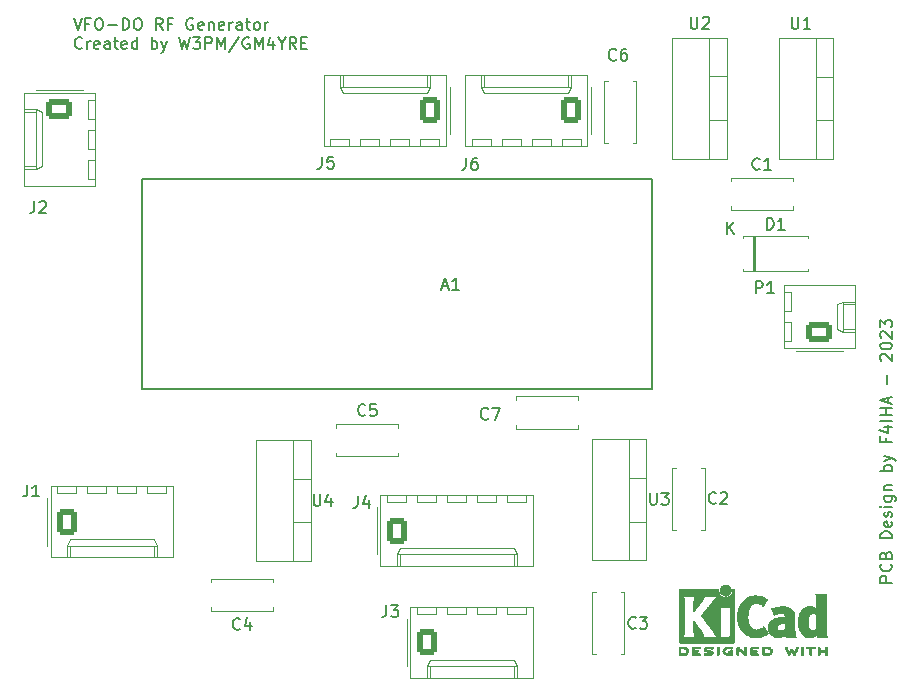
<source format=gto>
G04 #@! TF.GenerationSoftware,KiCad,Pcbnew,7.0.9*
G04 #@! TF.CreationDate,2023-11-29T22:57:35+01:00*
G04 #@! TF.ProjectId,vfo-do,76666f2d-646f-42e6-9b69-6361645f7063,rev?*
G04 #@! TF.SameCoordinates,Original*
G04 #@! TF.FileFunction,Legend,Top*
G04 #@! TF.FilePolarity,Positive*
%FSLAX46Y46*%
G04 Gerber Fmt 4.6, Leading zero omitted, Abs format (unit mm)*
G04 Created by KiCad (PCBNEW 7.0.9) date 2023-11-29 22:57:35*
%MOMM*%
%LPD*%
G01*
G04 APERTURE LIST*
G04 Aperture macros list*
%AMRoundRect*
0 Rectangle with rounded corners*
0 $1 Rounding radius*
0 $2 $3 $4 $5 $6 $7 $8 $9 X,Y pos of 4 corners*
0 Add a 4 corners polygon primitive as box body*
4,1,4,$2,$3,$4,$5,$6,$7,$8,$9,$2,$3,0*
0 Add four circle primitives for the rounded corners*
1,1,$1+$1,$2,$3*
1,1,$1+$1,$4,$5*
1,1,$1+$1,$6,$7*
1,1,$1+$1,$8,$9*
0 Add four rect primitives between the rounded corners*
20,1,$1+$1,$2,$3,$4,$5,0*
20,1,$1+$1,$4,$5,$6,$7,0*
20,1,$1+$1,$6,$7,$8,$9,0*
20,1,$1+$1,$8,$9,$2,$3,0*%
G04 Aperture macros list end*
%ADD10C,0.150000*%
%ADD11C,0.120000*%
%ADD12C,0.010000*%
%ADD13R,2.000000X1.905000*%
%ADD14O,2.000000X1.905000*%
%ADD15RoundRect,0.250000X-0.620000X-0.845000X0.620000X-0.845000X0.620000X0.845000X-0.620000X0.845000X0*%
%ADD16O,1.740000X2.190000*%
%ADD17RoundRect,0.250000X0.845000X-0.620000X0.845000X0.620000X-0.845000X0.620000X-0.845000X-0.620000X0*%
%ADD18O,2.190000X1.740000*%
%ADD19C,1.600000*%
%ADD20R,2.200000X2.200000*%
%ADD21O,2.200000X2.200000*%
%ADD22C,0.800000*%
%ADD23C,6.400000*%
%ADD24RoundRect,0.250000X0.620000X0.845000X-0.620000X0.845000X-0.620000X-0.845000X0.620000X-0.845000X0*%
%ADD25C,1.727200*%
%ADD26R,1.727200X1.727200*%
%ADD27RoundRect,0.250000X-0.845000X0.620000X-0.845000X-0.620000X0.845000X-0.620000X0.845000X0.620000X0*%
G04 APERTURE END LIST*
D10*
X92493922Y-58709819D02*
X92827255Y-59709819D01*
X92827255Y-59709819D02*
X93160588Y-58709819D01*
X93827255Y-59186009D02*
X93493922Y-59186009D01*
X93493922Y-59709819D02*
X93493922Y-58709819D01*
X93493922Y-58709819D02*
X93970112Y-58709819D01*
X94541541Y-58709819D02*
X94732017Y-58709819D01*
X94732017Y-58709819D02*
X94827255Y-58757438D01*
X94827255Y-58757438D02*
X94922493Y-58852676D01*
X94922493Y-58852676D02*
X94970112Y-59043152D01*
X94970112Y-59043152D02*
X94970112Y-59376485D01*
X94970112Y-59376485D02*
X94922493Y-59566961D01*
X94922493Y-59566961D02*
X94827255Y-59662200D01*
X94827255Y-59662200D02*
X94732017Y-59709819D01*
X94732017Y-59709819D02*
X94541541Y-59709819D01*
X94541541Y-59709819D02*
X94446303Y-59662200D01*
X94446303Y-59662200D02*
X94351065Y-59566961D01*
X94351065Y-59566961D02*
X94303446Y-59376485D01*
X94303446Y-59376485D02*
X94303446Y-59043152D01*
X94303446Y-59043152D02*
X94351065Y-58852676D01*
X94351065Y-58852676D02*
X94446303Y-58757438D01*
X94446303Y-58757438D02*
X94541541Y-58709819D01*
X95398684Y-59328866D02*
X96160589Y-59328866D01*
X96636779Y-59709819D02*
X96636779Y-58709819D01*
X96636779Y-58709819D02*
X96874874Y-58709819D01*
X96874874Y-58709819D02*
X97017731Y-58757438D01*
X97017731Y-58757438D02*
X97112969Y-58852676D01*
X97112969Y-58852676D02*
X97160588Y-58947914D01*
X97160588Y-58947914D02*
X97208207Y-59138390D01*
X97208207Y-59138390D02*
X97208207Y-59281247D01*
X97208207Y-59281247D02*
X97160588Y-59471723D01*
X97160588Y-59471723D02*
X97112969Y-59566961D01*
X97112969Y-59566961D02*
X97017731Y-59662200D01*
X97017731Y-59662200D02*
X96874874Y-59709819D01*
X96874874Y-59709819D02*
X96636779Y-59709819D01*
X97827255Y-58709819D02*
X98017731Y-58709819D01*
X98017731Y-58709819D02*
X98112969Y-58757438D01*
X98112969Y-58757438D02*
X98208207Y-58852676D01*
X98208207Y-58852676D02*
X98255826Y-59043152D01*
X98255826Y-59043152D02*
X98255826Y-59376485D01*
X98255826Y-59376485D02*
X98208207Y-59566961D01*
X98208207Y-59566961D02*
X98112969Y-59662200D01*
X98112969Y-59662200D02*
X98017731Y-59709819D01*
X98017731Y-59709819D02*
X97827255Y-59709819D01*
X97827255Y-59709819D02*
X97732017Y-59662200D01*
X97732017Y-59662200D02*
X97636779Y-59566961D01*
X97636779Y-59566961D02*
X97589160Y-59376485D01*
X97589160Y-59376485D02*
X97589160Y-59043152D01*
X97589160Y-59043152D02*
X97636779Y-58852676D01*
X97636779Y-58852676D02*
X97732017Y-58757438D01*
X97732017Y-58757438D02*
X97827255Y-58709819D01*
X100017731Y-59709819D02*
X99684398Y-59233628D01*
X99446303Y-59709819D02*
X99446303Y-58709819D01*
X99446303Y-58709819D02*
X99827255Y-58709819D01*
X99827255Y-58709819D02*
X99922493Y-58757438D01*
X99922493Y-58757438D02*
X99970112Y-58805057D01*
X99970112Y-58805057D02*
X100017731Y-58900295D01*
X100017731Y-58900295D02*
X100017731Y-59043152D01*
X100017731Y-59043152D02*
X99970112Y-59138390D01*
X99970112Y-59138390D02*
X99922493Y-59186009D01*
X99922493Y-59186009D02*
X99827255Y-59233628D01*
X99827255Y-59233628D02*
X99446303Y-59233628D01*
X100779636Y-59186009D02*
X100446303Y-59186009D01*
X100446303Y-59709819D02*
X100446303Y-58709819D01*
X100446303Y-58709819D02*
X100922493Y-58709819D01*
X102589160Y-58757438D02*
X102493922Y-58709819D01*
X102493922Y-58709819D02*
X102351065Y-58709819D01*
X102351065Y-58709819D02*
X102208208Y-58757438D01*
X102208208Y-58757438D02*
X102112970Y-58852676D01*
X102112970Y-58852676D02*
X102065351Y-58947914D01*
X102065351Y-58947914D02*
X102017732Y-59138390D01*
X102017732Y-59138390D02*
X102017732Y-59281247D01*
X102017732Y-59281247D02*
X102065351Y-59471723D01*
X102065351Y-59471723D02*
X102112970Y-59566961D01*
X102112970Y-59566961D02*
X102208208Y-59662200D01*
X102208208Y-59662200D02*
X102351065Y-59709819D01*
X102351065Y-59709819D02*
X102446303Y-59709819D01*
X102446303Y-59709819D02*
X102589160Y-59662200D01*
X102589160Y-59662200D02*
X102636779Y-59614580D01*
X102636779Y-59614580D02*
X102636779Y-59281247D01*
X102636779Y-59281247D02*
X102446303Y-59281247D01*
X103446303Y-59662200D02*
X103351065Y-59709819D01*
X103351065Y-59709819D02*
X103160589Y-59709819D01*
X103160589Y-59709819D02*
X103065351Y-59662200D01*
X103065351Y-59662200D02*
X103017732Y-59566961D01*
X103017732Y-59566961D02*
X103017732Y-59186009D01*
X103017732Y-59186009D02*
X103065351Y-59090771D01*
X103065351Y-59090771D02*
X103160589Y-59043152D01*
X103160589Y-59043152D02*
X103351065Y-59043152D01*
X103351065Y-59043152D02*
X103446303Y-59090771D01*
X103446303Y-59090771D02*
X103493922Y-59186009D01*
X103493922Y-59186009D02*
X103493922Y-59281247D01*
X103493922Y-59281247D02*
X103017732Y-59376485D01*
X103922494Y-59043152D02*
X103922494Y-59709819D01*
X103922494Y-59138390D02*
X103970113Y-59090771D01*
X103970113Y-59090771D02*
X104065351Y-59043152D01*
X104065351Y-59043152D02*
X104208208Y-59043152D01*
X104208208Y-59043152D02*
X104303446Y-59090771D01*
X104303446Y-59090771D02*
X104351065Y-59186009D01*
X104351065Y-59186009D02*
X104351065Y-59709819D01*
X105208208Y-59662200D02*
X105112970Y-59709819D01*
X105112970Y-59709819D02*
X104922494Y-59709819D01*
X104922494Y-59709819D02*
X104827256Y-59662200D01*
X104827256Y-59662200D02*
X104779637Y-59566961D01*
X104779637Y-59566961D02*
X104779637Y-59186009D01*
X104779637Y-59186009D02*
X104827256Y-59090771D01*
X104827256Y-59090771D02*
X104922494Y-59043152D01*
X104922494Y-59043152D02*
X105112970Y-59043152D01*
X105112970Y-59043152D02*
X105208208Y-59090771D01*
X105208208Y-59090771D02*
X105255827Y-59186009D01*
X105255827Y-59186009D02*
X105255827Y-59281247D01*
X105255827Y-59281247D02*
X104779637Y-59376485D01*
X105684399Y-59709819D02*
X105684399Y-59043152D01*
X105684399Y-59233628D02*
X105732018Y-59138390D01*
X105732018Y-59138390D02*
X105779637Y-59090771D01*
X105779637Y-59090771D02*
X105874875Y-59043152D01*
X105874875Y-59043152D02*
X105970113Y-59043152D01*
X106732018Y-59709819D02*
X106732018Y-59186009D01*
X106732018Y-59186009D02*
X106684399Y-59090771D01*
X106684399Y-59090771D02*
X106589161Y-59043152D01*
X106589161Y-59043152D02*
X106398685Y-59043152D01*
X106398685Y-59043152D02*
X106303447Y-59090771D01*
X106732018Y-59662200D02*
X106636780Y-59709819D01*
X106636780Y-59709819D02*
X106398685Y-59709819D01*
X106398685Y-59709819D02*
X106303447Y-59662200D01*
X106303447Y-59662200D02*
X106255828Y-59566961D01*
X106255828Y-59566961D02*
X106255828Y-59471723D01*
X106255828Y-59471723D02*
X106303447Y-59376485D01*
X106303447Y-59376485D02*
X106398685Y-59328866D01*
X106398685Y-59328866D02*
X106636780Y-59328866D01*
X106636780Y-59328866D02*
X106732018Y-59281247D01*
X107065352Y-59043152D02*
X107446304Y-59043152D01*
X107208209Y-58709819D02*
X107208209Y-59566961D01*
X107208209Y-59566961D02*
X107255828Y-59662200D01*
X107255828Y-59662200D02*
X107351066Y-59709819D01*
X107351066Y-59709819D02*
X107446304Y-59709819D01*
X107922495Y-59709819D02*
X107827257Y-59662200D01*
X107827257Y-59662200D02*
X107779638Y-59614580D01*
X107779638Y-59614580D02*
X107732019Y-59519342D01*
X107732019Y-59519342D02*
X107732019Y-59233628D01*
X107732019Y-59233628D02*
X107779638Y-59138390D01*
X107779638Y-59138390D02*
X107827257Y-59090771D01*
X107827257Y-59090771D02*
X107922495Y-59043152D01*
X107922495Y-59043152D02*
X108065352Y-59043152D01*
X108065352Y-59043152D02*
X108160590Y-59090771D01*
X108160590Y-59090771D02*
X108208209Y-59138390D01*
X108208209Y-59138390D02*
X108255828Y-59233628D01*
X108255828Y-59233628D02*
X108255828Y-59519342D01*
X108255828Y-59519342D02*
X108208209Y-59614580D01*
X108208209Y-59614580D02*
X108160590Y-59662200D01*
X108160590Y-59662200D02*
X108065352Y-59709819D01*
X108065352Y-59709819D02*
X107922495Y-59709819D01*
X108684400Y-59709819D02*
X108684400Y-59043152D01*
X108684400Y-59233628D02*
X108732019Y-59138390D01*
X108732019Y-59138390D02*
X108779638Y-59090771D01*
X108779638Y-59090771D02*
X108874876Y-59043152D01*
X108874876Y-59043152D02*
X108970114Y-59043152D01*
X93208207Y-61224580D02*
X93160588Y-61272200D01*
X93160588Y-61272200D02*
X93017731Y-61319819D01*
X93017731Y-61319819D02*
X92922493Y-61319819D01*
X92922493Y-61319819D02*
X92779636Y-61272200D01*
X92779636Y-61272200D02*
X92684398Y-61176961D01*
X92684398Y-61176961D02*
X92636779Y-61081723D01*
X92636779Y-61081723D02*
X92589160Y-60891247D01*
X92589160Y-60891247D02*
X92589160Y-60748390D01*
X92589160Y-60748390D02*
X92636779Y-60557914D01*
X92636779Y-60557914D02*
X92684398Y-60462676D01*
X92684398Y-60462676D02*
X92779636Y-60367438D01*
X92779636Y-60367438D02*
X92922493Y-60319819D01*
X92922493Y-60319819D02*
X93017731Y-60319819D01*
X93017731Y-60319819D02*
X93160588Y-60367438D01*
X93160588Y-60367438D02*
X93208207Y-60415057D01*
X93636779Y-61319819D02*
X93636779Y-60653152D01*
X93636779Y-60843628D02*
X93684398Y-60748390D01*
X93684398Y-60748390D02*
X93732017Y-60700771D01*
X93732017Y-60700771D02*
X93827255Y-60653152D01*
X93827255Y-60653152D02*
X93922493Y-60653152D01*
X94636779Y-61272200D02*
X94541541Y-61319819D01*
X94541541Y-61319819D02*
X94351065Y-61319819D01*
X94351065Y-61319819D02*
X94255827Y-61272200D01*
X94255827Y-61272200D02*
X94208208Y-61176961D01*
X94208208Y-61176961D02*
X94208208Y-60796009D01*
X94208208Y-60796009D02*
X94255827Y-60700771D01*
X94255827Y-60700771D02*
X94351065Y-60653152D01*
X94351065Y-60653152D02*
X94541541Y-60653152D01*
X94541541Y-60653152D02*
X94636779Y-60700771D01*
X94636779Y-60700771D02*
X94684398Y-60796009D01*
X94684398Y-60796009D02*
X94684398Y-60891247D01*
X94684398Y-60891247D02*
X94208208Y-60986485D01*
X95541541Y-61319819D02*
X95541541Y-60796009D01*
X95541541Y-60796009D02*
X95493922Y-60700771D01*
X95493922Y-60700771D02*
X95398684Y-60653152D01*
X95398684Y-60653152D02*
X95208208Y-60653152D01*
X95208208Y-60653152D02*
X95112970Y-60700771D01*
X95541541Y-61272200D02*
X95446303Y-61319819D01*
X95446303Y-61319819D02*
X95208208Y-61319819D01*
X95208208Y-61319819D02*
X95112970Y-61272200D01*
X95112970Y-61272200D02*
X95065351Y-61176961D01*
X95065351Y-61176961D02*
X95065351Y-61081723D01*
X95065351Y-61081723D02*
X95112970Y-60986485D01*
X95112970Y-60986485D02*
X95208208Y-60938866D01*
X95208208Y-60938866D02*
X95446303Y-60938866D01*
X95446303Y-60938866D02*
X95541541Y-60891247D01*
X95874875Y-60653152D02*
X96255827Y-60653152D01*
X96017732Y-60319819D02*
X96017732Y-61176961D01*
X96017732Y-61176961D02*
X96065351Y-61272200D01*
X96065351Y-61272200D02*
X96160589Y-61319819D01*
X96160589Y-61319819D02*
X96255827Y-61319819D01*
X96970113Y-61272200D02*
X96874875Y-61319819D01*
X96874875Y-61319819D02*
X96684399Y-61319819D01*
X96684399Y-61319819D02*
X96589161Y-61272200D01*
X96589161Y-61272200D02*
X96541542Y-61176961D01*
X96541542Y-61176961D02*
X96541542Y-60796009D01*
X96541542Y-60796009D02*
X96589161Y-60700771D01*
X96589161Y-60700771D02*
X96684399Y-60653152D01*
X96684399Y-60653152D02*
X96874875Y-60653152D01*
X96874875Y-60653152D02*
X96970113Y-60700771D01*
X96970113Y-60700771D02*
X97017732Y-60796009D01*
X97017732Y-60796009D02*
X97017732Y-60891247D01*
X97017732Y-60891247D02*
X96541542Y-60986485D01*
X97874875Y-61319819D02*
X97874875Y-60319819D01*
X97874875Y-61272200D02*
X97779637Y-61319819D01*
X97779637Y-61319819D02*
X97589161Y-61319819D01*
X97589161Y-61319819D02*
X97493923Y-61272200D01*
X97493923Y-61272200D02*
X97446304Y-61224580D01*
X97446304Y-61224580D02*
X97398685Y-61129342D01*
X97398685Y-61129342D02*
X97398685Y-60843628D01*
X97398685Y-60843628D02*
X97446304Y-60748390D01*
X97446304Y-60748390D02*
X97493923Y-60700771D01*
X97493923Y-60700771D02*
X97589161Y-60653152D01*
X97589161Y-60653152D02*
X97779637Y-60653152D01*
X97779637Y-60653152D02*
X97874875Y-60700771D01*
X99112971Y-61319819D02*
X99112971Y-60319819D01*
X99112971Y-60700771D02*
X99208209Y-60653152D01*
X99208209Y-60653152D02*
X99398685Y-60653152D01*
X99398685Y-60653152D02*
X99493923Y-60700771D01*
X99493923Y-60700771D02*
X99541542Y-60748390D01*
X99541542Y-60748390D02*
X99589161Y-60843628D01*
X99589161Y-60843628D02*
X99589161Y-61129342D01*
X99589161Y-61129342D02*
X99541542Y-61224580D01*
X99541542Y-61224580D02*
X99493923Y-61272200D01*
X99493923Y-61272200D02*
X99398685Y-61319819D01*
X99398685Y-61319819D02*
X99208209Y-61319819D01*
X99208209Y-61319819D02*
X99112971Y-61272200D01*
X99922495Y-60653152D02*
X100160590Y-61319819D01*
X100398685Y-60653152D02*
X100160590Y-61319819D01*
X100160590Y-61319819D02*
X100065352Y-61557914D01*
X100065352Y-61557914D02*
X100017733Y-61605533D01*
X100017733Y-61605533D02*
X99922495Y-61653152D01*
X101446305Y-60319819D02*
X101684400Y-61319819D01*
X101684400Y-61319819D02*
X101874876Y-60605533D01*
X101874876Y-60605533D02*
X102065352Y-61319819D01*
X102065352Y-61319819D02*
X102303448Y-60319819D01*
X102589162Y-60319819D02*
X103208209Y-60319819D01*
X103208209Y-60319819D02*
X102874876Y-60700771D01*
X102874876Y-60700771D02*
X103017733Y-60700771D01*
X103017733Y-60700771D02*
X103112971Y-60748390D01*
X103112971Y-60748390D02*
X103160590Y-60796009D01*
X103160590Y-60796009D02*
X103208209Y-60891247D01*
X103208209Y-60891247D02*
X103208209Y-61129342D01*
X103208209Y-61129342D02*
X103160590Y-61224580D01*
X103160590Y-61224580D02*
X103112971Y-61272200D01*
X103112971Y-61272200D02*
X103017733Y-61319819D01*
X103017733Y-61319819D02*
X102732019Y-61319819D01*
X102732019Y-61319819D02*
X102636781Y-61272200D01*
X102636781Y-61272200D02*
X102589162Y-61224580D01*
X103636781Y-61319819D02*
X103636781Y-60319819D01*
X103636781Y-60319819D02*
X104017733Y-60319819D01*
X104017733Y-60319819D02*
X104112971Y-60367438D01*
X104112971Y-60367438D02*
X104160590Y-60415057D01*
X104160590Y-60415057D02*
X104208209Y-60510295D01*
X104208209Y-60510295D02*
X104208209Y-60653152D01*
X104208209Y-60653152D02*
X104160590Y-60748390D01*
X104160590Y-60748390D02*
X104112971Y-60796009D01*
X104112971Y-60796009D02*
X104017733Y-60843628D01*
X104017733Y-60843628D02*
X103636781Y-60843628D01*
X104636781Y-61319819D02*
X104636781Y-60319819D01*
X104636781Y-60319819D02*
X104970114Y-61034104D01*
X104970114Y-61034104D02*
X105303447Y-60319819D01*
X105303447Y-60319819D02*
X105303447Y-61319819D01*
X106493923Y-60272200D02*
X105636781Y-61557914D01*
X107351066Y-60367438D02*
X107255828Y-60319819D01*
X107255828Y-60319819D02*
X107112971Y-60319819D01*
X107112971Y-60319819D02*
X106970114Y-60367438D01*
X106970114Y-60367438D02*
X106874876Y-60462676D01*
X106874876Y-60462676D02*
X106827257Y-60557914D01*
X106827257Y-60557914D02*
X106779638Y-60748390D01*
X106779638Y-60748390D02*
X106779638Y-60891247D01*
X106779638Y-60891247D02*
X106827257Y-61081723D01*
X106827257Y-61081723D02*
X106874876Y-61176961D01*
X106874876Y-61176961D02*
X106970114Y-61272200D01*
X106970114Y-61272200D02*
X107112971Y-61319819D01*
X107112971Y-61319819D02*
X107208209Y-61319819D01*
X107208209Y-61319819D02*
X107351066Y-61272200D01*
X107351066Y-61272200D02*
X107398685Y-61224580D01*
X107398685Y-61224580D02*
X107398685Y-60891247D01*
X107398685Y-60891247D02*
X107208209Y-60891247D01*
X107827257Y-61319819D02*
X107827257Y-60319819D01*
X107827257Y-60319819D02*
X108160590Y-61034104D01*
X108160590Y-61034104D02*
X108493923Y-60319819D01*
X108493923Y-60319819D02*
X108493923Y-61319819D01*
X109398685Y-60653152D02*
X109398685Y-61319819D01*
X109160590Y-60272200D02*
X108922495Y-60986485D01*
X108922495Y-60986485D02*
X109541542Y-60986485D01*
X110112971Y-60843628D02*
X110112971Y-61319819D01*
X109779638Y-60319819D02*
X110112971Y-60843628D01*
X110112971Y-60843628D02*
X110446304Y-60319819D01*
X111351066Y-61319819D02*
X111017733Y-60843628D01*
X110779638Y-61319819D02*
X110779638Y-60319819D01*
X110779638Y-60319819D02*
X111160590Y-60319819D01*
X111160590Y-60319819D02*
X111255828Y-60367438D01*
X111255828Y-60367438D02*
X111303447Y-60415057D01*
X111303447Y-60415057D02*
X111351066Y-60510295D01*
X111351066Y-60510295D02*
X111351066Y-60653152D01*
X111351066Y-60653152D02*
X111303447Y-60748390D01*
X111303447Y-60748390D02*
X111255828Y-60796009D01*
X111255828Y-60796009D02*
X111160590Y-60843628D01*
X111160590Y-60843628D02*
X110779638Y-60843628D01*
X111779638Y-60796009D02*
X112112971Y-60796009D01*
X112255828Y-61319819D02*
X111779638Y-61319819D01*
X111779638Y-61319819D02*
X111779638Y-60319819D01*
X111779638Y-60319819D02*
X112255828Y-60319819D01*
X161769819Y-106513220D02*
X160769819Y-106513220D01*
X160769819Y-106513220D02*
X160769819Y-106132268D01*
X160769819Y-106132268D02*
X160817438Y-106037030D01*
X160817438Y-106037030D02*
X160865057Y-105989411D01*
X160865057Y-105989411D02*
X160960295Y-105941792D01*
X160960295Y-105941792D02*
X161103152Y-105941792D01*
X161103152Y-105941792D02*
X161198390Y-105989411D01*
X161198390Y-105989411D02*
X161246009Y-106037030D01*
X161246009Y-106037030D02*
X161293628Y-106132268D01*
X161293628Y-106132268D02*
X161293628Y-106513220D01*
X161674580Y-104941792D02*
X161722200Y-104989411D01*
X161722200Y-104989411D02*
X161769819Y-105132268D01*
X161769819Y-105132268D02*
X161769819Y-105227506D01*
X161769819Y-105227506D02*
X161722200Y-105370363D01*
X161722200Y-105370363D02*
X161626961Y-105465601D01*
X161626961Y-105465601D02*
X161531723Y-105513220D01*
X161531723Y-105513220D02*
X161341247Y-105560839D01*
X161341247Y-105560839D02*
X161198390Y-105560839D01*
X161198390Y-105560839D02*
X161007914Y-105513220D01*
X161007914Y-105513220D02*
X160912676Y-105465601D01*
X160912676Y-105465601D02*
X160817438Y-105370363D01*
X160817438Y-105370363D02*
X160769819Y-105227506D01*
X160769819Y-105227506D02*
X160769819Y-105132268D01*
X160769819Y-105132268D02*
X160817438Y-104989411D01*
X160817438Y-104989411D02*
X160865057Y-104941792D01*
X161246009Y-104179887D02*
X161293628Y-104037030D01*
X161293628Y-104037030D02*
X161341247Y-103989411D01*
X161341247Y-103989411D02*
X161436485Y-103941792D01*
X161436485Y-103941792D02*
X161579342Y-103941792D01*
X161579342Y-103941792D02*
X161674580Y-103989411D01*
X161674580Y-103989411D02*
X161722200Y-104037030D01*
X161722200Y-104037030D02*
X161769819Y-104132268D01*
X161769819Y-104132268D02*
X161769819Y-104513220D01*
X161769819Y-104513220D02*
X160769819Y-104513220D01*
X160769819Y-104513220D02*
X160769819Y-104179887D01*
X160769819Y-104179887D02*
X160817438Y-104084649D01*
X160817438Y-104084649D02*
X160865057Y-104037030D01*
X160865057Y-104037030D02*
X160960295Y-103989411D01*
X160960295Y-103989411D02*
X161055533Y-103989411D01*
X161055533Y-103989411D02*
X161150771Y-104037030D01*
X161150771Y-104037030D02*
X161198390Y-104084649D01*
X161198390Y-104084649D02*
X161246009Y-104179887D01*
X161246009Y-104179887D02*
X161246009Y-104513220D01*
X161769819Y-102751315D02*
X160769819Y-102751315D01*
X160769819Y-102751315D02*
X160769819Y-102513220D01*
X160769819Y-102513220D02*
X160817438Y-102370363D01*
X160817438Y-102370363D02*
X160912676Y-102275125D01*
X160912676Y-102275125D02*
X161007914Y-102227506D01*
X161007914Y-102227506D02*
X161198390Y-102179887D01*
X161198390Y-102179887D02*
X161341247Y-102179887D01*
X161341247Y-102179887D02*
X161531723Y-102227506D01*
X161531723Y-102227506D02*
X161626961Y-102275125D01*
X161626961Y-102275125D02*
X161722200Y-102370363D01*
X161722200Y-102370363D02*
X161769819Y-102513220D01*
X161769819Y-102513220D02*
X161769819Y-102751315D01*
X161722200Y-101370363D02*
X161769819Y-101465601D01*
X161769819Y-101465601D02*
X161769819Y-101656077D01*
X161769819Y-101656077D02*
X161722200Y-101751315D01*
X161722200Y-101751315D02*
X161626961Y-101798934D01*
X161626961Y-101798934D02*
X161246009Y-101798934D01*
X161246009Y-101798934D02*
X161150771Y-101751315D01*
X161150771Y-101751315D02*
X161103152Y-101656077D01*
X161103152Y-101656077D02*
X161103152Y-101465601D01*
X161103152Y-101465601D02*
X161150771Y-101370363D01*
X161150771Y-101370363D02*
X161246009Y-101322744D01*
X161246009Y-101322744D02*
X161341247Y-101322744D01*
X161341247Y-101322744D02*
X161436485Y-101798934D01*
X161722200Y-100941791D02*
X161769819Y-100846553D01*
X161769819Y-100846553D02*
X161769819Y-100656077D01*
X161769819Y-100656077D02*
X161722200Y-100560839D01*
X161722200Y-100560839D02*
X161626961Y-100513220D01*
X161626961Y-100513220D02*
X161579342Y-100513220D01*
X161579342Y-100513220D02*
X161484104Y-100560839D01*
X161484104Y-100560839D02*
X161436485Y-100656077D01*
X161436485Y-100656077D02*
X161436485Y-100798934D01*
X161436485Y-100798934D02*
X161388866Y-100894172D01*
X161388866Y-100894172D02*
X161293628Y-100941791D01*
X161293628Y-100941791D02*
X161246009Y-100941791D01*
X161246009Y-100941791D02*
X161150771Y-100894172D01*
X161150771Y-100894172D02*
X161103152Y-100798934D01*
X161103152Y-100798934D02*
X161103152Y-100656077D01*
X161103152Y-100656077D02*
X161150771Y-100560839D01*
X161769819Y-100084648D02*
X161103152Y-100084648D01*
X160769819Y-100084648D02*
X160817438Y-100132267D01*
X160817438Y-100132267D02*
X160865057Y-100084648D01*
X160865057Y-100084648D02*
X160817438Y-100037029D01*
X160817438Y-100037029D02*
X160769819Y-100084648D01*
X160769819Y-100084648D02*
X160865057Y-100084648D01*
X161103152Y-99179887D02*
X161912676Y-99179887D01*
X161912676Y-99179887D02*
X162007914Y-99227506D01*
X162007914Y-99227506D02*
X162055533Y-99275125D01*
X162055533Y-99275125D02*
X162103152Y-99370363D01*
X162103152Y-99370363D02*
X162103152Y-99513220D01*
X162103152Y-99513220D02*
X162055533Y-99608458D01*
X161722200Y-99179887D02*
X161769819Y-99275125D01*
X161769819Y-99275125D02*
X161769819Y-99465601D01*
X161769819Y-99465601D02*
X161722200Y-99560839D01*
X161722200Y-99560839D02*
X161674580Y-99608458D01*
X161674580Y-99608458D02*
X161579342Y-99656077D01*
X161579342Y-99656077D02*
X161293628Y-99656077D01*
X161293628Y-99656077D02*
X161198390Y-99608458D01*
X161198390Y-99608458D02*
X161150771Y-99560839D01*
X161150771Y-99560839D02*
X161103152Y-99465601D01*
X161103152Y-99465601D02*
X161103152Y-99275125D01*
X161103152Y-99275125D02*
X161150771Y-99179887D01*
X161103152Y-98703696D02*
X161769819Y-98703696D01*
X161198390Y-98703696D02*
X161150771Y-98656077D01*
X161150771Y-98656077D02*
X161103152Y-98560839D01*
X161103152Y-98560839D02*
X161103152Y-98417982D01*
X161103152Y-98417982D02*
X161150771Y-98322744D01*
X161150771Y-98322744D02*
X161246009Y-98275125D01*
X161246009Y-98275125D02*
X161769819Y-98275125D01*
X161769819Y-97037029D02*
X160769819Y-97037029D01*
X161150771Y-97037029D02*
X161103152Y-96941791D01*
X161103152Y-96941791D02*
X161103152Y-96751315D01*
X161103152Y-96751315D02*
X161150771Y-96656077D01*
X161150771Y-96656077D02*
X161198390Y-96608458D01*
X161198390Y-96608458D02*
X161293628Y-96560839D01*
X161293628Y-96560839D02*
X161579342Y-96560839D01*
X161579342Y-96560839D02*
X161674580Y-96608458D01*
X161674580Y-96608458D02*
X161722200Y-96656077D01*
X161722200Y-96656077D02*
X161769819Y-96751315D01*
X161769819Y-96751315D02*
X161769819Y-96941791D01*
X161769819Y-96941791D02*
X161722200Y-97037029D01*
X161103152Y-96227505D02*
X161769819Y-95989410D01*
X161103152Y-95751315D02*
X161769819Y-95989410D01*
X161769819Y-95989410D02*
X162007914Y-96084648D01*
X162007914Y-96084648D02*
X162055533Y-96132267D01*
X162055533Y-96132267D02*
X162103152Y-96227505D01*
X161246009Y-94275124D02*
X161246009Y-94608457D01*
X161769819Y-94608457D02*
X160769819Y-94608457D01*
X160769819Y-94608457D02*
X160769819Y-94132267D01*
X161103152Y-93322743D02*
X161769819Y-93322743D01*
X160722200Y-93560838D02*
X161436485Y-93798933D01*
X161436485Y-93798933D02*
X161436485Y-93179886D01*
X161769819Y-92798933D02*
X160769819Y-92798933D01*
X161769819Y-92322743D02*
X160769819Y-92322743D01*
X161246009Y-92322743D02*
X161246009Y-91751315D01*
X161769819Y-91751315D02*
X160769819Y-91751315D01*
X161484104Y-91322743D02*
X161484104Y-90846553D01*
X161769819Y-91417981D02*
X160769819Y-91084648D01*
X160769819Y-91084648D02*
X161769819Y-90751315D01*
X161388866Y-89656076D02*
X161388866Y-88894172D01*
X160865057Y-87703695D02*
X160817438Y-87656076D01*
X160817438Y-87656076D02*
X160769819Y-87560838D01*
X160769819Y-87560838D02*
X160769819Y-87322743D01*
X160769819Y-87322743D02*
X160817438Y-87227505D01*
X160817438Y-87227505D02*
X160865057Y-87179886D01*
X160865057Y-87179886D02*
X160960295Y-87132267D01*
X160960295Y-87132267D02*
X161055533Y-87132267D01*
X161055533Y-87132267D02*
X161198390Y-87179886D01*
X161198390Y-87179886D02*
X161769819Y-87751314D01*
X161769819Y-87751314D02*
X161769819Y-87132267D01*
X160769819Y-86513219D02*
X160769819Y-86417981D01*
X160769819Y-86417981D02*
X160817438Y-86322743D01*
X160817438Y-86322743D02*
X160865057Y-86275124D01*
X160865057Y-86275124D02*
X160960295Y-86227505D01*
X160960295Y-86227505D02*
X161150771Y-86179886D01*
X161150771Y-86179886D02*
X161388866Y-86179886D01*
X161388866Y-86179886D02*
X161579342Y-86227505D01*
X161579342Y-86227505D02*
X161674580Y-86275124D01*
X161674580Y-86275124D02*
X161722200Y-86322743D01*
X161722200Y-86322743D02*
X161769819Y-86417981D01*
X161769819Y-86417981D02*
X161769819Y-86513219D01*
X161769819Y-86513219D02*
X161722200Y-86608457D01*
X161722200Y-86608457D02*
X161674580Y-86656076D01*
X161674580Y-86656076D02*
X161579342Y-86703695D01*
X161579342Y-86703695D02*
X161388866Y-86751314D01*
X161388866Y-86751314D02*
X161150771Y-86751314D01*
X161150771Y-86751314D02*
X160960295Y-86703695D01*
X160960295Y-86703695D02*
X160865057Y-86656076D01*
X160865057Y-86656076D02*
X160817438Y-86608457D01*
X160817438Y-86608457D02*
X160769819Y-86513219D01*
X160865057Y-85798933D02*
X160817438Y-85751314D01*
X160817438Y-85751314D02*
X160769819Y-85656076D01*
X160769819Y-85656076D02*
X160769819Y-85417981D01*
X160769819Y-85417981D02*
X160817438Y-85322743D01*
X160817438Y-85322743D02*
X160865057Y-85275124D01*
X160865057Y-85275124D02*
X160960295Y-85227505D01*
X160960295Y-85227505D02*
X161055533Y-85227505D01*
X161055533Y-85227505D02*
X161198390Y-85275124D01*
X161198390Y-85275124D02*
X161769819Y-85846552D01*
X161769819Y-85846552D02*
X161769819Y-85227505D01*
X160769819Y-84894171D02*
X160769819Y-84275124D01*
X160769819Y-84275124D02*
X161150771Y-84608457D01*
X161150771Y-84608457D02*
X161150771Y-84465600D01*
X161150771Y-84465600D02*
X161198390Y-84370362D01*
X161198390Y-84370362D02*
X161246009Y-84322743D01*
X161246009Y-84322743D02*
X161341247Y-84275124D01*
X161341247Y-84275124D02*
X161579342Y-84275124D01*
X161579342Y-84275124D02*
X161674580Y-84322743D01*
X161674580Y-84322743D02*
X161722200Y-84370362D01*
X161722200Y-84370362D02*
X161769819Y-84465600D01*
X161769819Y-84465600D02*
X161769819Y-84751314D01*
X161769819Y-84751314D02*
X161722200Y-84846552D01*
X161722200Y-84846552D02*
X161674580Y-84894171D01*
X112808095Y-99014819D02*
X112808095Y-99824342D01*
X112808095Y-99824342D02*
X112855714Y-99919580D01*
X112855714Y-99919580D02*
X112903333Y-99967200D01*
X112903333Y-99967200D02*
X112998571Y-100014819D01*
X112998571Y-100014819D02*
X113189047Y-100014819D01*
X113189047Y-100014819D02*
X113284285Y-99967200D01*
X113284285Y-99967200D02*
X113331904Y-99919580D01*
X113331904Y-99919580D02*
X113379523Y-99824342D01*
X113379523Y-99824342D02*
X113379523Y-99014819D01*
X114284285Y-99348152D02*
X114284285Y-100014819D01*
X114046190Y-98967200D02*
X113808095Y-99681485D01*
X113808095Y-99681485D02*
X114427142Y-99681485D01*
X116566666Y-99154819D02*
X116566666Y-99869104D01*
X116566666Y-99869104D02*
X116519047Y-100011961D01*
X116519047Y-100011961D02*
X116423809Y-100107200D01*
X116423809Y-100107200D02*
X116280952Y-100154819D01*
X116280952Y-100154819D02*
X116185714Y-100154819D01*
X117471428Y-99488152D02*
X117471428Y-100154819D01*
X117233333Y-99107200D02*
X116995238Y-99821485D01*
X116995238Y-99821485D02*
X117614285Y-99821485D01*
X150261905Y-82004819D02*
X150261905Y-81004819D01*
X150261905Y-81004819D02*
X150642857Y-81004819D01*
X150642857Y-81004819D02*
X150738095Y-81052438D01*
X150738095Y-81052438D02*
X150785714Y-81100057D01*
X150785714Y-81100057D02*
X150833333Y-81195295D01*
X150833333Y-81195295D02*
X150833333Y-81338152D01*
X150833333Y-81338152D02*
X150785714Y-81433390D01*
X150785714Y-81433390D02*
X150738095Y-81481009D01*
X150738095Y-81481009D02*
X150642857Y-81528628D01*
X150642857Y-81528628D02*
X150261905Y-81528628D01*
X151785714Y-82004819D02*
X151214286Y-82004819D01*
X151500000Y-82004819D02*
X151500000Y-81004819D01*
X151500000Y-81004819D02*
X151404762Y-81147676D01*
X151404762Y-81147676D02*
X151309524Y-81242914D01*
X151309524Y-81242914D02*
X151214286Y-81290533D01*
X141288095Y-98904819D02*
X141288095Y-99714342D01*
X141288095Y-99714342D02*
X141335714Y-99809580D01*
X141335714Y-99809580D02*
X141383333Y-99857200D01*
X141383333Y-99857200D02*
X141478571Y-99904819D01*
X141478571Y-99904819D02*
X141669047Y-99904819D01*
X141669047Y-99904819D02*
X141764285Y-99857200D01*
X141764285Y-99857200D02*
X141811904Y-99809580D01*
X141811904Y-99809580D02*
X141859523Y-99714342D01*
X141859523Y-99714342D02*
X141859523Y-98904819D01*
X142240476Y-98904819D02*
X142859523Y-98904819D01*
X142859523Y-98904819D02*
X142526190Y-99285771D01*
X142526190Y-99285771D02*
X142669047Y-99285771D01*
X142669047Y-99285771D02*
X142764285Y-99333390D01*
X142764285Y-99333390D02*
X142811904Y-99381009D01*
X142811904Y-99381009D02*
X142859523Y-99476247D01*
X142859523Y-99476247D02*
X142859523Y-99714342D01*
X142859523Y-99714342D02*
X142811904Y-99809580D01*
X142811904Y-99809580D02*
X142764285Y-99857200D01*
X142764285Y-99857200D02*
X142669047Y-99904819D01*
X142669047Y-99904819D02*
X142383333Y-99904819D01*
X142383333Y-99904819D02*
X142288095Y-99857200D01*
X142288095Y-99857200D02*
X142240476Y-99809580D01*
X150583333Y-71459580D02*
X150535714Y-71507200D01*
X150535714Y-71507200D02*
X150392857Y-71554819D01*
X150392857Y-71554819D02*
X150297619Y-71554819D01*
X150297619Y-71554819D02*
X150154762Y-71507200D01*
X150154762Y-71507200D02*
X150059524Y-71411961D01*
X150059524Y-71411961D02*
X150011905Y-71316723D01*
X150011905Y-71316723D02*
X149964286Y-71126247D01*
X149964286Y-71126247D02*
X149964286Y-70983390D01*
X149964286Y-70983390D02*
X150011905Y-70792914D01*
X150011905Y-70792914D02*
X150059524Y-70697676D01*
X150059524Y-70697676D02*
X150154762Y-70602438D01*
X150154762Y-70602438D02*
X150297619Y-70554819D01*
X150297619Y-70554819D02*
X150392857Y-70554819D01*
X150392857Y-70554819D02*
X150535714Y-70602438D01*
X150535714Y-70602438D02*
X150583333Y-70650057D01*
X151535714Y-71554819D02*
X150964286Y-71554819D01*
X151250000Y-71554819D02*
X151250000Y-70554819D01*
X151250000Y-70554819D02*
X151154762Y-70697676D01*
X151154762Y-70697676D02*
X151059524Y-70792914D01*
X151059524Y-70792914D02*
X150964286Y-70840533D01*
X151181905Y-76614819D02*
X151181905Y-75614819D01*
X151181905Y-75614819D02*
X151420000Y-75614819D01*
X151420000Y-75614819D02*
X151562857Y-75662438D01*
X151562857Y-75662438D02*
X151658095Y-75757676D01*
X151658095Y-75757676D02*
X151705714Y-75852914D01*
X151705714Y-75852914D02*
X151753333Y-76043390D01*
X151753333Y-76043390D02*
X151753333Y-76186247D01*
X151753333Y-76186247D02*
X151705714Y-76376723D01*
X151705714Y-76376723D02*
X151658095Y-76471961D01*
X151658095Y-76471961D02*
X151562857Y-76567200D01*
X151562857Y-76567200D02*
X151420000Y-76614819D01*
X151420000Y-76614819D02*
X151181905Y-76614819D01*
X152705714Y-76614819D02*
X152134286Y-76614819D01*
X152420000Y-76614819D02*
X152420000Y-75614819D01*
X152420000Y-75614819D02*
X152324762Y-75757676D01*
X152324762Y-75757676D02*
X152229524Y-75852914D01*
X152229524Y-75852914D02*
X152134286Y-75900533D01*
X147848095Y-76984819D02*
X147848095Y-75984819D01*
X148419523Y-76984819D02*
X147990952Y-76413390D01*
X148419523Y-75984819D02*
X147848095Y-76556247D01*
X88566666Y-98204819D02*
X88566666Y-98919104D01*
X88566666Y-98919104D02*
X88519047Y-99061961D01*
X88519047Y-99061961D02*
X88423809Y-99157200D01*
X88423809Y-99157200D02*
X88280952Y-99204819D01*
X88280952Y-99204819D02*
X88185714Y-99204819D01*
X89566666Y-99204819D02*
X88995238Y-99204819D01*
X89280952Y-99204819D02*
X89280952Y-98204819D01*
X89280952Y-98204819D02*
X89185714Y-98347676D01*
X89185714Y-98347676D02*
X89090476Y-98442914D01*
X89090476Y-98442914D02*
X88995238Y-98490533D01*
X125716666Y-70554819D02*
X125716666Y-71269104D01*
X125716666Y-71269104D02*
X125669047Y-71411961D01*
X125669047Y-71411961D02*
X125573809Y-71507200D01*
X125573809Y-71507200D02*
X125430952Y-71554819D01*
X125430952Y-71554819D02*
X125335714Y-71554819D01*
X126621428Y-70554819D02*
X126430952Y-70554819D01*
X126430952Y-70554819D02*
X126335714Y-70602438D01*
X126335714Y-70602438D02*
X126288095Y-70650057D01*
X126288095Y-70650057D02*
X126192857Y-70792914D01*
X126192857Y-70792914D02*
X126145238Y-70983390D01*
X126145238Y-70983390D02*
X126145238Y-71364342D01*
X126145238Y-71364342D02*
X126192857Y-71459580D01*
X126192857Y-71459580D02*
X126240476Y-71507200D01*
X126240476Y-71507200D02*
X126335714Y-71554819D01*
X126335714Y-71554819D02*
X126526190Y-71554819D01*
X126526190Y-71554819D02*
X126621428Y-71507200D01*
X126621428Y-71507200D02*
X126669047Y-71459580D01*
X126669047Y-71459580D02*
X126716666Y-71364342D01*
X126716666Y-71364342D02*
X126716666Y-71126247D01*
X126716666Y-71126247D02*
X126669047Y-71031009D01*
X126669047Y-71031009D02*
X126621428Y-70983390D01*
X126621428Y-70983390D02*
X126526190Y-70935771D01*
X126526190Y-70935771D02*
X126335714Y-70935771D01*
X126335714Y-70935771D02*
X126240476Y-70983390D01*
X126240476Y-70983390D02*
X126192857Y-71031009D01*
X126192857Y-71031009D02*
X126145238Y-71126247D01*
X144738095Y-58604819D02*
X144738095Y-59414342D01*
X144738095Y-59414342D02*
X144785714Y-59509580D01*
X144785714Y-59509580D02*
X144833333Y-59557200D01*
X144833333Y-59557200D02*
X144928571Y-59604819D01*
X144928571Y-59604819D02*
X145119047Y-59604819D01*
X145119047Y-59604819D02*
X145214285Y-59557200D01*
X145214285Y-59557200D02*
X145261904Y-59509580D01*
X145261904Y-59509580D02*
X145309523Y-59414342D01*
X145309523Y-59414342D02*
X145309523Y-58604819D01*
X145738095Y-58700057D02*
X145785714Y-58652438D01*
X145785714Y-58652438D02*
X145880952Y-58604819D01*
X145880952Y-58604819D02*
X146119047Y-58604819D01*
X146119047Y-58604819D02*
X146214285Y-58652438D01*
X146214285Y-58652438D02*
X146261904Y-58700057D01*
X146261904Y-58700057D02*
X146309523Y-58795295D01*
X146309523Y-58795295D02*
X146309523Y-58890533D01*
X146309523Y-58890533D02*
X146261904Y-59033390D01*
X146261904Y-59033390D02*
X145690476Y-59604819D01*
X145690476Y-59604819D02*
X146309523Y-59604819D01*
X127583333Y-92609580D02*
X127535714Y-92657200D01*
X127535714Y-92657200D02*
X127392857Y-92704819D01*
X127392857Y-92704819D02*
X127297619Y-92704819D01*
X127297619Y-92704819D02*
X127154762Y-92657200D01*
X127154762Y-92657200D02*
X127059524Y-92561961D01*
X127059524Y-92561961D02*
X127011905Y-92466723D01*
X127011905Y-92466723D02*
X126964286Y-92276247D01*
X126964286Y-92276247D02*
X126964286Y-92133390D01*
X126964286Y-92133390D02*
X127011905Y-91942914D01*
X127011905Y-91942914D02*
X127059524Y-91847676D01*
X127059524Y-91847676D02*
X127154762Y-91752438D01*
X127154762Y-91752438D02*
X127297619Y-91704819D01*
X127297619Y-91704819D02*
X127392857Y-91704819D01*
X127392857Y-91704819D02*
X127535714Y-91752438D01*
X127535714Y-91752438D02*
X127583333Y-91800057D01*
X127916667Y-91704819D02*
X128583333Y-91704819D01*
X128583333Y-91704819D02*
X128154762Y-92704819D01*
X140083333Y-110309580D02*
X140035714Y-110357200D01*
X140035714Y-110357200D02*
X139892857Y-110404819D01*
X139892857Y-110404819D02*
X139797619Y-110404819D01*
X139797619Y-110404819D02*
X139654762Y-110357200D01*
X139654762Y-110357200D02*
X139559524Y-110261961D01*
X139559524Y-110261961D02*
X139511905Y-110166723D01*
X139511905Y-110166723D02*
X139464286Y-109976247D01*
X139464286Y-109976247D02*
X139464286Y-109833390D01*
X139464286Y-109833390D02*
X139511905Y-109642914D01*
X139511905Y-109642914D02*
X139559524Y-109547676D01*
X139559524Y-109547676D02*
X139654762Y-109452438D01*
X139654762Y-109452438D02*
X139797619Y-109404819D01*
X139797619Y-109404819D02*
X139892857Y-109404819D01*
X139892857Y-109404819D02*
X140035714Y-109452438D01*
X140035714Y-109452438D02*
X140083333Y-109500057D01*
X140416667Y-109404819D02*
X141035714Y-109404819D01*
X141035714Y-109404819D02*
X140702381Y-109785771D01*
X140702381Y-109785771D02*
X140845238Y-109785771D01*
X140845238Y-109785771D02*
X140940476Y-109833390D01*
X140940476Y-109833390D02*
X140988095Y-109881009D01*
X140988095Y-109881009D02*
X141035714Y-109976247D01*
X141035714Y-109976247D02*
X141035714Y-110214342D01*
X141035714Y-110214342D02*
X140988095Y-110309580D01*
X140988095Y-110309580D02*
X140940476Y-110357200D01*
X140940476Y-110357200D02*
X140845238Y-110404819D01*
X140845238Y-110404819D02*
X140559524Y-110404819D01*
X140559524Y-110404819D02*
X140464286Y-110357200D01*
X140464286Y-110357200D02*
X140416667Y-110309580D01*
X106583333Y-110409580D02*
X106535714Y-110457200D01*
X106535714Y-110457200D02*
X106392857Y-110504819D01*
X106392857Y-110504819D02*
X106297619Y-110504819D01*
X106297619Y-110504819D02*
X106154762Y-110457200D01*
X106154762Y-110457200D02*
X106059524Y-110361961D01*
X106059524Y-110361961D02*
X106011905Y-110266723D01*
X106011905Y-110266723D02*
X105964286Y-110076247D01*
X105964286Y-110076247D02*
X105964286Y-109933390D01*
X105964286Y-109933390D02*
X106011905Y-109742914D01*
X106011905Y-109742914D02*
X106059524Y-109647676D01*
X106059524Y-109647676D02*
X106154762Y-109552438D01*
X106154762Y-109552438D02*
X106297619Y-109504819D01*
X106297619Y-109504819D02*
X106392857Y-109504819D01*
X106392857Y-109504819D02*
X106535714Y-109552438D01*
X106535714Y-109552438D02*
X106583333Y-109600057D01*
X107440476Y-109838152D02*
X107440476Y-110504819D01*
X107202381Y-109457200D02*
X106964286Y-110171485D01*
X106964286Y-110171485D02*
X107583333Y-110171485D01*
X153288095Y-58604819D02*
X153288095Y-59414342D01*
X153288095Y-59414342D02*
X153335714Y-59509580D01*
X153335714Y-59509580D02*
X153383333Y-59557200D01*
X153383333Y-59557200D02*
X153478571Y-59604819D01*
X153478571Y-59604819D02*
X153669047Y-59604819D01*
X153669047Y-59604819D02*
X153764285Y-59557200D01*
X153764285Y-59557200D02*
X153811904Y-59509580D01*
X153811904Y-59509580D02*
X153859523Y-59414342D01*
X153859523Y-59414342D02*
X153859523Y-58604819D01*
X154859523Y-59604819D02*
X154288095Y-59604819D01*
X154573809Y-59604819D02*
X154573809Y-58604819D01*
X154573809Y-58604819D02*
X154478571Y-58747676D01*
X154478571Y-58747676D02*
X154383333Y-58842914D01*
X154383333Y-58842914D02*
X154288095Y-58890533D01*
X138433333Y-62209580D02*
X138385714Y-62257200D01*
X138385714Y-62257200D02*
X138242857Y-62304819D01*
X138242857Y-62304819D02*
X138147619Y-62304819D01*
X138147619Y-62304819D02*
X138004762Y-62257200D01*
X138004762Y-62257200D02*
X137909524Y-62161961D01*
X137909524Y-62161961D02*
X137861905Y-62066723D01*
X137861905Y-62066723D02*
X137814286Y-61876247D01*
X137814286Y-61876247D02*
X137814286Y-61733390D01*
X137814286Y-61733390D02*
X137861905Y-61542914D01*
X137861905Y-61542914D02*
X137909524Y-61447676D01*
X137909524Y-61447676D02*
X138004762Y-61352438D01*
X138004762Y-61352438D02*
X138147619Y-61304819D01*
X138147619Y-61304819D02*
X138242857Y-61304819D01*
X138242857Y-61304819D02*
X138385714Y-61352438D01*
X138385714Y-61352438D02*
X138433333Y-61400057D01*
X139290476Y-61304819D02*
X139100000Y-61304819D01*
X139100000Y-61304819D02*
X139004762Y-61352438D01*
X139004762Y-61352438D02*
X138957143Y-61400057D01*
X138957143Y-61400057D02*
X138861905Y-61542914D01*
X138861905Y-61542914D02*
X138814286Y-61733390D01*
X138814286Y-61733390D02*
X138814286Y-62114342D01*
X138814286Y-62114342D02*
X138861905Y-62209580D01*
X138861905Y-62209580D02*
X138909524Y-62257200D01*
X138909524Y-62257200D02*
X139004762Y-62304819D01*
X139004762Y-62304819D02*
X139195238Y-62304819D01*
X139195238Y-62304819D02*
X139290476Y-62257200D01*
X139290476Y-62257200D02*
X139338095Y-62209580D01*
X139338095Y-62209580D02*
X139385714Y-62114342D01*
X139385714Y-62114342D02*
X139385714Y-61876247D01*
X139385714Y-61876247D02*
X139338095Y-61781009D01*
X139338095Y-61781009D02*
X139290476Y-61733390D01*
X139290476Y-61733390D02*
X139195238Y-61685771D01*
X139195238Y-61685771D02*
X139004762Y-61685771D01*
X139004762Y-61685771D02*
X138909524Y-61733390D01*
X138909524Y-61733390D02*
X138861905Y-61781009D01*
X138861905Y-61781009D02*
X138814286Y-61876247D01*
X118966666Y-108404819D02*
X118966666Y-109119104D01*
X118966666Y-109119104D02*
X118919047Y-109261961D01*
X118919047Y-109261961D02*
X118823809Y-109357200D01*
X118823809Y-109357200D02*
X118680952Y-109404819D01*
X118680952Y-109404819D02*
X118585714Y-109404819D01*
X119347619Y-108404819D02*
X119966666Y-108404819D01*
X119966666Y-108404819D02*
X119633333Y-108785771D01*
X119633333Y-108785771D02*
X119776190Y-108785771D01*
X119776190Y-108785771D02*
X119871428Y-108833390D01*
X119871428Y-108833390D02*
X119919047Y-108881009D01*
X119919047Y-108881009D02*
X119966666Y-108976247D01*
X119966666Y-108976247D02*
X119966666Y-109214342D01*
X119966666Y-109214342D02*
X119919047Y-109309580D01*
X119919047Y-109309580D02*
X119871428Y-109357200D01*
X119871428Y-109357200D02*
X119776190Y-109404819D01*
X119776190Y-109404819D02*
X119490476Y-109404819D01*
X119490476Y-109404819D02*
X119395238Y-109357200D01*
X119395238Y-109357200D02*
X119347619Y-109309580D01*
X123685714Y-81419104D02*
X124161904Y-81419104D01*
X123590476Y-81704819D02*
X123923809Y-80704819D01*
X123923809Y-80704819D02*
X124257142Y-81704819D01*
X125114285Y-81704819D02*
X124542857Y-81704819D01*
X124828571Y-81704819D02*
X124828571Y-80704819D01*
X124828571Y-80704819D02*
X124733333Y-80847676D01*
X124733333Y-80847676D02*
X124638095Y-80942914D01*
X124638095Y-80942914D02*
X124542857Y-80990533D01*
X113516666Y-70454819D02*
X113516666Y-71169104D01*
X113516666Y-71169104D02*
X113469047Y-71311961D01*
X113469047Y-71311961D02*
X113373809Y-71407200D01*
X113373809Y-71407200D02*
X113230952Y-71454819D01*
X113230952Y-71454819D02*
X113135714Y-71454819D01*
X114469047Y-70454819D02*
X113992857Y-70454819D01*
X113992857Y-70454819D02*
X113945238Y-70931009D01*
X113945238Y-70931009D02*
X113992857Y-70883390D01*
X113992857Y-70883390D02*
X114088095Y-70835771D01*
X114088095Y-70835771D02*
X114326190Y-70835771D01*
X114326190Y-70835771D02*
X114421428Y-70883390D01*
X114421428Y-70883390D02*
X114469047Y-70931009D01*
X114469047Y-70931009D02*
X114516666Y-71026247D01*
X114516666Y-71026247D02*
X114516666Y-71264342D01*
X114516666Y-71264342D02*
X114469047Y-71359580D01*
X114469047Y-71359580D02*
X114421428Y-71407200D01*
X114421428Y-71407200D02*
X114326190Y-71454819D01*
X114326190Y-71454819D02*
X114088095Y-71454819D01*
X114088095Y-71454819D02*
X113992857Y-71407200D01*
X113992857Y-71407200D02*
X113945238Y-71359580D01*
X146883333Y-99759580D02*
X146835714Y-99807200D01*
X146835714Y-99807200D02*
X146692857Y-99854819D01*
X146692857Y-99854819D02*
X146597619Y-99854819D01*
X146597619Y-99854819D02*
X146454762Y-99807200D01*
X146454762Y-99807200D02*
X146359524Y-99711961D01*
X146359524Y-99711961D02*
X146311905Y-99616723D01*
X146311905Y-99616723D02*
X146264286Y-99426247D01*
X146264286Y-99426247D02*
X146264286Y-99283390D01*
X146264286Y-99283390D02*
X146311905Y-99092914D01*
X146311905Y-99092914D02*
X146359524Y-98997676D01*
X146359524Y-98997676D02*
X146454762Y-98902438D01*
X146454762Y-98902438D02*
X146597619Y-98854819D01*
X146597619Y-98854819D02*
X146692857Y-98854819D01*
X146692857Y-98854819D02*
X146835714Y-98902438D01*
X146835714Y-98902438D02*
X146883333Y-98950057D01*
X147264286Y-98950057D02*
X147311905Y-98902438D01*
X147311905Y-98902438D02*
X147407143Y-98854819D01*
X147407143Y-98854819D02*
X147645238Y-98854819D01*
X147645238Y-98854819D02*
X147740476Y-98902438D01*
X147740476Y-98902438D02*
X147788095Y-98950057D01*
X147788095Y-98950057D02*
X147835714Y-99045295D01*
X147835714Y-99045295D02*
X147835714Y-99140533D01*
X147835714Y-99140533D02*
X147788095Y-99283390D01*
X147788095Y-99283390D02*
X147216667Y-99854819D01*
X147216667Y-99854819D02*
X147835714Y-99854819D01*
X117183333Y-92309580D02*
X117135714Y-92357200D01*
X117135714Y-92357200D02*
X116992857Y-92404819D01*
X116992857Y-92404819D02*
X116897619Y-92404819D01*
X116897619Y-92404819D02*
X116754762Y-92357200D01*
X116754762Y-92357200D02*
X116659524Y-92261961D01*
X116659524Y-92261961D02*
X116611905Y-92166723D01*
X116611905Y-92166723D02*
X116564286Y-91976247D01*
X116564286Y-91976247D02*
X116564286Y-91833390D01*
X116564286Y-91833390D02*
X116611905Y-91642914D01*
X116611905Y-91642914D02*
X116659524Y-91547676D01*
X116659524Y-91547676D02*
X116754762Y-91452438D01*
X116754762Y-91452438D02*
X116897619Y-91404819D01*
X116897619Y-91404819D02*
X116992857Y-91404819D01*
X116992857Y-91404819D02*
X117135714Y-91452438D01*
X117135714Y-91452438D02*
X117183333Y-91500057D01*
X118088095Y-91404819D02*
X117611905Y-91404819D01*
X117611905Y-91404819D02*
X117564286Y-91881009D01*
X117564286Y-91881009D02*
X117611905Y-91833390D01*
X117611905Y-91833390D02*
X117707143Y-91785771D01*
X117707143Y-91785771D02*
X117945238Y-91785771D01*
X117945238Y-91785771D02*
X118040476Y-91833390D01*
X118040476Y-91833390D02*
X118088095Y-91881009D01*
X118088095Y-91881009D02*
X118135714Y-91976247D01*
X118135714Y-91976247D02*
X118135714Y-92214342D01*
X118135714Y-92214342D02*
X118088095Y-92309580D01*
X118088095Y-92309580D02*
X118040476Y-92357200D01*
X118040476Y-92357200D02*
X117945238Y-92404819D01*
X117945238Y-92404819D02*
X117707143Y-92404819D01*
X117707143Y-92404819D02*
X117611905Y-92357200D01*
X117611905Y-92357200D02*
X117564286Y-92309580D01*
X89166666Y-74204819D02*
X89166666Y-74919104D01*
X89166666Y-74919104D02*
X89119047Y-75061961D01*
X89119047Y-75061961D02*
X89023809Y-75157200D01*
X89023809Y-75157200D02*
X88880952Y-75204819D01*
X88880952Y-75204819D02*
X88785714Y-75204819D01*
X89595238Y-74300057D02*
X89642857Y-74252438D01*
X89642857Y-74252438D02*
X89738095Y-74204819D01*
X89738095Y-74204819D02*
X89976190Y-74204819D01*
X89976190Y-74204819D02*
X90071428Y-74252438D01*
X90071428Y-74252438D02*
X90119047Y-74300057D01*
X90119047Y-74300057D02*
X90166666Y-74395295D01*
X90166666Y-74395295D02*
X90166666Y-74490533D01*
X90166666Y-74490533D02*
X90119047Y-74633390D01*
X90119047Y-74633390D02*
X89547619Y-75204819D01*
X89547619Y-75204819D02*
X90166666Y-75204819D01*
D11*
X112570000Y-94440000D02*
X107929000Y-94440000D01*
X112570000Y-94440000D02*
X112570000Y-104680000D01*
X111060000Y-94440000D02*
X111060000Y-104680000D01*
X107929000Y-94440000D02*
X107929000Y-104680000D01*
X112570000Y-97710000D02*
X111060000Y-97710000D01*
X112570000Y-101411000D02*
X111060000Y-101411000D01*
X112570000Y-104680000D02*
X107929000Y-104680000D01*
X118180000Y-100100000D02*
X118180000Y-104100000D01*
X118470000Y-99070000D02*
X118470000Y-105090000D01*
X118470000Y-105090000D02*
X131390000Y-105090000D01*
X119050000Y-99070000D02*
X119050000Y-99670000D01*
X119050000Y-99670000D02*
X120650000Y-99670000D01*
X119850000Y-104090000D02*
X120100000Y-103560000D01*
X119850000Y-104090000D02*
X130010000Y-104090000D01*
X119850000Y-105090000D02*
X119850000Y-104090000D01*
X120100000Y-103560000D02*
X129760000Y-103560000D01*
X120100000Y-105090000D02*
X120100000Y-104090000D01*
X120650000Y-99670000D02*
X120650000Y-99070000D01*
X121590000Y-99070000D02*
X121590000Y-99670000D01*
X121590000Y-99670000D02*
X123190000Y-99670000D01*
X123190000Y-99670000D02*
X123190000Y-99070000D01*
X124130000Y-99070000D02*
X124130000Y-99670000D01*
X124130000Y-99670000D02*
X125730000Y-99670000D01*
X125730000Y-99670000D02*
X125730000Y-99070000D01*
X126670000Y-99070000D02*
X126670000Y-99670000D01*
X126670000Y-99670000D02*
X128270000Y-99670000D01*
X128270000Y-99670000D02*
X128270000Y-99070000D01*
X129210000Y-99070000D02*
X129210000Y-99670000D01*
X129210000Y-99670000D02*
X130810000Y-99670000D01*
X129760000Y-103560000D02*
X130010000Y-104090000D01*
X129760000Y-105090000D02*
X129760000Y-104090000D01*
X130010000Y-104090000D02*
X130010000Y-105090000D01*
X130810000Y-99670000D02*
X130810000Y-99070000D01*
X131390000Y-99070000D02*
X118470000Y-99070000D01*
X131390000Y-105090000D02*
X131390000Y-99070000D01*
X153640000Y-86920000D02*
X157640000Y-86920000D01*
X152610000Y-86630000D02*
X158630000Y-86630000D01*
X158630000Y-86630000D02*
X158630000Y-81330000D01*
X152610000Y-86050000D02*
X153210000Y-86050000D01*
X153210000Y-86050000D02*
X153210000Y-84450000D01*
X157630000Y-85250000D02*
X157100000Y-85000000D01*
X157630000Y-85250000D02*
X157630000Y-82710000D01*
X158630000Y-85250000D02*
X157630000Y-85250000D01*
X157100000Y-85000000D02*
X157100000Y-82960000D01*
X158630000Y-85000000D02*
X157630000Y-85000000D01*
X153210000Y-84450000D02*
X152610000Y-84450000D01*
X152610000Y-83510000D02*
X153210000Y-83510000D01*
X153210000Y-83510000D02*
X153210000Y-81910000D01*
X157100000Y-82960000D02*
X157630000Y-82710000D01*
X158630000Y-82960000D02*
X157630000Y-82960000D01*
X157630000Y-82710000D02*
X158630000Y-82710000D01*
X153210000Y-81910000D02*
X152610000Y-81910000D01*
X152610000Y-81330000D02*
X152610000Y-86630000D01*
X158630000Y-81330000D02*
X152610000Y-81330000D01*
X140990000Y-94380000D02*
X136349000Y-94380000D01*
X140990000Y-94380000D02*
X140990000Y-104620000D01*
X139480000Y-94380000D02*
X139480000Y-104620000D01*
X136349000Y-94380000D02*
X136349000Y-104620000D01*
X140990000Y-97650000D02*
X139480000Y-97650000D01*
X140990000Y-101351000D02*
X139480000Y-101351000D01*
X140990000Y-104620000D02*
X136349000Y-104620000D01*
X148130000Y-72230000D02*
X148130000Y-72545000D01*
X148130000Y-72230000D02*
X153370000Y-72230000D01*
X148130000Y-74655000D02*
X148130000Y-74970000D01*
X148130000Y-74970000D02*
X153370000Y-74970000D01*
X153370000Y-72230000D02*
X153370000Y-72545000D01*
X153370000Y-74655000D02*
X153370000Y-74970000D01*
X149200000Y-77160000D02*
X154640000Y-77160000D01*
X149200000Y-77290000D02*
X149200000Y-77160000D01*
X149200000Y-79970000D02*
X149200000Y-80100000D01*
X149200000Y-80100000D02*
X154640000Y-80100000D01*
X149980000Y-77160000D02*
X149980000Y-80100000D01*
X150100000Y-77160000D02*
X150100000Y-80100000D01*
X150220000Y-77160000D02*
X150220000Y-80100000D01*
X154640000Y-77160000D02*
X154640000Y-77290000D01*
X154640000Y-80100000D02*
X154640000Y-79970000D01*
X90250000Y-99380000D02*
X90250000Y-103380000D01*
X90540000Y-98350000D02*
X90540000Y-104370000D01*
X90540000Y-104370000D02*
X100920000Y-104370000D01*
X91120000Y-98350000D02*
X91120000Y-98950000D01*
X91120000Y-98950000D02*
X92720000Y-98950000D01*
X91920000Y-103370000D02*
X92170000Y-102840000D01*
X91920000Y-103370000D02*
X99540000Y-103370000D01*
X91920000Y-104370000D02*
X91920000Y-103370000D01*
X92170000Y-102840000D02*
X99290000Y-102840000D01*
X92170000Y-104370000D02*
X92170000Y-103370000D01*
X92720000Y-98950000D02*
X92720000Y-98350000D01*
X93660000Y-98350000D02*
X93660000Y-98950000D01*
X93660000Y-98950000D02*
X95260000Y-98950000D01*
X95260000Y-98950000D02*
X95260000Y-98350000D01*
X96200000Y-98350000D02*
X96200000Y-98950000D01*
X96200000Y-98950000D02*
X97800000Y-98950000D01*
X97800000Y-98950000D02*
X97800000Y-98350000D01*
X98740000Y-98350000D02*
X98740000Y-98950000D01*
X98740000Y-98950000D02*
X100340000Y-98950000D01*
X99290000Y-102840000D02*
X99540000Y-103370000D01*
X99290000Y-104370000D02*
X99290000Y-103370000D01*
X99540000Y-103370000D02*
X99540000Y-104370000D01*
X100340000Y-98950000D02*
X100340000Y-98350000D01*
X100920000Y-98350000D02*
X90540000Y-98350000D01*
X100920000Y-104370000D02*
X100920000Y-98350000D01*
X136280000Y-68530000D02*
X136280000Y-64530000D01*
X135990000Y-69560000D02*
X135990000Y-63540000D01*
X135990000Y-63540000D02*
X125610000Y-63540000D01*
X135410000Y-69560000D02*
X135410000Y-68960000D01*
X135410000Y-68960000D02*
X133810000Y-68960000D01*
X134610000Y-64540000D02*
X134360000Y-65070000D01*
X134610000Y-64540000D02*
X126990000Y-64540000D01*
X134610000Y-63540000D02*
X134610000Y-64540000D01*
X134360000Y-65070000D02*
X127240000Y-65070000D01*
X134360000Y-63540000D02*
X134360000Y-64540000D01*
X133810000Y-68960000D02*
X133810000Y-69560000D01*
X132870000Y-69560000D02*
X132870000Y-68960000D01*
X132870000Y-68960000D02*
X131270000Y-68960000D01*
X131270000Y-68960000D02*
X131270000Y-69560000D01*
X130330000Y-69560000D02*
X130330000Y-68960000D01*
X130330000Y-68960000D02*
X128730000Y-68960000D01*
X128730000Y-68960000D02*
X128730000Y-69560000D01*
X127790000Y-69560000D02*
X127790000Y-68960000D01*
X127790000Y-68960000D02*
X126190000Y-68960000D01*
X127240000Y-65070000D02*
X126990000Y-64540000D01*
X127240000Y-63540000D02*
X127240000Y-64540000D01*
X126990000Y-64540000D02*
X126990000Y-63540000D01*
X126190000Y-68960000D02*
X126190000Y-69560000D01*
X125610000Y-69560000D02*
X135990000Y-69560000D01*
X125610000Y-63540000D02*
X125610000Y-69560000D01*
X147810000Y-60360000D02*
X143169000Y-60360000D01*
X147810000Y-60360000D02*
X147810000Y-70600000D01*
X146300000Y-60360000D02*
X146300000Y-70600000D01*
X143169000Y-60360000D02*
X143169000Y-70600000D01*
X147810000Y-63630000D02*
X146300000Y-63630000D01*
X147810000Y-67331000D02*
X146300000Y-67331000D01*
X147810000Y-70600000D02*
X143169000Y-70600000D01*
X129980000Y-90730000D02*
X129980000Y-91045000D01*
X129980000Y-90730000D02*
X135220000Y-90730000D01*
X129980000Y-93155000D02*
X129980000Y-93470000D01*
X129980000Y-93470000D02*
X135220000Y-93470000D01*
X135220000Y-90730000D02*
X135220000Y-91045000D01*
X135220000Y-93155000D02*
X135220000Y-93470000D01*
X139120000Y-107330000D02*
X138805000Y-107330000D01*
X139120000Y-107330000D02*
X139120000Y-112570000D01*
X136695000Y-107330000D02*
X136380000Y-107330000D01*
X136380000Y-107330000D02*
X136380000Y-112570000D01*
X139120000Y-112570000D02*
X138805000Y-112570000D01*
X136695000Y-112570000D02*
X136380000Y-112570000D01*
X109370000Y-108920000D02*
X109370000Y-108605000D01*
X109370000Y-108920000D02*
X104130000Y-108920000D01*
X109370000Y-106495000D02*
X109370000Y-106180000D01*
X109370000Y-106180000D02*
X104130000Y-106180000D01*
X104130000Y-108920000D02*
X104130000Y-108605000D01*
X104130000Y-106495000D02*
X104130000Y-106180000D01*
X156825000Y-60410000D02*
X152184000Y-60410000D01*
X156825000Y-60410000D02*
X156825000Y-70650000D01*
X155315000Y-60410000D02*
X155315000Y-70650000D01*
X152184000Y-60410000D02*
X152184000Y-70650000D01*
X156825000Y-63680000D02*
X155315000Y-63680000D01*
X156825000Y-67381000D02*
X155315000Y-67381000D01*
X156825000Y-70650000D02*
X152184000Y-70650000D01*
X140130000Y-64060000D02*
X139815000Y-64060000D01*
X140130000Y-64060000D02*
X140130000Y-69300000D01*
X137705000Y-64060000D02*
X137390000Y-64060000D01*
X137390000Y-64060000D02*
X137390000Y-69300000D01*
X140130000Y-69300000D02*
X139815000Y-69300000D01*
X137705000Y-69300000D02*
X137390000Y-69300000D01*
X120720000Y-109570000D02*
X120720000Y-113570000D01*
X121010000Y-108540000D02*
X121010000Y-114560000D01*
X121010000Y-114560000D02*
X131390000Y-114560000D01*
X121590000Y-108540000D02*
X121590000Y-109140000D01*
X121590000Y-109140000D02*
X123190000Y-109140000D01*
X122390000Y-113560000D02*
X122640000Y-113030000D01*
X122390000Y-113560000D02*
X130010000Y-113560000D01*
X122390000Y-114560000D02*
X122390000Y-113560000D01*
X122640000Y-113030000D02*
X129760000Y-113030000D01*
X122640000Y-114560000D02*
X122640000Y-113560000D01*
X123190000Y-109140000D02*
X123190000Y-108540000D01*
X124130000Y-108540000D02*
X124130000Y-109140000D01*
X124130000Y-109140000D02*
X125730000Y-109140000D01*
X125730000Y-109140000D02*
X125730000Y-108540000D01*
X126670000Y-108540000D02*
X126670000Y-109140000D01*
X126670000Y-109140000D02*
X128270000Y-109140000D01*
X128270000Y-109140000D02*
X128270000Y-108540000D01*
X129210000Y-108540000D02*
X129210000Y-109140000D01*
X129210000Y-109140000D02*
X130810000Y-109140000D01*
X129760000Y-113030000D02*
X130010000Y-113560000D01*
X129760000Y-114560000D02*
X129760000Y-113560000D01*
X130010000Y-113560000D02*
X130010000Y-114560000D01*
X130810000Y-109140000D02*
X130810000Y-108540000D01*
X131390000Y-108540000D02*
X121010000Y-108540000D01*
X131390000Y-114560000D02*
X131390000Y-108540000D01*
D10*
X141489500Y-72340000D02*
X98309500Y-72340000D01*
X141489500Y-72340000D02*
X141489500Y-90120000D01*
X98309500Y-72340000D02*
X98309500Y-90120000D01*
X141489500Y-90120000D02*
X98309500Y-90120000D01*
D11*
X124330000Y-68530000D02*
X124330000Y-64530000D01*
X124040000Y-69560000D02*
X124040000Y-63540000D01*
X124040000Y-63540000D02*
X113660000Y-63540000D01*
X123460000Y-69560000D02*
X123460000Y-68960000D01*
X123460000Y-68960000D02*
X121860000Y-68960000D01*
X122660000Y-64540000D02*
X122410000Y-65070000D01*
X122660000Y-64540000D02*
X115040000Y-64540000D01*
X122660000Y-63540000D02*
X122660000Y-64540000D01*
X122410000Y-65070000D02*
X115290000Y-65070000D01*
X122410000Y-63540000D02*
X122410000Y-64540000D01*
X121860000Y-68960000D02*
X121860000Y-69560000D01*
X120920000Y-69560000D02*
X120920000Y-68960000D01*
X120920000Y-68960000D02*
X119320000Y-68960000D01*
X119320000Y-68960000D02*
X119320000Y-69560000D01*
X118380000Y-69560000D02*
X118380000Y-68960000D01*
X118380000Y-68960000D02*
X116780000Y-68960000D01*
X116780000Y-68960000D02*
X116780000Y-69560000D01*
X115840000Y-69560000D02*
X115840000Y-68960000D01*
X115840000Y-68960000D02*
X114240000Y-68960000D01*
X115290000Y-65070000D02*
X115040000Y-64540000D01*
X115290000Y-63540000D02*
X115290000Y-64540000D01*
X115040000Y-64540000D02*
X115040000Y-63540000D01*
X114240000Y-68960000D02*
X114240000Y-69560000D01*
X113660000Y-69560000D02*
X124040000Y-69560000D01*
X113660000Y-63540000D02*
X113660000Y-69560000D01*
D12*
X154188614Y-111925877D02*
X154212327Y-111940647D01*
X154238978Y-111962227D01*
X154238978Y-112283773D01*
X154238893Y-112377830D01*
X154238529Y-112451932D01*
X154237724Y-112508704D01*
X154236313Y-112550768D01*
X154234133Y-112580748D01*
X154231021Y-112601267D01*
X154226814Y-112614949D01*
X154221348Y-112624416D01*
X154217472Y-112629082D01*
X154186034Y-112649575D01*
X154150233Y-112648739D01*
X154118873Y-112631264D01*
X154092222Y-112609684D01*
X154092222Y-111962227D01*
X154118873Y-111940647D01*
X154144594Y-111924949D01*
X154165600Y-111919067D01*
X154188614Y-111925877D01*
G36*
X154188614Y-111925877D02*
G01*
X154212327Y-111940647D01*
X154238978Y-111962227D01*
X154238978Y-112283773D01*
X154238893Y-112377830D01*
X154238529Y-112451932D01*
X154237724Y-112508704D01*
X154236313Y-112550768D01*
X154234133Y-112580748D01*
X154231021Y-112601267D01*
X154226814Y-112614949D01*
X154221348Y-112624416D01*
X154217472Y-112629082D01*
X154186034Y-112649575D01*
X154150233Y-112648739D01*
X154118873Y-112631264D01*
X154092222Y-112609684D01*
X154092222Y-111962227D01*
X154118873Y-111940647D01*
X154144594Y-111924949D01*
X154165600Y-111919067D01*
X154188614Y-111925877D01*
G37*
X147076178Y-111941645D02*
X147082758Y-111949218D01*
X147087921Y-111958987D01*
X147091836Y-111973571D01*
X147094676Y-111995585D01*
X147096613Y-112027648D01*
X147097817Y-112072375D01*
X147098461Y-112132385D01*
X147098716Y-112210294D01*
X147098755Y-112285956D01*
X147098686Y-112379802D01*
X147098362Y-112453689D01*
X147097614Y-112510232D01*
X147096268Y-112552049D01*
X147094154Y-112581757D01*
X147091100Y-112601973D01*
X147086934Y-112615314D01*
X147081484Y-112624398D01*
X147076178Y-112630267D01*
X147043174Y-112649947D01*
X147008009Y-112648181D01*
X146976545Y-112626717D01*
X146969316Y-112618337D01*
X146963666Y-112608614D01*
X146959401Y-112594861D01*
X146956327Y-112574389D01*
X146954248Y-112544512D01*
X146952970Y-112502541D01*
X146952299Y-112445789D01*
X146952041Y-112371567D01*
X146952000Y-112287537D01*
X146952000Y-111974485D01*
X146979709Y-111946776D01*
X147013863Y-111923463D01*
X147046994Y-111922623D01*
X147076178Y-111941645D01*
G36*
X147076178Y-111941645D02*
G01*
X147082758Y-111949218D01*
X147087921Y-111958987D01*
X147091836Y-111973571D01*
X147094676Y-111995585D01*
X147096613Y-112027648D01*
X147097817Y-112072375D01*
X147098461Y-112132385D01*
X147098716Y-112210294D01*
X147098755Y-112285956D01*
X147098686Y-112379802D01*
X147098362Y-112453689D01*
X147097614Y-112510232D01*
X147096268Y-112552049D01*
X147094154Y-112581757D01*
X147091100Y-112601973D01*
X147086934Y-112615314D01*
X147081484Y-112624398D01*
X147076178Y-112630267D01*
X147043174Y-112649947D01*
X147008009Y-112648181D01*
X146976545Y-112626717D01*
X146969316Y-112618337D01*
X146963666Y-112608614D01*
X146959401Y-112594861D01*
X146956327Y-112574389D01*
X146954248Y-112544512D01*
X146952970Y-112502541D01*
X146952299Y-112445789D01*
X146952041Y-112371567D01*
X146952000Y-112287537D01*
X146952000Y-111974485D01*
X146979709Y-111946776D01*
X147013863Y-111923463D01*
X147046994Y-111922623D01*
X147076178Y-111941645D01*
G37*
X147726957Y-106676571D02*
X147823232Y-106700809D01*
X147909816Y-106743641D01*
X147984627Y-106803419D01*
X148045582Y-106878494D01*
X148090601Y-106967220D01*
X148116864Y-107063530D01*
X148122714Y-107160795D01*
X148107860Y-107254654D01*
X148074160Y-107342511D01*
X148023472Y-107421770D01*
X147957655Y-107489836D01*
X147878566Y-107544112D01*
X147788066Y-107582002D01*
X147736800Y-107594426D01*
X147692302Y-107601947D01*
X147658001Y-107604919D01*
X147625040Y-107603094D01*
X147584566Y-107596225D01*
X147551469Y-107589250D01*
X147458053Y-107557741D01*
X147374381Y-107506617D01*
X147302335Y-107437429D01*
X147243800Y-107351728D01*
X147229852Y-107324489D01*
X147213414Y-107288122D01*
X147203106Y-107257582D01*
X147197540Y-107225450D01*
X147195331Y-107184307D01*
X147195052Y-107138222D01*
X147199139Y-107053865D01*
X147212554Y-106984586D01*
X147237744Y-106923961D01*
X147277154Y-106865567D01*
X147315702Y-106821302D01*
X147387594Y-106755484D01*
X147462687Y-106710053D01*
X147545438Y-106682850D01*
X147623072Y-106672576D01*
X147726957Y-106676571D01*
G36*
X147726957Y-106676571D02*
G01*
X147823232Y-106700809D01*
X147909816Y-106743641D01*
X147984627Y-106803419D01*
X148045582Y-106878494D01*
X148090601Y-106967220D01*
X148116864Y-107063530D01*
X148122714Y-107160795D01*
X148107860Y-107254654D01*
X148074160Y-107342511D01*
X148023472Y-107421770D01*
X147957655Y-107489836D01*
X147878566Y-107544112D01*
X147788066Y-107582002D01*
X147736800Y-107594426D01*
X147692302Y-107601947D01*
X147658001Y-107604919D01*
X147625040Y-107603094D01*
X147584566Y-107596225D01*
X147551469Y-107589250D01*
X147458053Y-107557741D01*
X147374381Y-107506617D01*
X147302335Y-107437429D01*
X147243800Y-107351728D01*
X147229852Y-107324489D01*
X147213414Y-107288122D01*
X147203106Y-107257582D01*
X147197540Y-107225450D01*
X147195331Y-107184307D01*
X147195052Y-107138222D01*
X147199139Y-107053865D01*
X147212554Y-106984586D01*
X147237744Y-106923961D01*
X147277154Y-106865567D01*
X147315702Y-106821302D01*
X147387594Y-106755484D01*
X147462687Y-106710053D01*
X147545438Y-106682850D01*
X147623072Y-106672576D01*
X147726957Y-106676571D01*
G37*
X154963065Y-111919163D02*
X155041772Y-111919542D01*
X155102863Y-111920333D01*
X155148817Y-111921670D01*
X155182114Y-111923683D01*
X155205236Y-111926506D01*
X155220662Y-111930269D01*
X155230871Y-111935105D01*
X155235813Y-111938822D01*
X155261457Y-111971358D01*
X155264559Y-112005138D01*
X155248711Y-112035826D01*
X155238348Y-112048089D01*
X155227196Y-112056450D01*
X155211035Y-112061657D01*
X155185642Y-112064457D01*
X155146798Y-112065596D01*
X155090280Y-112065821D01*
X155079180Y-112065822D01*
X154933244Y-112065822D01*
X154933244Y-112336756D01*
X154933148Y-112422154D01*
X154932711Y-112487864D01*
X154931712Y-112536774D01*
X154929928Y-112571773D01*
X154927137Y-112595749D01*
X154923117Y-112611593D01*
X154917645Y-112622191D01*
X154910666Y-112630267D01*
X154877734Y-112650112D01*
X154843354Y-112648548D01*
X154812176Y-112625906D01*
X154809886Y-112623100D01*
X154802429Y-112612492D01*
X154796747Y-112600081D01*
X154792601Y-112582850D01*
X154789750Y-112557784D01*
X154787954Y-112521867D01*
X154786972Y-112472083D01*
X154786564Y-112405417D01*
X154786489Y-112329589D01*
X154786489Y-112065822D01*
X154647127Y-112065822D01*
X154587322Y-112065418D01*
X154545918Y-112063840D01*
X154518748Y-112060547D01*
X154501646Y-112054992D01*
X154490443Y-112046631D01*
X154489083Y-112045178D01*
X154472725Y-112011939D01*
X154474172Y-111974362D01*
X154492978Y-111941645D01*
X154500250Y-111935298D01*
X154509627Y-111930266D01*
X154523609Y-111926396D01*
X154544696Y-111923537D01*
X154575389Y-111921535D01*
X154618189Y-111920239D01*
X154675595Y-111919498D01*
X154750110Y-111919158D01*
X154844233Y-111919068D01*
X154864260Y-111919067D01*
X154963065Y-111919163D01*
G36*
X154963065Y-111919163D02*
G01*
X155041772Y-111919542D01*
X155102863Y-111920333D01*
X155148817Y-111921670D01*
X155182114Y-111923683D01*
X155205236Y-111926506D01*
X155220662Y-111930269D01*
X155230871Y-111935105D01*
X155235813Y-111938822D01*
X155261457Y-111971358D01*
X155264559Y-112005138D01*
X155248711Y-112035826D01*
X155238348Y-112048089D01*
X155227196Y-112056450D01*
X155211035Y-112061657D01*
X155185642Y-112064457D01*
X155146798Y-112065596D01*
X155090280Y-112065821D01*
X155079180Y-112065822D01*
X154933244Y-112065822D01*
X154933244Y-112336756D01*
X154933148Y-112422154D01*
X154932711Y-112487864D01*
X154931712Y-112536774D01*
X154929928Y-112571773D01*
X154927137Y-112595749D01*
X154923117Y-112611593D01*
X154917645Y-112622191D01*
X154910666Y-112630267D01*
X154877734Y-112650112D01*
X154843354Y-112648548D01*
X154812176Y-112625906D01*
X154809886Y-112623100D01*
X154802429Y-112612492D01*
X154796747Y-112600081D01*
X154792601Y-112582850D01*
X154789750Y-112557784D01*
X154787954Y-112521867D01*
X154786972Y-112472083D01*
X154786564Y-112405417D01*
X154786489Y-112329589D01*
X154786489Y-112065822D01*
X154647127Y-112065822D01*
X154587322Y-112065418D01*
X154545918Y-112063840D01*
X154518748Y-112060547D01*
X154501646Y-112054992D01*
X154490443Y-112046631D01*
X154489083Y-112045178D01*
X154472725Y-112011939D01*
X154474172Y-111974362D01*
X154492978Y-111941645D01*
X154500250Y-111935298D01*
X154509627Y-111930266D01*
X154523609Y-111926396D01*
X154544696Y-111923537D01*
X154575389Y-111921535D01*
X154618189Y-111920239D01*
X154675595Y-111919498D01*
X154750110Y-111919158D01*
X154844233Y-111919068D01*
X154864260Y-111919067D01*
X154963065Y-111919163D01*
G37*
X156228823Y-111924533D02*
X156260202Y-111946776D01*
X156287911Y-111974485D01*
X156287911Y-112283920D01*
X156287838Y-112375799D01*
X156287495Y-112447840D01*
X156286692Y-112502780D01*
X156285241Y-112543360D01*
X156282952Y-112572317D01*
X156279636Y-112592391D01*
X156275105Y-112606321D01*
X156269169Y-112616845D01*
X156264514Y-112623100D01*
X156233783Y-112647673D01*
X156198496Y-112650341D01*
X156166245Y-112635271D01*
X156155588Y-112626374D01*
X156148464Y-112614557D01*
X156144167Y-112595526D01*
X156141991Y-112564992D01*
X156141228Y-112518662D01*
X156141155Y-112482871D01*
X156141155Y-112348045D01*
X155644444Y-112348045D01*
X155644444Y-112470700D01*
X155643931Y-112526787D01*
X155641876Y-112565333D01*
X155637508Y-112591361D01*
X155630056Y-112609897D01*
X155621047Y-112623100D01*
X155590144Y-112647604D01*
X155555196Y-112650506D01*
X155521738Y-112633089D01*
X155512604Y-112623959D01*
X155506152Y-112611855D01*
X155501897Y-112593001D01*
X155499352Y-112563620D01*
X155498029Y-112519937D01*
X155497443Y-112458175D01*
X155497375Y-112444000D01*
X155496891Y-112327631D01*
X155496641Y-112231727D01*
X155496723Y-112154177D01*
X155497231Y-112092869D01*
X155498262Y-112045690D01*
X155499913Y-112010530D01*
X155502279Y-111985276D01*
X155505457Y-111967817D01*
X155509544Y-111956041D01*
X155514634Y-111947835D01*
X155520266Y-111941645D01*
X155552128Y-111921844D01*
X155585357Y-111924533D01*
X155616735Y-111946776D01*
X155629433Y-111961126D01*
X155637526Y-111976978D01*
X155642042Y-111999554D01*
X155644006Y-112034078D01*
X155644444Y-112085776D01*
X155644444Y-112201289D01*
X156141155Y-112201289D01*
X156141155Y-112082756D01*
X156141662Y-112028148D01*
X156143698Y-111991275D01*
X156148035Y-111967307D01*
X156155447Y-111951415D01*
X156163733Y-111941645D01*
X156195594Y-111921844D01*
X156228823Y-111924533D01*
G36*
X156228823Y-111924533D02*
G01*
X156260202Y-111946776D01*
X156287911Y-111974485D01*
X156287911Y-112283920D01*
X156287838Y-112375799D01*
X156287495Y-112447840D01*
X156286692Y-112502780D01*
X156285241Y-112543360D01*
X156282952Y-112572317D01*
X156279636Y-112592391D01*
X156275105Y-112606321D01*
X156269169Y-112616845D01*
X156264514Y-112623100D01*
X156233783Y-112647673D01*
X156198496Y-112650341D01*
X156166245Y-112635271D01*
X156155588Y-112626374D01*
X156148464Y-112614557D01*
X156144167Y-112595526D01*
X156141991Y-112564992D01*
X156141228Y-112518662D01*
X156141155Y-112482871D01*
X156141155Y-112348045D01*
X155644444Y-112348045D01*
X155644444Y-112470700D01*
X155643931Y-112526787D01*
X155641876Y-112565333D01*
X155637508Y-112591361D01*
X155630056Y-112609897D01*
X155621047Y-112623100D01*
X155590144Y-112647604D01*
X155555196Y-112650506D01*
X155521738Y-112633089D01*
X155512604Y-112623959D01*
X155506152Y-112611855D01*
X155501897Y-112593001D01*
X155499352Y-112563620D01*
X155498029Y-112519937D01*
X155497443Y-112458175D01*
X155497375Y-112444000D01*
X155496891Y-112327631D01*
X155496641Y-112231727D01*
X155496723Y-112154177D01*
X155497231Y-112092869D01*
X155498262Y-112045690D01*
X155499913Y-112010530D01*
X155502279Y-111985276D01*
X155505457Y-111967817D01*
X155509544Y-111956041D01*
X155514634Y-111947835D01*
X155520266Y-111941645D01*
X155552128Y-111921844D01*
X155585357Y-111924533D01*
X155616735Y-111946776D01*
X155629433Y-111961126D01*
X155637526Y-111976978D01*
X155642042Y-111999554D01*
X155644006Y-112034078D01*
X155644444Y-112085776D01*
X155644444Y-112201289D01*
X156141155Y-112201289D01*
X156141155Y-112082756D01*
X156141662Y-112028148D01*
X156143698Y-111991275D01*
X156148035Y-111967307D01*
X156155447Y-111951415D01*
X156163733Y-111941645D01*
X156195594Y-111921844D01*
X156228823Y-111924533D01*
G37*
X151018309Y-111919275D02*
X151147288Y-111923636D01*
X151256991Y-111936861D01*
X151349226Y-111959741D01*
X151425802Y-111993070D01*
X151488527Y-112037638D01*
X151539212Y-112094236D01*
X151579663Y-112163658D01*
X151580459Y-112165351D01*
X151604601Y-112227483D01*
X151613203Y-112282509D01*
X151606231Y-112337887D01*
X151583654Y-112401073D01*
X151579372Y-112410689D01*
X151550172Y-112466966D01*
X151517356Y-112510451D01*
X151475002Y-112547417D01*
X151417190Y-112584135D01*
X151413831Y-112586052D01*
X151363504Y-112610227D01*
X151306621Y-112628282D01*
X151239527Y-112640839D01*
X151158565Y-112648522D01*
X151060082Y-112651953D01*
X151025286Y-112652251D01*
X150859594Y-112652845D01*
X150836197Y-112623100D01*
X150829257Y-112613319D01*
X150823842Y-112601897D01*
X150819765Y-112586095D01*
X150816837Y-112563175D01*
X150814867Y-112530396D01*
X150814225Y-112506089D01*
X150970844Y-112506089D01*
X151064726Y-112506089D01*
X151119664Y-112504483D01*
X151176060Y-112500255D01*
X151222345Y-112494292D01*
X151225139Y-112493790D01*
X151307348Y-112471736D01*
X151371114Y-112438600D01*
X151418452Y-112392847D01*
X151451382Y-112332939D01*
X151457108Y-112317061D01*
X151462721Y-112292333D01*
X151460291Y-112267902D01*
X151448467Y-112235400D01*
X151441340Y-112219434D01*
X151418000Y-112177006D01*
X151389880Y-112147240D01*
X151358940Y-112126511D01*
X151296966Y-112099537D01*
X151217651Y-112079998D01*
X151125253Y-112068746D01*
X151058333Y-112066270D01*
X150970844Y-112065822D01*
X150970844Y-112506089D01*
X150814225Y-112506089D01*
X150813668Y-112485021D01*
X150813050Y-112424311D01*
X150812825Y-112345526D01*
X150812800Y-112283920D01*
X150812800Y-111974485D01*
X150840509Y-111946776D01*
X150852806Y-111935544D01*
X150866103Y-111927853D01*
X150884672Y-111923040D01*
X150912786Y-111920446D01*
X150954717Y-111919410D01*
X151014737Y-111919270D01*
X151018309Y-111919275D01*
G36*
X151018309Y-111919275D02*
G01*
X151147288Y-111923636D01*
X151256991Y-111936861D01*
X151349226Y-111959741D01*
X151425802Y-111993070D01*
X151488527Y-112037638D01*
X151539212Y-112094236D01*
X151579663Y-112163658D01*
X151580459Y-112165351D01*
X151604601Y-112227483D01*
X151613203Y-112282509D01*
X151606231Y-112337887D01*
X151583654Y-112401073D01*
X151579372Y-112410689D01*
X151550172Y-112466966D01*
X151517356Y-112510451D01*
X151475002Y-112547417D01*
X151417190Y-112584135D01*
X151413831Y-112586052D01*
X151363504Y-112610227D01*
X151306621Y-112628282D01*
X151239527Y-112640839D01*
X151158565Y-112648522D01*
X151060082Y-112651953D01*
X151025286Y-112652251D01*
X150859594Y-112652845D01*
X150836197Y-112623100D01*
X150829257Y-112613319D01*
X150823842Y-112601897D01*
X150819765Y-112586095D01*
X150816837Y-112563175D01*
X150814867Y-112530396D01*
X150814225Y-112506089D01*
X150970844Y-112506089D01*
X151064726Y-112506089D01*
X151119664Y-112504483D01*
X151176060Y-112500255D01*
X151222345Y-112494292D01*
X151225139Y-112493790D01*
X151307348Y-112471736D01*
X151371114Y-112438600D01*
X151418452Y-112392847D01*
X151451382Y-112332939D01*
X151457108Y-112317061D01*
X151462721Y-112292333D01*
X151460291Y-112267902D01*
X151448467Y-112235400D01*
X151441340Y-112219434D01*
X151418000Y-112177006D01*
X151389880Y-112147240D01*
X151358940Y-112126511D01*
X151296966Y-112099537D01*
X151217651Y-112079998D01*
X151125253Y-112068746D01*
X151058333Y-112066270D01*
X150970844Y-112065822D01*
X150970844Y-112506089D01*
X150814225Y-112506089D01*
X150813668Y-112485021D01*
X150813050Y-112424311D01*
X150812825Y-112345526D01*
X150812800Y-112283920D01*
X150812800Y-111974485D01*
X150840509Y-111946776D01*
X150852806Y-111935544D01*
X150866103Y-111927853D01*
X150884672Y-111923040D01*
X150912786Y-111920446D01*
X150954717Y-111919410D01*
X151014737Y-111919270D01*
X151018309Y-111919275D01*
G37*
X143878629Y-111919066D02*
X143918111Y-111919467D01*
X144033800Y-111922259D01*
X144130689Y-111930550D01*
X144212081Y-111945232D01*
X144281277Y-111967193D01*
X144341580Y-111997322D01*
X144396292Y-112036510D01*
X144415833Y-112053532D01*
X144448250Y-112093363D01*
X144477480Y-112147413D01*
X144500009Y-112207323D01*
X144512321Y-112264739D01*
X144513600Y-112285956D01*
X144505583Y-112344769D01*
X144484101Y-112409013D01*
X144453001Y-112469821D01*
X144416134Y-112518330D01*
X144410146Y-112524182D01*
X144359421Y-112565321D01*
X144303875Y-112597435D01*
X144240304Y-112621365D01*
X144165506Y-112637953D01*
X144076278Y-112648041D01*
X143969418Y-112652469D01*
X143920472Y-112652845D01*
X143858238Y-112652545D01*
X143814472Y-112651292D01*
X143785069Y-112648554D01*
X143765921Y-112643801D01*
X143752923Y-112636501D01*
X143745955Y-112630267D01*
X143739374Y-112622694D01*
X143734212Y-112612924D01*
X143730297Y-112598340D01*
X143727457Y-112576326D01*
X143725520Y-112544264D01*
X143724316Y-112499536D01*
X143723672Y-112439526D01*
X143723417Y-112361617D01*
X143723378Y-112285956D01*
X143723130Y-112185041D01*
X143723183Y-112104427D01*
X143724143Y-112065822D01*
X143870133Y-112065822D01*
X143870133Y-112506089D01*
X143963266Y-112506004D01*
X144019307Y-112504396D01*
X144078001Y-112500256D01*
X144126972Y-112494464D01*
X144128462Y-112494226D01*
X144207608Y-112475090D01*
X144268998Y-112445287D01*
X144315695Y-112402878D01*
X144345365Y-112356961D01*
X144363647Y-112306026D01*
X144362229Y-112258200D01*
X144341012Y-112206933D01*
X144299511Y-112153899D01*
X144242002Y-112114600D01*
X144167250Y-112088331D01*
X144117292Y-112079035D01*
X144060584Y-112072507D01*
X144000481Y-112067782D01*
X143949361Y-112065817D01*
X143946333Y-112065808D01*
X143870133Y-112065822D01*
X143724143Y-112065822D01*
X143724740Y-112041851D01*
X143729002Y-111995055D01*
X143737170Y-111961778D01*
X143750444Y-111939759D01*
X143770026Y-111926739D01*
X143797117Y-111920457D01*
X143832918Y-111918653D01*
X143878629Y-111919066D01*
G36*
X143878629Y-111919066D02*
G01*
X143918111Y-111919467D01*
X144033800Y-111922259D01*
X144130689Y-111930550D01*
X144212081Y-111945232D01*
X144281277Y-111967193D01*
X144341580Y-111997322D01*
X144396292Y-112036510D01*
X144415833Y-112053532D01*
X144448250Y-112093363D01*
X144477480Y-112147413D01*
X144500009Y-112207323D01*
X144512321Y-112264739D01*
X144513600Y-112285956D01*
X144505583Y-112344769D01*
X144484101Y-112409013D01*
X144453001Y-112469821D01*
X144416134Y-112518330D01*
X144410146Y-112524182D01*
X144359421Y-112565321D01*
X144303875Y-112597435D01*
X144240304Y-112621365D01*
X144165506Y-112637953D01*
X144076278Y-112648041D01*
X143969418Y-112652469D01*
X143920472Y-112652845D01*
X143858238Y-112652545D01*
X143814472Y-112651292D01*
X143785069Y-112648554D01*
X143765921Y-112643801D01*
X143752923Y-112636501D01*
X143745955Y-112630267D01*
X143739374Y-112622694D01*
X143734212Y-112612924D01*
X143730297Y-112598340D01*
X143727457Y-112576326D01*
X143725520Y-112544264D01*
X143724316Y-112499536D01*
X143723672Y-112439526D01*
X143723417Y-112361617D01*
X143723378Y-112285956D01*
X143723130Y-112185041D01*
X143723183Y-112104427D01*
X143724143Y-112065822D01*
X143870133Y-112065822D01*
X143870133Y-112506089D01*
X143963266Y-112506004D01*
X144019307Y-112504396D01*
X144078001Y-112500256D01*
X144126972Y-112494464D01*
X144128462Y-112494226D01*
X144207608Y-112475090D01*
X144268998Y-112445287D01*
X144315695Y-112402878D01*
X144345365Y-112356961D01*
X144363647Y-112306026D01*
X144362229Y-112258200D01*
X144341012Y-112206933D01*
X144299511Y-112153899D01*
X144242002Y-112114600D01*
X144167250Y-112088331D01*
X144117292Y-112079035D01*
X144060584Y-112072507D01*
X144000481Y-112067782D01*
X143949361Y-112065817D01*
X143946333Y-112065808D01*
X143870133Y-112065822D01*
X143724143Y-112065822D01*
X143724740Y-112041851D01*
X143729002Y-111995055D01*
X143737170Y-111961778D01*
X143750444Y-111939759D01*
X143770026Y-111926739D01*
X143797117Y-111920457D01*
X143832918Y-111918653D01*
X143878629Y-111919066D01*
G37*
X148699886Y-111923448D02*
X148723452Y-111937273D01*
X148754265Y-111959881D01*
X148793922Y-111992338D01*
X148844020Y-112035708D01*
X148906157Y-112091058D01*
X148981928Y-112159451D01*
X149068666Y-112238084D01*
X149249289Y-112401878D01*
X149254933Y-112182029D01*
X149256971Y-112106351D01*
X149258937Y-112049994D01*
X149261266Y-112009706D01*
X149264394Y-111982235D01*
X149268755Y-111964329D01*
X149274784Y-111952737D01*
X149282916Y-111944208D01*
X149287228Y-111940623D01*
X149321759Y-111921670D01*
X149354617Y-111924441D01*
X149380682Y-111940633D01*
X149407333Y-111962199D01*
X149410648Y-112277151D01*
X149411565Y-112369779D01*
X149412032Y-112442544D01*
X149411887Y-112498161D01*
X149410968Y-112539342D01*
X149409113Y-112568803D01*
X149406161Y-112589255D01*
X149401950Y-112603413D01*
X149396318Y-112613991D01*
X149390073Y-112622474D01*
X149376561Y-112638207D01*
X149363117Y-112648636D01*
X149347876Y-112652639D01*
X149328974Y-112649094D01*
X149304545Y-112636879D01*
X149272727Y-112614871D01*
X149231652Y-112581949D01*
X149179458Y-112536991D01*
X149114278Y-112478875D01*
X149040444Y-112412099D01*
X148775155Y-112171458D01*
X148769511Y-112390589D01*
X148767469Y-112466128D01*
X148765498Y-112522354D01*
X148763161Y-112562524D01*
X148760019Y-112589896D01*
X148755636Y-112607728D01*
X148749576Y-112619279D01*
X148741400Y-112627807D01*
X148737216Y-112631282D01*
X148700235Y-112650372D01*
X148665292Y-112647493D01*
X148634864Y-112623100D01*
X148627903Y-112613286D01*
X148622477Y-112601826D01*
X148618397Y-112585968D01*
X148615471Y-112562963D01*
X148613508Y-112530062D01*
X148612317Y-112484516D01*
X148611708Y-112423573D01*
X148611489Y-112344486D01*
X148611466Y-112285956D01*
X148611540Y-112194407D01*
X148611887Y-112122687D01*
X148612699Y-112068045D01*
X148614167Y-112027732D01*
X148616481Y-111998998D01*
X148619833Y-111979093D01*
X148624412Y-111965268D01*
X148630411Y-111954772D01*
X148634864Y-111948811D01*
X148646150Y-111934691D01*
X148656699Y-111924029D01*
X148668107Y-111917892D01*
X148681970Y-111917343D01*
X148699886Y-111923448D01*
G36*
X148699886Y-111923448D02*
G01*
X148723452Y-111937273D01*
X148754265Y-111959881D01*
X148793922Y-111992338D01*
X148844020Y-112035708D01*
X148906157Y-112091058D01*
X148981928Y-112159451D01*
X149068666Y-112238084D01*
X149249289Y-112401878D01*
X149254933Y-112182029D01*
X149256971Y-112106351D01*
X149258937Y-112049994D01*
X149261266Y-112009706D01*
X149264394Y-111982235D01*
X149268755Y-111964329D01*
X149274784Y-111952737D01*
X149282916Y-111944208D01*
X149287228Y-111940623D01*
X149321759Y-111921670D01*
X149354617Y-111924441D01*
X149380682Y-111940633D01*
X149407333Y-111962199D01*
X149410648Y-112277151D01*
X149411565Y-112369779D01*
X149412032Y-112442544D01*
X149411887Y-112498161D01*
X149410968Y-112539342D01*
X149409113Y-112568803D01*
X149406161Y-112589255D01*
X149401950Y-112603413D01*
X149396318Y-112613991D01*
X149390073Y-112622474D01*
X149376561Y-112638207D01*
X149363117Y-112648636D01*
X149347876Y-112652639D01*
X149328974Y-112649094D01*
X149304545Y-112636879D01*
X149272727Y-112614871D01*
X149231652Y-112581949D01*
X149179458Y-112536991D01*
X149114278Y-112478875D01*
X149040444Y-112412099D01*
X148775155Y-112171458D01*
X148769511Y-112390589D01*
X148767469Y-112466128D01*
X148765498Y-112522354D01*
X148763161Y-112562524D01*
X148760019Y-112589896D01*
X148755636Y-112607728D01*
X148749576Y-112619279D01*
X148741400Y-112627807D01*
X148737216Y-112631282D01*
X148700235Y-112650372D01*
X148665292Y-112647493D01*
X148634864Y-112623100D01*
X148627903Y-112613286D01*
X148622477Y-112601826D01*
X148618397Y-112585968D01*
X148615471Y-112562963D01*
X148613508Y-112530062D01*
X148612317Y-112484516D01*
X148611708Y-112423573D01*
X148611489Y-112344486D01*
X148611466Y-112285956D01*
X148611540Y-112194407D01*
X148611887Y-112122687D01*
X148612699Y-112068045D01*
X148614167Y-112027732D01*
X148616481Y-111998998D01*
X148619833Y-111979093D01*
X148624412Y-111965268D01*
X148630411Y-111954772D01*
X148634864Y-111948811D01*
X148646150Y-111934691D01*
X148656699Y-111924029D01*
X148668107Y-111917892D01*
X148681970Y-111917343D01*
X148699886Y-111923448D01*
G37*
X148049919Y-111924599D02*
X148118435Y-111936095D01*
X148171057Y-111953967D01*
X148205292Y-111977499D01*
X148214621Y-111990924D01*
X148224107Y-112022148D01*
X148217723Y-112050395D01*
X148197570Y-112077182D01*
X148166255Y-112089713D01*
X148120817Y-112088696D01*
X148085674Y-112081906D01*
X148007581Y-112068971D01*
X147927774Y-112067742D01*
X147838445Y-112078241D01*
X147813771Y-112082690D01*
X147730709Y-112106108D01*
X147665727Y-112140945D01*
X147619539Y-112186604D01*
X147592855Y-112242494D01*
X147587337Y-112271388D01*
X147590949Y-112330012D01*
X147614271Y-112381879D01*
X147655176Y-112425978D01*
X147711541Y-112461299D01*
X147781240Y-112486829D01*
X147862148Y-112501559D01*
X147952140Y-112504478D01*
X148049090Y-112494575D01*
X148054564Y-112493641D01*
X148093125Y-112486459D01*
X148114506Y-112479521D01*
X148123773Y-112469227D01*
X148125994Y-112451976D01*
X148126044Y-112442841D01*
X148126044Y-112404489D01*
X148057569Y-112404489D01*
X147997100Y-112400347D01*
X147955835Y-112387147D01*
X147931825Y-112363730D01*
X147923123Y-112328936D01*
X147923017Y-112324394D01*
X147928108Y-112294654D01*
X147945567Y-112273419D01*
X147978061Y-112259366D01*
X148028257Y-112251173D01*
X148076877Y-112248161D01*
X148147544Y-112246433D01*
X148198802Y-112249070D01*
X148233761Y-112258800D01*
X148255530Y-112278353D01*
X148267220Y-112310456D01*
X148271940Y-112357838D01*
X148272800Y-112420071D01*
X148271391Y-112489535D01*
X148267152Y-112536786D01*
X148260064Y-112562012D01*
X148258689Y-112563988D01*
X148219772Y-112595508D01*
X148162714Y-112620470D01*
X148091131Y-112638340D01*
X148008642Y-112648586D01*
X147918861Y-112650673D01*
X147825408Y-112644068D01*
X147770444Y-112635956D01*
X147684234Y-112611554D01*
X147604108Y-112571662D01*
X147537023Y-112519887D01*
X147526827Y-112509539D01*
X147493698Y-112466035D01*
X147463806Y-112412118D01*
X147440643Y-112355592D01*
X147427702Y-112304259D01*
X147426142Y-112284544D01*
X147432782Y-112243419D01*
X147450432Y-112192252D01*
X147475703Y-112138394D01*
X147505211Y-112089195D01*
X147531281Y-112056334D01*
X147592235Y-112007452D01*
X147671031Y-111968545D01*
X147764843Y-111940494D01*
X147870850Y-111924179D01*
X147968000Y-111920192D01*
X148049919Y-111924599D01*
G36*
X148049919Y-111924599D02*
G01*
X148118435Y-111936095D01*
X148171057Y-111953967D01*
X148205292Y-111977499D01*
X148214621Y-111990924D01*
X148224107Y-112022148D01*
X148217723Y-112050395D01*
X148197570Y-112077182D01*
X148166255Y-112089713D01*
X148120817Y-112088696D01*
X148085674Y-112081906D01*
X148007581Y-112068971D01*
X147927774Y-112067742D01*
X147838445Y-112078241D01*
X147813771Y-112082690D01*
X147730709Y-112106108D01*
X147665727Y-112140945D01*
X147619539Y-112186604D01*
X147592855Y-112242494D01*
X147587337Y-112271388D01*
X147590949Y-112330012D01*
X147614271Y-112381879D01*
X147655176Y-112425978D01*
X147711541Y-112461299D01*
X147781240Y-112486829D01*
X147862148Y-112501559D01*
X147952140Y-112504478D01*
X148049090Y-112494575D01*
X148054564Y-112493641D01*
X148093125Y-112486459D01*
X148114506Y-112479521D01*
X148123773Y-112469227D01*
X148125994Y-112451976D01*
X148126044Y-112442841D01*
X148126044Y-112404489D01*
X148057569Y-112404489D01*
X147997100Y-112400347D01*
X147955835Y-112387147D01*
X147931825Y-112363730D01*
X147923123Y-112328936D01*
X147923017Y-112324394D01*
X147928108Y-112294654D01*
X147945567Y-112273419D01*
X147978061Y-112259366D01*
X148028257Y-112251173D01*
X148076877Y-112248161D01*
X148147544Y-112246433D01*
X148198802Y-112249070D01*
X148233761Y-112258800D01*
X148255530Y-112278353D01*
X148267220Y-112310456D01*
X148271940Y-112357838D01*
X148272800Y-112420071D01*
X148271391Y-112489535D01*
X148267152Y-112536786D01*
X148260064Y-112562012D01*
X148258689Y-112563988D01*
X148219772Y-112595508D01*
X148162714Y-112620470D01*
X148091131Y-112638340D01*
X148008642Y-112648586D01*
X147918861Y-112650673D01*
X147825408Y-112644068D01*
X147770444Y-112635956D01*
X147684234Y-112611554D01*
X147604108Y-112571662D01*
X147537023Y-112519887D01*
X147526827Y-112509539D01*
X147493698Y-112466035D01*
X147463806Y-112412118D01*
X147440643Y-112355592D01*
X147427702Y-112304259D01*
X147426142Y-112284544D01*
X147432782Y-112243419D01*
X147450432Y-112192252D01*
X147475703Y-112138394D01*
X147505211Y-112089195D01*
X147531281Y-112056334D01*
X147592235Y-112007452D01*
X147671031Y-111968545D01*
X147764843Y-111940494D01*
X147870850Y-111924179D01*
X147968000Y-111920192D01*
X148049919Y-111924599D01*
G37*
X150230343Y-111919260D02*
X150306701Y-111920174D01*
X150365217Y-111922311D01*
X150408255Y-111926175D01*
X150438183Y-111932267D01*
X150457368Y-111941090D01*
X150468176Y-111953146D01*
X150472973Y-111968939D01*
X150474127Y-111988970D01*
X150474133Y-111991335D01*
X150473131Y-112013992D01*
X150468396Y-112031503D01*
X150457333Y-112044574D01*
X150437348Y-112053913D01*
X150405846Y-112060227D01*
X150360232Y-112064222D01*
X150297913Y-112066606D01*
X150216293Y-112068086D01*
X150191277Y-112068414D01*
X149949200Y-112071467D01*
X149945814Y-112136378D01*
X149942429Y-112201289D01*
X150110576Y-112201289D01*
X150176266Y-112201531D01*
X150223172Y-112202556D01*
X150255083Y-112204811D01*
X150275791Y-112208742D01*
X150289084Y-112214798D01*
X150298755Y-112223424D01*
X150298817Y-112223493D01*
X150316356Y-112257112D01*
X150315722Y-112293448D01*
X150297314Y-112324423D01*
X150293671Y-112327607D01*
X150280741Y-112335812D01*
X150263024Y-112341521D01*
X150236570Y-112345162D01*
X150197432Y-112347167D01*
X150141662Y-112347964D01*
X150105994Y-112348045D01*
X149943555Y-112348045D01*
X149943555Y-112506089D01*
X150190161Y-112506089D01*
X150271580Y-112506231D01*
X150333410Y-112506814D01*
X150378637Y-112508068D01*
X150410248Y-112510227D01*
X150431231Y-112513523D01*
X150444573Y-112518189D01*
X150453261Y-112524457D01*
X150455450Y-112526733D01*
X150471614Y-112558280D01*
X150472797Y-112594168D01*
X150459536Y-112625285D01*
X150449043Y-112635271D01*
X150438129Y-112640769D01*
X150421217Y-112645022D01*
X150395633Y-112648180D01*
X150358701Y-112650392D01*
X150307746Y-112651806D01*
X150240094Y-112652572D01*
X150153069Y-112652838D01*
X150133394Y-112652845D01*
X150044911Y-112652787D01*
X149976227Y-112652467D01*
X149924564Y-112651667D01*
X149887145Y-112650167D01*
X149861190Y-112647749D01*
X149843922Y-112644194D01*
X149832562Y-112639282D01*
X149824332Y-112632795D01*
X149819817Y-112628138D01*
X149813021Y-112619889D01*
X149807712Y-112609669D01*
X149803706Y-112594800D01*
X149800821Y-112572602D01*
X149798874Y-112540393D01*
X149797681Y-112495496D01*
X149797061Y-112435228D01*
X149796829Y-112356911D01*
X149796800Y-112290994D01*
X149796871Y-112198628D01*
X149797208Y-112126117D01*
X149797998Y-112070737D01*
X149799426Y-112029765D01*
X149801679Y-112000478D01*
X149804943Y-111980153D01*
X149809404Y-111966066D01*
X149815248Y-111955495D01*
X149820197Y-111948811D01*
X149843594Y-111919067D01*
X150133774Y-111919067D01*
X150230343Y-111919260D01*
G36*
X150230343Y-111919260D02*
G01*
X150306701Y-111920174D01*
X150365217Y-111922311D01*
X150408255Y-111926175D01*
X150438183Y-111932267D01*
X150457368Y-111941090D01*
X150468176Y-111953146D01*
X150472973Y-111968939D01*
X150474127Y-111988970D01*
X150474133Y-111991335D01*
X150473131Y-112013992D01*
X150468396Y-112031503D01*
X150457333Y-112044574D01*
X150437348Y-112053913D01*
X150405846Y-112060227D01*
X150360232Y-112064222D01*
X150297913Y-112066606D01*
X150216293Y-112068086D01*
X150191277Y-112068414D01*
X149949200Y-112071467D01*
X149945814Y-112136378D01*
X149942429Y-112201289D01*
X150110576Y-112201289D01*
X150176266Y-112201531D01*
X150223172Y-112202556D01*
X150255083Y-112204811D01*
X150275791Y-112208742D01*
X150289084Y-112214798D01*
X150298755Y-112223424D01*
X150298817Y-112223493D01*
X150316356Y-112257112D01*
X150315722Y-112293448D01*
X150297314Y-112324423D01*
X150293671Y-112327607D01*
X150280741Y-112335812D01*
X150263024Y-112341521D01*
X150236570Y-112345162D01*
X150197432Y-112347167D01*
X150141662Y-112347964D01*
X150105994Y-112348045D01*
X149943555Y-112348045D01*
X149943555Y-112506089D01*
X150190161Y-112506089D01*
X150271580Y-112506231D01*
X150333410Y-112506814D01*
X150378637Y-112508068D01*
X150410248Y-112510227D01*
X150431231Y-112513523D01*
X150444573Y-112518189D01*
X150453261Y-112524457D01*
X150455450Y-112526733D01*
X150471614Y-112558280D01*
X150472797Y-112594168D01*
X150459536Y-112625285D01*
X150449043Y-112635271D01*
X150438129Y-112640769D01*
X150421217Y-112645022D01*
X150395633Y-112648180D01*
X150358701Y-112650392D01*
X150307746Y-112651806D01*
X150240094Y-112652572D01*
X150153069Y-112652838D01*
X150133394Y-112652845D01*
X150044911Y-112652787D01*
X149976227Y-112652467D01*
X149924564Y-112651667D01*
X149887145Y-112650167D01*
X149861190Y-112647749D01*
X149843922Y-112644194D01*
X149832562Y-112639282D01*
X149824332Y-112632795D01*
X149819817Y-112628138D01*
X149813021Y-112619889D01*
X149807712Y-112609669D01*
X149803706Y-112594800D01*
X149800821Y-112572602D01*
X149798874Y-112540393D01*
X149797681Y-112495496D01*
X149797061Y-112435228D01*
X149796829Y-112356911D01*
X149796800Y-112290994D01*
X149796871Y-112198628D01*
X149797208Y-112126117D01*
X149797998Y-112070737D01*
X149799426Y-112029765D01*
X149801679Y-112000478D01*
X149804943Y-111980153D01*
X149809404Y-111966066D01*
X149815248Y-111955495D01*
X149820197Y-111948811D01*
X149843594Y-111919067D01*
X150133774Y-111919067D01*
X150230343Y-111919260D01*
G37*
X145287206Y-111919146D02*
X145356614Y-111919518D01*
X145409003Y-111920385D01*
X145447153Y-111921946D01*
X145473841Y-111924403D01*
X145491847Y-111927957D01*
X145503951Y-111932810D01*
X145512931Y-111939161D01*
X145516182Y-111942084D01*
X145535957Y-111973142D01*
X145539518Y-112008828D01*
X145526509Y-112040510D01*
X145520494Y-112046913D01*
X145510765Y-112053121D01*
X145495099Y-112057910D01*
X145470592Y-112061514D01*
X145434339Y-112064164D01*
X145383435Y-112066095D01*
X145314974Y-112067539D01*
X145252383Y-112068418D01*
X145004666Y-112071467D01*
X145001281Y-112136378D01*
X144997895Y-112201289D01*
X145166042Y-112201289D01*
X145239041Y-112201919D01*
X145292483Y-112204553D01*
X145329372Y-112210309D01*
X145352712Y-112220304D01*
X145365506Y-112235656D01*
X145370758Y-112257482D01*
X145371555Y-112277738D01*
X145369077Y-112302592D01*
X145359723Y-112320906D01*
X145340617Y-112333637D01*
X145308882Y-112341741D01*
X145261641Y-112346176D01*
X145196017Y-112347899D01*
X145160199Y-112348045D01*
X144999022Y-112348045D01*
X144999022Y-112506089D01*
X145247378Y-112506089D01*
X145328787Y-112506202D01*
X145390658Y-112506712D01*
X145436032Y-112507870D01*
X145467946Y-112509930D01*
X145489441Y-112513146D01*
X145503557Y-112517772D01*
X145513332Y-112524059D01*
X145518311Y-112528667D01*
X145535390Y-112555560D01*
X145540889Y-112579467D01*
X145533037Y-112608667D01*
X145518311Y-112630267D01*
X145510454Y-112637066D01*
X145500312Y-112642346D01*
X145485156Y-112646298D01*
X145462259Y-112649113D01*
X145428891Y-112650982D01*
X145382325Y-112652098D01*
X145319833Y-112652651D01*
X145238686Y-112652833D01*
X145196578Y-112652845D01*
X145106402Y-112652765D01*
X145036076Y-112652398D01*
X144982871Y-112651552D01*
X144944060Y-112650036D01*
X144916913Y-112647659D01*
X144898702Y-112644229D01*
X144886700Y-112639554D01*
X144878178Y-112633444D01*
X144874844Y-112630267D01*
X144868245Y-112622670D01*
X144863073Y-112612870D01*
X144859154Y-112598239D01*
X144856316Y-112576152D01*
X144854385Y-112543982D01*
X144853188Y-112499103D01*
X144852552Y-112438889D01*
X144852303Y-112360713D01*
X144852266Y-112287923D01*
X144852300Y-112194707D01*
X144852535Y-112121431D01*
X144853170Y-112065458D01*
X144854406Y-112024151D01*
X144856444Y-111994872D01*
X144859483Y-111974984D01*
X144863723Y-111961850D01*
X144869365Y-111952832D01*
X144876609Y-111945293D01*
X144878394Y-111943612D01*
X144887055Y-111936172D01*
X144897118Y-111930409D01*
X144911375Y-111926112D01*
X144932617Y-111923064D01*
X144963636Y-111921051D01*
X145007223Y-111919860D01*
X145066169Y-111919275D01*
X145143266Y-111919083D01*
X145197999Y-111919067D01*
X145287206Y-111919146D01*
G36*
X145287206Y-111919146D02*
G01*
X145356614Y-111919518D01*
X145409003Y-111920385D01*
X145447153Y-111921946D01*
X145473841Y-111924403D01*
X145491847Y-111927957D01*
X145503951Y-111932810D01*
X145512931Y-111939161D01*
X145516182Y-111942084D01*
X145535957Y-111973142D01*
X145539518Y-112008828D01*
X145526509Y-112040510D01*
X145520494Y-112046913D01*
X145510765Y-112053121D01*
X145495099Y-112057910D01*
X145470592Y-112061514D01*
X145434339Y-112064164D01*
X145383435Y-112066095D01*
X145314974Y-112067539D01*
X145252383Y-112068418D01*
X145004666Y-112071467D01*
X145001281Y-112136378D01*
X144997895Y-112201289D01*
X145166042Y-112201289D01*
X145239041Y-112201919D01*
X145292483Y-112204553D01*
X145329372Y-112210309D01*
X145352712Y-112220304D01*
X145365506Y-112235656D01*
X145370758Y-112257482D01*
X145371555Y-112277738D01*
X145369077Y-112302592D01*
X145359723Y-112320906D01*
X145340617Y-112333637D01*
X145308882Y-112341741D01*
X145261641Y-112346176D01*
X145196017Y-112347899D01*
X145160199Y-112348045D01*
X144999022Y-112348045D01*
X144999022Y-112506089D01*
X145247378Y-112506089D01*
X145328787Y-112506202D01*
X145390658Y-112506712D01*
X145436032Y-112507870D01*
X145467946Y-112509930D01*
X145489441Y-112513146D01*
X145503557Y-112517772D01*
X145513332Y-112524059D01*
X145518311Y-112528667D01*
X145535390Y-112555560D01*
X145540889Y-112579467D01*
X145533037Y-112608667D01*
X145518311Y-112630267D01*
X145510454Y-112637066D01*
X145500312Y-112642346D01*
X145485156Y-112646298D01*
X145462259Y-112649113D01*
X145428891Y-112650982D01*
X145382325Y-112652098D01*
X145319833Y-112652651D01*
X145238686Y-112652833D01*
X145196578Y-112652845D01*
X145106402Y-112652765D01*
X145036076Y-112652398D01*
X144982871Y-112651552D01*
X144944060Y-112650036D01*
X144916913Y-112647659D01*
X144898702Y-112644229D01*
X144886700Y-112639554D01*
X144878178Y-112633444D01*
X144874844Y-112630267D01*
X144868245Y-112622670D01*
X144863073Y-112612870D01*
X144859154Y-112598239D01*
X144856316Y-112576152D01*
X144854385Y-112543982D01*
X144853188Y-112499103D01*
X144852552Y-112438889D01*
X144852303Y-112360713D01*
X144852266Y-112287923D01*
X144852300Y-112194707D01*
X144852535Y-112121431D01*
X144853170Y-112065458D01*
X144854406Y-112024151D01*
X144856444Y-111994872D01*
X144859483Y-111974984D01*
X144863723Y-111961850D01*
X144869365Y-111952832D01*
X144876609Y-111945293D01*
X144878394Y-111943612D01*
X144887055Y-111936172D01*
X144897118Y-111930409D01*
X144911375Y-111926112D01*
X144932617Y-111923064D01*
X144963636Y-111921051D01*
X145007223Y-111919860D01*
X145066169Y-111919275D01*
X145143266Y-111919083D01*
X145197999Y-111919067D01*
X145287206Y-111919146D01*
G37*
X153744665Y-111921034D02*
X153764255Y-111928035D01*
X153765010Y-111928377D01*
X153791613Y-111948678D01*
X153806270Y-111969561D01*
X153809138Y-111979352D01*
X153808996Y-111992361D01*
X153804961Y-112010895D01*
X153796146Y-112037257D01*
X153781669Y-112073752D01*
X153760645Y-112122687D01*
X153732188Y-112186365D01*
X153695415Y-112267093D01*
X153675175Y-112311216D01*
X153638625Y-112389985D01*
X153604315Y-112462423D01*
X153573552Y-112525880D01*
X153547648Y-112577708D01*
X153527910Y-112615259D01*
X153515650Y-112635884D01*
X153513224Y-112638733D01*
X153482183Y-112651302D01*
X153447121Y-112649619D01*
X153419000Y-112634332D01*
X153417854Y-112633089D01*
X153406668Y-112616154D01*
X153387904Y-112583170D01*
X153363875Y-112538380D01*
X153336897Y-112486032D01*
X153327201Y-112466742D01*
X153254014Y-112320150D01*
X153174240Y-112479393D01*
X153145767Y-112534415D01*
X153119350Y-112582132D01*
X153097148Y-112618893D01*
X153081319Y-112641044D01*
X153075954Y-112645741D01*
X153034257Y-112652102D01*
X152999849Y-112638733D01*
X152989728Y-112624446D01*
X152972214Y-112592692D01*
X152948735Y-112546597D01*
X152920720Y-112489285D01*
X152889599Y-112423880D01*
X152856799Y-112353507D01*
X152823750Y-112281291D01*
X152791881Y-112210355D01*
X152762619Y-112143825D01*
X152737395Y-112084826D01*
X152717636Y-112036481D01*
X152704772Y-112001915D01*
X152700231Y-111984253D01*
X152700277Y-111983613D01*
X152711326Y-111961388D01*
X152733410Y-111938753D01*
X152734710Y-111937768D01*
X152761853Y-111922425D01*
X152786958Y-111922574D01*
X152796368Y-111925466D01*
X152807834Y-111931718D01*
X152820010Y-111944014D01*
X152834357Y-111964908D01*
X152852336Y-111996949D01*
X152875407Y-112042688D01*
X152905030Y-112104677D01*
X152931745Y-112161898D01*
X152962480Y-112228226D01*
X152990021Y-112287874D01*
X153012938Y-112337725D01*
X153029798Y-112374664D01*
X153039173Y-112395573D01*
X153040540Y-112398845D01*
X153046689Y-112393497D01*
X153060822Y-112371109D01*
X153081057Y-112334946D01*
X153105515Y-112288277D01*
X153115248Y-112269022D01*
X153148217Y-112204004D01*
X153173643Y-112156654D01*
X153193612Y-112124219D01*
X153210210Y-112103946D01*
X153225524Y-112093082D01*
X153241640Y-112088875D01*
X153252143Y-112088400D01*
X153270670Y-112090042D01*
X153286904Y-112096831D01*
X153303035Y-112111566D01*
X153321251Y-112137044D01*
X153343739Y-112176061D01*
X153372689Y-112231414D01*
X153388662Y-112262903D01*
X153414570Y-112313087D01*
X153437167Y-112354704D01*
X153454458Y-112384242D01*
X153464450Y-112398189D01*
X153465809Y-112398770D01*
X153472261Y-112387793D01*
X153486708Y-112359290D01*
X153507703Y-112316244D01*
X153533797Y-112261638D01*
X153563546Y-112198454D01*
X153578180Y-112167071D01*
X153616250Y-112086078D01*
X153646905Y-112023756D01*
X153671737Y-111978071D01*
X153692337Y-111946989D01*
X153710298Y-111928478D01*
X153727210Y-111920504D01*
X153744665Y-111921034D01*
G36*
X153744665Y-111921034D02*
G01*
X153764255Y-111928035D01*
X153765010Y-111928377D01*
X153791613Y-111948678D01*
X153806270Y-111969561D01*
X153809138Y-111979352D01*
X153808996Y-111992361D01*
X153804961Y-112010895D01*
X153796146Y-112037257D01*
X153781669Y-112073752D01*
X153760645Y-112122687D01*
X153732188Y-112186365D01*
X153695415Y-112267093D01*
X153675175Y-112311216D01*
X153638625Y-112389985D01*
X153604315Y-112462423D01*
X153573552Y-112525880D01*
X153547648Y-112577708D01*
X153527910Y-112615259D01*
X153515650Y-112635884D01*
X153513224Y-112638733D01*
X153482183Y-112651302D01*
X153447121Y-112649619D01*
X153419000Y-112634332D01*
X153417854Y-112633089D01*
X153406668Y-112616154D01*
X153387904Y-112583170D01*
X153363875Y-112538380D01*
X153336897Y-112486032D01*
X153327201Y-112466742D01*
X153254014Y-112320150D01*
X153174240Y-112479393D01*
X153145767Y-112534415D01*
X153119350Y-112582132D01*
X153097148Y-112618893D01*
X153081319Y-112641044D01*
X153075954Y-112645741D01*
X153034257Y-112652102D01*
X152999849Y-112638733D01*
X152989728Y-112624446D01*
X152972214Y-112592692D01*
X152948735Y-112546597D01*
X152920720Y-112489285D01*
X152889599Y-112423880D01*
X152856799Y-112353507D01*
X152823750Y-112281291D01*
X152791881Y-112210355D01*
X152762619Y-112143825D01*
X152737395Y-112084826D01*
X152717636Y-112036481D01*
X152704772Y-112001915D01*
X152700231Y-111984253D01*
X152700277Y-111983613D01*
X152711326Y-111961388D01*
X152733410Y-111938753D01*
X152734710Y-111937768D01*
X152761853Y-111922425D01*
X152786958Y-111922574D01*
X152796368Y-111925466D01*
X152807834Y-111931718D01*
X152820010Y-111944014D01*
X152834357Y-111964908D01*
X152852336Y-111996949D01*
X152875407Y-112042688D01*
X152905030Y-112104677D01*
X152931745Y-112161898D01*
X152962480Y-112228226D01*
X152990021Y-112287874D01*
X153012938Y-112337725D01*
X153029798Y-112374664D01*
X153039173Y-112395573D01*
X153040540Y-112398845D01*
X153046689Y-112393497D01*
X153060822Y-112371109D01*
X153081057Y-112334946D01*
X153105515Y-112288277D01*
X153115248Y-112269022D01*
X153148217Y-112204004D01*
X153173643Y-112156654D01*
X153193612Y-112124219D01*
X153210210Y-112103946D01*
X153225524Y-112093082D01*
X153241640Y-112088875D01*
X153252143Y-112088400D01*
X153270670Y-112090042D01*
X153286904Y-112096831D01*
X153303035Y-112111566D01*
X153321251Y-112137044D01*
X153343739Y-112176061D01*
X153372689Y-112231414D01*
X153388662Y-112262903D01*
X153414570Y-112313087D01*
X153437167Y-112354704D01*
X153454458Y-112384242D01*
X153464450Y-112398189D01*
X153465809Y-112398770D01*
X153472261Y-112387793D01*
X153486708Y-112359290D01*
X153507703Y-112316244D01*
X153533797Y-112261638D01*
X153563546Y-112198454D01*
X153578180Y-112167071D01*
X153616250Y-112086078D01*
X153646905Y-112023756D01*
X153671737Y-111978071D01*
X153692337Y-111946989D01*
X153710298Y-111928478D01*
X153727210Y-111920504D01*
X153744665Y-111921034D01*
G37*
X146308297Y-111920351D02*
X146383112Y-111925581D01*
X146452694Y-111933750D01*
X146512998Y-111944550D01*
X146559980Y-111957673D01*
X146589594Y-111972813D01*
X146594140Y-111977269D01*
X146609946Y-112011850D01*
X146605153Y-112047351D01*
X146580636Y-112077725D01*
X146579466Y-112078596D01*
X146565046Y-112087954D01*
X146549992Y-112092876D01*
X146528995Y-112093473D01*
X146496743Y-112089861D01*
X146447927Y-112082154D01*
X146444000Y-112081505D01*
X146371261Y-112072569D01*
X146292783Y-112068161D01*
X146214073Y-112068119D01*
X146140639Y-112072279D01*
X146077989Y-112080479D01*
X146031630Y-112092557D01*
X146028584Y-112093771D01*
X145994952Y-112112615D01*
X145983136Y-112131685D01*
X145992386Y-112150439D01*
X146021953Y-112168337D01*
X146071089Y-112184837D01*
X146139043Y-112199396D01*
X146184355Y-112206406D01*
X146278544Y-112219889D01*
X146353456Y-112232214D01*
X146412283Y-112244449D01*
X146458215Y-112257661D01*
X146494445Y-112272917D01*
X146524162Y-112291285D01*
X146550558Y-112313831D01*
X146571770Y-112335971D01*
X146596935Y-112366819D01*
X146609319Y-112393345D01*
X146613192Y-112426026D01*
X146613333Y-112437995D01*
X146610424Y-112477712D01*
X146598798Y-112507259D01*
X146578677Y-112533486D01*
X146537784Y-112573576D01*
X146492183Y-112604149D01*
X146438487Y-112626203D01*
X146373308Y-112640735D01*
X146293256Y-112648741D01*
X146194943Y-112651218D01*
X146178711Y-112651177D01*
X146113151Y-112649818D01*
X146048134Y-112646730D01*
X145990748Y-112642356D01*
X145948078Y-112637140D01*
X145944628Y-112636541D01*
X145902204Y-112626491D01*
X145866220Y-112613796D01*
X145845850Y-112602190D01*
X145826893Y-112571572D01*
X145825573Y-112535918D01*
X145841915Y-112504144D01*
X145845571Y-112500551D01*
X145860685Y-112489876D01*
X145879585Y-112485276D01*
X145908838Y-112486059D01*
X145944349Y-112490127D01*
X145984030Y-112493762D01*
X146039655Y-112496828D01*
X146104594Y-112499053D01*
X146172215Y-112500164D01*
X146190000Y-112500237D01*
X146257872Y-112499964D01*
X146307546Y-112498646D01*
X146343390Y-112495827D01*
X146369776Y-112491050D01*
X146391074Y-112483857D01*
X146403874Y-112477867D01*
X146432000Y-112461233D01*
X146449932Y-112446168D01*
X146452553Y-112441897D01*
X146447024Y-112424263D01*
X146420740Y-112407192D01*
X146375522Y-112391458D01*
X146313192Y-112377838D01*
X146294829Y-112374804D01*
X146198910Y-112359738D01*
X146122359Y-112347146D01*
X146062220Y-112336111D01*
X146015540Y-112325720D01*
X145979363Y-112315056D01*
X145950735Y-112303205D01*
X145926702Y-112289251D01*
X145904308Y-112272281D01*
X145880598Y-112251378D01*
X145872620Y-112244049D01*
X145844647Y-112216699D01*
X145829840Y-112195029D01*
X145824048Y-112170232D01*
X145823111Y-112138983D01*
X145833425Y-112077705D01*
X145864248Y-112025640D01*
X145915405Y-111982958D01*
X145986717Y-111949825D01*
X146037600Y-111934964D01*
X146092900Y-111925366D01*
X146159147Y-111919936D01*
X146232294Y-111918367D01*
X146308297Y-111920351D01*
G36*
X146308297Y-111920351D02*
G01*
X146383112Y-111925581D01*
X146452694Y-111933750D01*
X146512998Y-111944550D01*
X146559980Y-111957673D01*
X146589594Y-111972813D01*
X146594140Y-111977269D01*
X146609946Y-112011850D01*
X146605153Y-112047351D01*
X146580636Y-112077725D01*
X146579466Y-112078596D01*
X146565046Y-112087954D01*
X146549992Y-112092876D01*
X146528995Y-112093473D01*
X146496743Y-112089861D01*
X146447927Y-112082154D01*
X146444000Y-112081505D01*
X146371261Y-112072569D01*
X146292783Y-112068161D01*
X146214073Y-112068119D01*
X146140639Y-112072279D01*
X146077989Y-112080479D01*
X146031630Y-112092557D01*
X146028584Y-112093771D01*
X145994952Y-112112615D01*
X145983136Y-112131685D01*
X145992386Y-112150439D01*
X146021953Y-112168337D01*
X146071089Y-112184837D01*
X146139043Y-112199396D01*
X146184355Y-112206406D01*
X146278544Y-112219889D01*
X146353456Y-112232214D01*
X146412283Y-112244449D01*
X146458215Y-112257661D01*
X146494445Y-112272917D01*
X146524162Y-112291285D01*
X146550558Y-112313831D01*
X146571770Y-112335971D01*
X146596935Y-112366819D01*
X146609319Y-112393345D01*
X146613192Y-112426026D01*
X146613333Y-112437995D01*
X146610424Y-112477712D01*
X146598798Y-112507259D01*
X146578677Y-112533486D01*
X146537784Y-112573576D01*
X146492183Y-112604149D01*
X146438487Y-112626203D01*
X146373308Y-112640735D01*
X146293256Y-112648741D01*
X146194943Y-112651218D01*
X146178711Y-112651177D01*
X146113151Y-112649818D01*
X146048134Y-112646730D01*
X145990748Y-112642356D01*
X145948078Y-112637140D01*
X145944628Y-112636541D01*
X145902204Y-112626491D01*
X145866220Y-112613796D01*
X145845850Y-112602190D01*
X145826893Y-112571572D01*
X145825573Y-112535918D01*
X145841915Y-112504144D01*
X145845571Y-112500551D01*
X145860685Y-112489876D01*
X145879585Y-112485276D01*
X145908838Y-112486059D01*
X145944349Y-112490127D01*
X145984030Y-112493762D01*
X146039655Y-112496828D01*
X146104594Y-112499053D01*
X146172215Y-112500164D01*
X146190000Y-112500237D01*
X146257872Y-112499964D01*
X146307546Y-112498646D01*
X146343390Y-112495827D01*
X146369776Y-112491050D01*
X146391074Y-112483857D01*
X146403874Y-112477867D01*
X146432000Y-112461233D01*
X146449932Y-112446168D01*
X146452553Y-112441897D01*
X146447024Y-112424263D01*
X146420740Y-112407192D01*
X146375522Y-112391458D01*
X146313192Y-112377838D01*
X146294829Y-112374804D01*
X146198910Y-112359738D01*
X146122359Y-112347146D01*
X146062220Y-112336111D01*
X146015540Y-112325720D01*
X145979363Y-112315056D01*
X145950735Y-112303205D01*
X145926702Y-112289251D01*
X145904308Y-112272281D01*
X145880598Y-112251378D01*
X145872620Y-112244049D01*
X145844647Y-112216699D01*
X145829840Y-112195029D01*
X145824048Y-112170232D01*
X145823111Y-112138983D01*
X145833425Y-112077705D01*
X145864248Y-112025640D01*
X145915405Y-111982958D01*
X145986717Y-111949825D01*
X146037600Y-111934964D01*
X146092900Y-111925366D01*
X146159147Y-111919936D01*
X146232294Y-111918367D01*
X146308297Y-111920351D01*
G37*
X150328429Y-107599071D02*
X150488570Y-107620245D01*
X150652510Y-107660385D01*
X150822313Y-107719889D01*
X151000043Y-107799154D01*
X151011310Y-107804699D01*
X151069005Y-107832725D01*
X151120552Y-107856802D01*
X151162191Y-107875249D01*
X151190162Y-107886386D01*
X151199733Y-107888933D01*
X151218950Y-107893941D01*
X151223561Y-107898147D01*
X151218458Y-107908580D01*
X151202418Y-107934868D01*
X151177288Y-107974257D01*
X151144914Y-108023991D01*
X151107143Y-108081315D01*
X151065822Y-108143476D01*
X151022798Y-108207718D01*
X150979917Y-108271285D01*
X150939026Y-108331425D01*
X150901971Y-108385380D01*
X150870600Y-108430397D01*
X150846759Y-108463721D01*
X150832294Y-108482597D01*
X150830309Y-108484787D01*
X150820191Y-108480138D01*
X150797850Y-108462962D01*
X150767280Y-108436440D01*
X150751536Y-108421964D01*
X150655047Y-108346682D01*
X150548336Y-108291241D01*
X150432832Y-108256141D01*
X150309962Y-108241880D01*
X150240561Y-108243051D01*
X150119423Y-108260212D01*
X150010205Y-108296094D01*
X149912582Y-108350959D01*
X149826228Y-108425070D01*
X149750815Y-108518688D01*
X149686018Y-108632076D01*
X149648601Y-108718667D01*
X149604748Y-108854366D01*
X149572428Y-109001850D01*
X149551557Y-109157314D01*
X149542051Y-109316956D01*
X149543827Y-109476973D01*
X149556803Y-109633561D01*
X149580894Y-109782918D01*
X149616018Y-109921240D01*
X149662092Y-110044724D01*
X149678373Y-110078978D01*
X149746620Y-110193064D01*
X149827079Y-110289557D01*
X149918570Y-110367670D01*
X150019911Y-110426617D01*
X150129920Y-110465612D01*
X150247415Y-110483868D01*
X150288883Y-110485211D01*
X150410441Y-110474290D01*
X150530878Y-110441474D01*
X150648666Y-110387439D01*
X150762277Y-110312865D01*
X150853685Y-110234539D01*
X150900215Y-110190008D01*
X151081483Y-110487271D01*
X151126580Y-110561433D01*
X151167819Y-110629646D01*
X151203735Y-110689459D01*
X151232866Y-110738420D01*
X151253750Y-110774079D01*
X151264924Y-110793984D01*
X151266375Y-110797079D01*
X151258146Y-110806718D01*
X151232567Y-110823999D01*
X151192873Y-110847283D01*
X151142297Y-110874934D01*
X151084074Y-110905315D01*
X151021437Y-110936790D01*
X150957621Y-110967722D01*
X150895860Y-110996473D01*
X150839388Y-111021408D01*
X150791438Y-111040889D01*
X150767986Y-111049318D01*
X150634221Y-111087133D01*
X150496327Y-111112136D01*
X150348622Y-111125140D01*
X150221833Y-111127468D01*
X150153878Y-111126373D01*
X150088277Y-111124275D01*
X150030847Y-111121434D01*
X149987403Y-111118106D01*
X149973298Y-111116422D01*
X149834284Y-111087587D01*
X149692757Y-111042468D01*
X149555275Y-110983750D01*
X149428394Y-110914120D01*
X149350889Y-110861441D01*
X149223481Y-110753239D01*
X149105178Y-110626671D01*
X148998172Y-110484866D01*
X148904652Y-110330951D01*
X148826810Y-110168053D01*
X148782956Y-110050756D01*
X148732708Y-109867128D01*
X148699209Y-109672581D01*
X148682449Y-109471325D01*
X148682416Y-109267568D01*
X148699101Y-109065521D01*
X148732493Y-108869392D01*
X148782580Y-108683391D01*
X148786397Y-108671803D01*
X148849281Y-108509750D01*
X148926028Y-108361832D01*
X149019242Y-108223865D01*
X149131527Y-108091661D01*
X149175392Y-108046399D01*
X149311534Y-107922457D01*
X149451491Y-107819915D01*
X149597411Y-107737656D01*
X149751442Y-107674564D01*
X149915732Y-107629523D01*
X150011289Y-107612033D01*
X150170023Y-107596466D01*
X150328429Y-107599071D01*
G36*
X150328429Y-107599071D02*
G01*
X150488570Y-107620245D01*
X150652510Y-107660385D01*
X150822313Y-107719889D01*
X151000043Y-107799154D01*
X151011310Y-107804699D01*
X151069005Y-107832725D01*
X151120552Y-107856802D01*
X151162191Y-107875249D01*
X151190162Y-107886386D01*
X151199733Y-107888933D01*
X151218950Y-107893941D01*
X151223561Y-107898147D01*
X151218458Y-107908580D01*
X151202418Y-107934868D01*
X151177288Y-107974257D01*
X151144914Y-108023991D01*
X151107143Y-108081315D01*
X151065822Y-108143476D01*
X151022798Y-108207718D01*
X150979917Y-108271285D01*
X150939026Y-108331425D01*
X150901971Y-108385380D01*
X150870600Y-108430397D01*
X150846759Y-108463721D01*
X150832294Y-108482597D01*
X150830309Y-108484787D01*
X150820191Y-108480138D01*
X150797850Y-108462962D01*
X150767280Y-108436440D01*
X150751536Y-108421964D01*
X150655047Y-108346682D01*
X150548336Y-108291241D01*
X150432832Y-108256141D01*
X150309962Y-108241880D01*
X150240561Y-108243051D01*
X150119423Y-108260212D01*
X150010205Y-108296094D01*
X149912582Y-108350959D01*
X149826228Y-108425070D01*
X149750815Y-108518688D01*
X149686018Y-108632076D01*
X149648601Y-108718667D01*
X149604748Y-108854366D01*
X149572428Y-109001850D01*
X149551557Y-109157314D01*
X149542051Y-109316956D01*
X149543827Y-109476973D01*
X149556803Y-109633561D01*
X149580894Y-109782918D01*
X149616018Y-109921240D01*
X149662092Y-110044724D01*
X149678373Y-110078978D01*
X149746620Y-110193064D01*
X149827079Y-110289557D01*
X149918570Y-110367670D01*
X150019911Y-110426617D01*
X150129920Y-110465612D01*
X150247415Y-110483868D01*
X150288883Y-110485211D01*
X150410441Y-110474290D01*
X150530878Y-110441474D01*
X150648666Y-110387439D01*
X150762277Y-110312865D01*
X150853685Y-110234539D01*
X150900215Y-110190008D01*
X151081483Y-110487271D01*
X151126580Y-110561433D01*
X151167819Y-110629646D01*
X151203735Y-110689459D01*
X151232866Y-110738420D01*
X151253750Y-110774079D01*
X151264924Y-110793984D01*
X151266375Y-110797079D01*
X151258146Y-110806718D01*
X151232567Y-110823999D01*
X151192873Y-110847283D01*
X151142297Y-110874934D01*
X151084074Y-110905315D01*
X151021437Y-110936790D01*
X150957621Y-110967722D01*
X150895860Y-110996473D01*
X150839388Y-111021408D01*
X150791438Y-111040889D01*
X150767986Y-111049318D01*
X150634221Y-111087133D01*
X150496327Y-111112136D01*
X150348622Y-111125140D01*
X150221833Y-111127468D01*
X150153878Y-111126373D01*
X150088277Y-111124275D01*
X150030847Y-111121434D01*
X149987403Y-111118106D01*
X149973298Y-111116422D01*
X149834284Y-111087587D01*
X149692757Y-111042468D01*
X149555275Y-110983750D01*
X149428394Y-110914120D01*
X149350889Y-110861441D01*
X149223481Y-110753239D01*
X149105178Y-110626671D01*
X148998172Y-110484866D01*
X148904652Y-110330951D01*
X148826810Y-110168053D01*
X148782956Y-110050756D01*
X148732708Y-109867128D01*
X148699209Y-109672581D01*
X148682449Y-109471325D01*
X148682416Y-109267568D01*
X148699101Y-109065521D01*
X148732493Y-108869392D01*
X148782580Y-108683391D01*
X148786397Y-108671803D01*
X148849281Y-108509750D01*
X148926028Y-108361832D01*
X149019242Y-108223865D01*
X149131527Y-108091661D01*
X149175392Y-108046399D01*
X149311534Y-107922457D01*
X149451491Y-107819915D01*
X149597411Y-107737656D01*
X149751442Y-107674564D01*
X149915732Y-107629523D01*
X150011289Y-107612033D01*
X150170023Y-107596466D01*
X150328429Y-107599071D01*
G37*
X156186507Y-109122245D02*
X156186526Y-109356662D01*
X156186552Y-109569603D01*
X156186625Y-109762168D01*
X156186782Y-109935459D01*
X156187064Y-110090576D01*
X156187509Y-110228620D01*
X156188156Y-110350692D01*
X156189045Y-110457894D01*
X156190213Y-110551326D01*
X156191701Y-110632090D01*
X156193546Y-110701286D01*
X156195789Y-110760015D01*
X156198469Y-110809379D01*
X156201623Y-110850478D01*
X156205292Y-110884413D01*
X156209513Y-110912286D01*
X156214327Y-110935198D01*
X156219773Y-110954249D01*
X156225888Y-110970540D01*
X156232712Y-110985173D01*
X156240285Y-110999249D01*
X156248645Y-111013868D01*
X156253839Y-111022974D01*
X156288104Y-111083689D01*
X155429955Y-111083689D01*
X155429955Y-110987733D01*
X155429224Y-110944370D01*
X155427272Y-110911205D01*
X155424463Y-110893424D01*
X155423221Y-110891778D01*
X155411799Y-110898662D01*
X155389084Y-110916505D01*
X155366385Y-110935879D01*
X155311800Y-110976614D01*
X155242321Y-111017617D01*
X155165270Y-111055123D01*
X155087965Y-111085364D01*
X155057113Y-111095012D01*
X154988616Y-111109578D01*
X154905764Y-111119539D01*
X154816371Y-111124583D01*
X154728248Y-111124396D01*
X154649207Y-111118666D01*
X154611511Y-111112858D01*
X154473414Y-111074797D01*
X154346113Y-111017073D01*
X154230292Y-110940211D01*
X154126637Y-110844739D01*
X154035833Y-110731179D01*
X153969031Y-110620381D01*
X153914164Y-110503625D01*
X153872163Y-110384276D01*
X153842167Y-110258283D01*
X153823311Y-110121594D01*
X153814732Y-109970158D01*
X153814006Y-109892711D01*
X153816100Y-109835934D01*
X154645217Y-109835934D01*
X154645424Y-109929002D01*
X154648337Y-110016692D01*
X154654000Y-110093772D01*
X154662455Y-110155009D01*
X154665038Y-110167350D01*
X154696840Y-110274633D01*
X154738498Y-110361658D01*
X154790363Y-110428642D01*
X154852781Y-110475805D01*
X154926100Y-110503365D01*
X155010669Y-110511541D01*
X155106835Y-110500551D01*
X155170311Y-110484829D01*
X155219454Y-110466639D01*
X155273583Y-110440791D01*
X155314244Y-110417089D01*
X155384800Y-110370721D01*
X155384800Y-109220530D01*
X155317392Y-109176962D01*
X155238867Y-109136040D01*
X155154681Y-109109389D01*
X155069557Y-109097465D01*
X154988216Y-109100722D01*
X154915380Y-109119615D01*
X154883426Y-109135184D01*
X154825501Y-109178181D01*
X154776544Y-109234953D01*
X154735390Y-109307575D01*
X154700874Y-109398121D01*
X154671833Y-109508666D01*
X154670552Y-109514533D01*
X154660381Y-109576788D01*
X154652739Y-109654594D01*
X154647670Y-109742720D01*
X154645217Y-109835934D01*
X153816100Y-109835934D01*
X153821857Y-109679895D01*
X153843802Y-109484059D01*
X153879786Y-109305332D01*
X153929759Y-109143845D01*
X153993668Y-108999726D01*
X154071462Y-108873106D01*
X154163089Y-108764115D01*
X154268497Y-108672883D01*
X154313662Y-108641932D01*
X154414611Y-108585785D01*
X154517901Y-108546174D01*
X154627989Y-108522014D01*
X154749330Y-108512219D01*
X154841836Y-108513265D01*
X154971490Y-108524231D01*
X155084084Y-108546046D01*
X155182875Y-108579714D01*
X155271121Y-108626236D01*
X155319986Y-108660448D01*
X155349353Y-108682362D01*
X155371043Y-108697333D01*
X155379253Y-108701733D01*
X155380868Y-108690904D01*
X155382159Y-108660251D01*
X155383138Y-108612526D01*
X155383817Y-108550479D01*
X155384210Y-108476862D01*
X155384330Y-108394427D01*
X155384188Y-108305925D01*
X155383797Y-108214107D01*
X155383171Y-108121724D01*
X155382320Y-108031528D01*
X155381260Y-107946271D01*
X155380001Y-107868703D01*
X155378556Y-107801576D01*
X155376938Y-107747641D01*
X155375161Y-107709650D01*
X155374669Y-107702667D01*
X155367092Y-107632251D01*
X155355531Y-107577102D01*
X155337792Y-107529981D01*
X155311682Y-107483647D01*
X155305415Y-107474067D01*
X155280983Y-107437378D01*
X156186311Y-107437378D01*
X156186507Y-109122245D01*
G36*
X156186507Y-109122245D02*
G01*
X156186526Y-109356662D01*
X156186552Y-109569603D01*
X156186625Y-109762168D01*
X156186782Y-109935459D01*
X156187064Y-110090576D01*
X156187509Y-110228620D01*
X156188156Y-110350692D01*
X156189045Y-110457894D01*
X156190213Y-110551326D01*
X156191701Y-110632090D01*
X156193546Y-110701286D01*
X156195789Y-110760015D01*
X156198469Y-110809379D01*
X156201623Y-110850478D01*
X156205292Y-110884413D01*
X156209513Y-110912286D01*
X156214327Y-110935198D01*
X156219773Y-110954249D01*
X156225888Y-110970540D01*
X156232712Y-110985173D01*
X156240285Y-110999249D01*
X156248645Y-111013868D01*
X156253839Y-111022974D01*
X156288104Y-111083689D01*
X155429955Y-111083689D01*
X155429955Y-110987733D01*
X155429224Y-110944370D01*
X155427272Y-110911205D01*
X155424463Y-110893424D01*
X155423221Y-110891778D01*
X155411799Y-110898662D01*
X155389084Y-110916505D01*
X155366385Y-110935879D01*
X155311800Y-110976614D01*
X155242321Y-111017617D01*
X155165270Y-111055123D01*
X155087965Y-111085364D01*
X155057113Y-111095012D01*
X154988616Y-111109578D01*
X154905764Y-111119539D01*
X154816371Y-111124583D01*
X154728248Y-111124396D01*
X154649207Y-111118666D01*
X154611511Y-111112858D01*
X154473414Y-111074797D01*
X154346113Y-111017073D01*
X154230292Y-110940211D01*
X154126637Y-110844739D01*
X154035833Y-110731179D01*
X153969031Y-110620381D01*
X153914164Y-110503625D01*
X153872163Y-110384276D01*
X153842167Y-110258283D01*
X153823311Y-110121594D01*
X153814732Y-109970158D01*
X153814006Y-109892711D01*
X153816100Y-109835934D01*
X154645217Y-109835934D01*
X154645424Y-109929002D01*
X154648337Y-110016692D01*
X154654000Y-110093772D01*
X154662455Y-110155009D01*
X154665038Y-110167350D01*
X154696840Y-110274633D01*
X154738498Y-110361658D01*
X154790363Y-110428642D01*
X154852781Y-110475805D01*
X154926100Y-110503365D01*
X155010669Y-110511541D01*
X155106835Y-110500551D01*
X155170311Y-110484829D01*
X155219454Y-110466639D01*
X155273583Y-110440791D01*
X155314244Y-110417089D01*
X155384800Y-110370721D01*
X155384800Y-109220530D01*
X155317392Y-109176962D01*
X155238867Y-109136040D01*
X155154681Y-109109389D01*
X155069557Y-109097465D01*
X154988216Y-109100722D01*
X154915380Y-109119615D01*
X154883426Y-109135184D01*
X154825501Y-109178181D01*
X154776544Y-109234953D01*
X154735390Y-109307575D01*
X154700874Y-109398121D01*
X154671833Y-109508666D01*
X154670552Y-109514533D01*
X154660381Y-109576788D01*
X154652739Y-109654594D01*
X154647670Y-109742720D01*
X154645217Y-109835934D01*
X153816100Y-109835934D01*
X153821857Y-109679895D01*
X153843802Y-109484059D01*
X153879786Y-109305332D01*
X153929759Y-109143845D01*
X153993668Y-108999726D01*
X154071462Y-108873106D01*
X154163089Y-108764115D01*
X154268497Y-108672883D01*
X154313662Y-108641932D01*
X154414611Y-108585785D01*
X154517901Y-108546174D01*
X154627989Y-108522014D01*
X154749330Y-108512219D01*
X154841836Y-108513265D01*
X154971490Y-108524231D01*
X155084084Y-108546046D01*
X155182875Y-108579714D01*
X155271121Y-108626236D01*
X155319986Y-108660448D01*
X155349353Y-108682362D01*
X155371043Y-108697333D01*
X155379253Y-108701733D01*
X155380868Y-108690904D01*
X155382159Y-108660251D01*
X155383138Y-108612526D01*
X155383817Y-108550479D01*
X155384210Y-108476862D01*
X155384330Y-108394427D01*
X155384188Y-108305925D01*
X155383797Y-108214107D01*
X155383171Y-108121724D01*
X155382320Y-108031528D01*
X155381260Y-107946271D01*
X155380001Y-107868703D01*
X155378556Y-107801576D01*
X155376938Y-107747641D01*
X155375161Y-107709650D01*
X155374669Y-107702667D01*
X155367092Y-107632251D01*
X155355531Y-107577102D01*
X155337792Y-107529981D01*
X155311682Y-107483647D01*
X155305415Y-107474067D01*
X155280983Y-107437378D01*
X156186311Y-107437378D01*
X156186507Y-109122245D01*
G37*
X152673574Y-108516552D02*
X152825492Y-108536567D01*
X152960756Y-108570202D01*
X153080239Y-108617725D01*
X153184815Y-108679405D01*
X153262424Y-108742965D01*
X153331265Y-108817099D01*
X153385006Y-108896871D01*
X153427910Y-108989091D01*
X153443384Y-109032161D01*
X153456244Y-109071142D01*
X153467446Y-109107289D01*
X153477120Y-109142434D01*
X153485396Y-109178410D01*
X153492403Y-109217050D01*
X153498272Y-109260185D01*
X153503131Y-109309649D01*
X153507110Y-109367273D01*
X153510340Y-109434891D01*
X153512949Y-109514334D01*
X153515067Y-109607436D01*
X153516824Y-109716027D01*
X153518349Y-109841942D01*
X153519772Y-109987012D01*
X153521025Y-110129778D01*
X153522351Y-110285968D01*
X153523556Y-110421239D01*
X153524766Y-110537246D01*
X153526106Y-110635645D01*
X153527700Y-110718093D01*
X153529675Y-110786246D01*
X153532156Y-110841760D01*
X153535269Y-110886292D01*
X153539138Y-110921498D01*
X153543889Y-110949034D01*
X153549648Y-110970556D01*
X153556539Y-110987722D01*
X153564689Y-111002186D01*
X153574223Y-111015606D01*
X153585266Y-111029638D01*
X153589566Y-111035071D01*
X153605386Y-111057910D01*
X153612422Y-111073463D01*
X153612444Y-111073922D01*
X153601567Y-111076121D01*
X153570582Y-111078147D01*
X153521957Y-111079942D01*
X153458163Y-111081451D01*
X153381669Y-111082616D01*
X153294944Y-111083380D01*
X153200457Y-111083686D01*
X153189550Y-111083689D01*
X152766657Y-111083689D01*
X152763395Y-110987622D01*
X152760133Y-110891556D01*
X152698044Y-110942543D01*
X152600714Y-111010057D01*
X152490813Y-111064749D01*
X152404349Y-111094978D01*
X152335278Y-111109666D01*
X152251925Y-111119659D01*
X152162159Y-111124646D01*
X152073845Y-111124313D01*
X151994851Y-111118351D01*
X151958622Y-111112638D01*
X151818603Y-111074776D01*
X151692178Y-111019932D01*
X151580260Y-110948924D01*
X151483762Y-110862568D01*
X151403600Y-110761679D01*
X151340687Y-110647076D01*
X151296312Y-110520984D01*
X151283978Y-110464401D01*
X151276368Y-110402202D01*
X151272739Y-110327363D01*
X151272245Y-110293467D01*
X151272310Y-110290282D01*
X152032248Y-110290282D01*
X152041541Y-110365333D01*
X152069728Y-110429160D01*
X152118197Y-110484798D01*
X152123254Y-110489211D01*
X152171548Y-110524037D01*
X152223257Y-110546620D01*
X152283989Y-110558540D01*
X152359352Y-110561383D01*
X152377459Y-110560978D01*
X152431278Y-110558325D01*
X152471308Y-110552909D01*
X152506324Y-110542745D01*
X152545103Y-110525850D01*
X152555745Y-110520672D01*
X152616396Y-110484844D01*
X152663215Y-110442212D01*
X152675952Y-110426973D01*
X152720622Y-110370462D01*
X152720622Y-110174586D01*
X152720086Y-110095939D01*
X152718396Y-110037988D01*
X152715428Y-109998875D01*
X152711057Y-109976741D01*
X152706972Y-109970274D01*
X152691047Y-109967111D01*
X152657264Y-109964488D01*
X152610340Y-109962655D01*
X152554993Y-109961857D01*
X152546106Y-109961842D01*
X152425330Y-109967096D01*
X152322660Y-109983263D01*
X152236106Y-110010961D01*
X152163681Y-110050808D01*
X152108751Y-110097758D01*
X152064204Y-110155645D01*
X152039480Y-110218693D01*
X152032248Y-110290282D01*
X151272310Y-110290282D01*
X151274178Y-110199712D01*
X151282522Y-110120812D01*
X151298768Y-110049590D01*
X151324405Y-109978864D01*
X151348401Y-109926493D01*
X151407020Y-109831196D01*
X151485117Y-109743170D01*
X151580315Y-109664017D01*
X151690238Y-109595340D01*
X151812510Y-109538741D01*
X151944755Y-109495821D01*
X152009422Y-109480882D01*
X152145604Y-109458777D01*
X152294049Y-109444194D01*
X152445505Y-109437813D01*
X152572064Y-109439445D01*
X152733950Y-109446224D01*
X152726530Y-109387245D01*
X152707238Y-109288092D01*
X152676104Y-109207372D01*
X152632269Y-109144466D01*
X152574871Y-109098756D01*
X152503048Y-109069622D01*
X152415941Y-109056447D01*
X152312686Y-109058611D01*
X152274711Y-109062612D01*
X152133520Y-109087780D01*
X151996707Y-109128814D01*
X151902178Y-109166815D01*
X151857018Y-109186190D01*
X151818585Y-109201760D01*
X151792234Y-109211405D01*
X151784546Y-109213452D01*
X151774802Y-109204374D01*
X151758083Y-109175405D01*
X151734232Y-109126217D01*
X151703093Y-109056484D01*
X151664507Y-108965879D01*
X151657910Y-108950089D01*
X151627853Y-108877772D01*
X151600874Y-108812425D01*
X151578136Y-108756906D01*
X151560806Y-108714072D01*
X151550048Y-108686781D01*
X151546941Y-108677942D01*
X151556940Y-108673187D01*
X151583217Y-108667910D01*
X151611489Y-108664231D01*
X151641646Y-108659474D01*
X151689433Y-108650028D01*
X151750612Y-108636820D01*
X151820946Y-108620776D01*
X151896194Y-108602820D01*
X151924755Y-108595797D01*
X152029816Y-108570209D01*
X152117480Y-108550147D01*
X152192068Y-108534969D01*
X152257903Y-108524035D01*
X152319307Y-108516704D01*
X152380602Y-108512335D01*
X152446110Y-108510287D01*
X152504128Y-108509889D01*
X152673574Y-108516552D01*
G36*
X152673574Y-108516552D02*
G01*
X152825492Y-108536567D01*
X152960756Y-108570202D01*
X153080239Y-108617725D01*
X153184815Y-108679405D01*
X153262424Y-108742965D01*
X153331265Y-108817099D01*
X153385006Y-108896871D01*
X153427910Y-108989091D01*
X153443384Y-109032161D01*
X153456244Y-109071142D01*
X153467446Y-109107289D01*
X153477120Y-109142434D01*
X153485396Y-109178410D01*
X153492403Y-109217050D01*
X153498272Y-109260185D01*
X153503131Y-109309649D01*
X153507110Y-109367273D01*
X153510340Y-109434891D01*
X153512949Y-109514334D01*
X153515067Y-109607436D01*
X153516824Y-109716027D01*
X153518349Y-109841942D01*
X153519772Y-109987012D01*
X153521025Y-110129778D01*
X153522351Y-110285968D01*
X153523556Y-110421239D01*
X153524766Y-110537246D01*
X153526106Y-110635645D01*
X153527700Y-110718093D01*
X153529675Y-110786246D01*
X153532156Y-110841760D01*
X153535269Y-110886292D01*
X153539138Y-110921498D01*
X153543889Y-110949034D01*
X153549648Y-110970556D01*
X153556539Y-110987722D01*
X153564689Y-111002186D01*
X153574223Y-111015606D01*
X153585266Y-111029638D01*
X153589566Y-111035071D01*
X153605386Y-111057910D01*
X153612422Y-111073463D01*
X153612444Y-111073922D01*
X153601567Y-111076121D01*
X153570582Y-111078147D01*
X153521957Y-111079942D01*
X153458163Y-111081451D01*
X153381669Y-111082616D01*
X153294944Y-111083380D01*
X153200457Y-111083686D01*
X153189550Y-111083689D01*
X152766657Y-111083689D01*
X152763395Y-110987622D01*
X152760133Y-110891556D01*
X152698044Y-110942543D01*
X152600714Y-111010057D01*
X152490813Y-111064749D01*
X152404349Y-111094978D01*
X152335278Y-111109666D01*
X152251925Y-111119659D01*
X152162159Y-111124646D01*
X152073845Y-111124313D01*
X151994851Y-111118351D01*
X151958622Y-111112638D01*
X151818603Y-111074776D01*
X151692178Y-111019932D01*
X151580260Y-110948924D01*
X151483762Y-110862568D01*
X151403600Y-110761679D01*
X151340687Y-110647076D01*
X151296312Y-110520984D01*
X151283978Y-110464401D01*
X151276368Y-110402202D01*
X151272739Y-110327363D01*
X151272245Y-110293467D01*
X151272310Y-110290282D01*
X152032248Y-110290282D01*
X152041541Y-110365333D01*
X152069728Y-110429160D01*
X152118197Y-110484798D01*
X152123254Y-110489211D01*
X152171548Y-110524037D01*
X152223257Y-110546620D01*
X152283989Y-110558540D01*
X152359352Y-110561383D01*
X152377459Y-110560978D01*
X152431278Y-110558325D01*
X152471308Y-110552909D01*
X152506324Y-110542745D01*
X152545103Y-110525850D01*
X152555745Y-110520672D01*
X152616396Y-110484844D01*
X152663215Y-110442212D01*
X152675952Y-110426973D01*
X152720622Y-110370462D01*
X152720622Y-110174586D01*
X152720086Y-110095939D01*
X152718396Y-110037988D01*
X152715428Y-109998875D01*
X152711057Y-109976741D01*
X152706972Y-109970274D01*
X152691047Y-109967111D01*
X152657264Y-109964488D01*
X152610340Y-109962655D01*
X152554993Y-109961857D01*
X152546106Y-109961842D01*
X152425330Y-109967096D01*
X152322660Y-109983263D01*
X152236106Y-110010961D01*
X152163681Y-110050808D01*
X152108751Y-110097758D01*
X152064204Y-110155645D01*
X152039480Y-110218693D01*
X152032248Y-110290282D01*
X151272310Y-110290282D01*
X151274178Y-110199712D01*
X151282522Y-110120812D01*
X151298768Y-110049590D01*
X151324405Y-109978864D01*
X151348401Y-109926493D01*
X151407020Y-109831196D01*
X151485117Y-109743170D01*
X151580315Y-109664017D01*
X151690238Y-109595340D01*
X151812510Y-109538741D01*
X151944755Y-109495821D01*
X152009422Y-109480882D01*
X152145604Y-109458777D01*
X152294049Y-109444194D01*
X152445505Y-109437813D01*
X152572064Y-109439445D01*
X152733950Y-109446224D01*
X152726530Y-109387245D01*
X152707238Y-109288092D01*
X152676104Y-109207372D01*
X152632269Y-109144466D01*
X152574871Y-109098756D01*
X152503048Y-109069622D01*
X152415941Y-109056447D01*
X152312686Y-109058611D01*
X152274711Y-109062612D01*
X152133520Y-109087780D01*
X151996707Y-109128814D01*
X151902178Y-109166815D01*
X151857018Y-109186190D01*
X151818585Y-109201760D01*
X151792234Y-109211405D01*
X151784546Y-109213452D01*
X151774802Y-109204374D01*
X151758083Y-109175405D01*
X151734232Y-109126217D01*
X151703093Y-109056484D01*
X151664507Y-108965879D01*
X151657910Y-108950089D01*
X151627853Y-108877772D01*
X151600874Y-108812425D01*
X151578136Y-108756906D01*
X151560806Y-108714072D01*
X151550048Y-108686781D01*
X151546941Y-108677942D01*
X151556940Y-108673187D01*
X151583217Y-108667910D01*
X151611489Y-108664231D01*
X151641646Y-108659474D01*
X151689433Y-108650028D01*
X151750612Y-108636820D01*
X151820946Y-108620776D01*
X151896194Y-108602820D01*
X151924755Y-108595797D01*
X152029816Y-108570209D01*
X152117480Y-108550147D01*
X152192068Y-108534969D01*
X152257903Y-108524035D01*
X152319307Y-108516704D01*
X152380602Y-108512335D01*
X152446110Y-108510287D01*
X152504128Y-108509889D01*
X152673574Y-108516552D01*
G37*
X147053600Y-107139054D02*
X147064465Y-107252993D01*
X147096082Y-107360616D01*
X147146985Y-107459615D01*
X147215707Y-107547684D01*
X147300781Y-107622516D01*
X147397768Y-107680384D01*
X147504036Y-107720005D01*
X147611050Y-107738573D01*
X147716700Y-107737434D01*
X147818875Y-107717930D01*
X147915466Y-107681406D01*
X148004362Y-107629205D01*
X148083454Y-107562673D01*
X148150631Y-107483152D01*
X148203783Y-107391987D01*
X148240801Y-107290523D01*
X148259573Y-107180102D01*
X148261511Y-107130206D01*
X148261511Y-107042267D01*
X148313440Y-107042267D01*
X148349747Y-107045111D01*
X148376645Y-107056911D01*
X148403751Y-107080649D01*
X148442133Y-107119031D01*
X148442133Y-109310602D01*
X148442124Y-109572739D01*
X148442092Y-109813241D01*
X148442028Y-110033048D01*
X148441924Y-110233101D01*
X148441773Y-110414344D01*
X148441566Y-110577716D01*
X148441294Y-110724160D01*
X148440950Y-110854617D01*
X148440526Y-110970029D01*
X148440013Y-111071338D01*
X148439403Y-111159484D01*
X148438688Y-111235410D01*
X148437860Y-111300057D01*
X148436911Y-111354367D01*
X148435833Y-111399280D01*
X148434617Y-111435740D01*
X148433255Y-111464687D01*
X148431739Y-111487063D01*
X148430062Y-111503809D01*
X148428214Y-111515868D01*
X148426187Y-111524180D01*
X148423975Y-111529687D01*
X148422892Y-111531537D01*
X148418729Y-111538549D01*
X148415195Y-111544996D01*
X148411365Y-111550900D01*
X148406318Y-111556286D01*
X148399129Y-111561178D01*
X148388877Y-111565598D01*
X148374636Y-111569572D01*
X148355486Y-111573121D01*
X148330501Y-111576270D01*
X148298760Y-111579042D01*
X148259338Y-111581461D01*
X148211314Y-111583551D01*
X148153763Y-111585335D01*
X148085763Y-111586837D01*
X148006390Y-111588080D01*
X147914721Y-111589089D01*
X147809834Y-111589885D01*
X147690804Y-111590494D01*
X147556710Y-111590939D01*
X147406627Y-111591243D01*
X147239633Y-111591430D01*
X147054804Y-111591524D01*
X146851217Y-111591548D01*
X146627950Y-111591525D01*
X146384078Y-111591480D01*
X146118679Y-111591437D01*
X146080296Y-111591432D01*
X145813318Y-111591389D01*
X145567998Y-111591318D01*
X145343417Y-111591213D01*
X145138655Y-111591066D01*
X144952794Y-111590869D01*
X144784912Y-111590616D01*
X144634092Y-111590300D01*
X144499413Y-111589913D01*
X144379956Y-111589447D01*
X144274801Y-111588897D01*
X144183029Y-111588253D01*
X144103721Y-111587511D01*
X144035957Y-111586661D01*
X143978818Y-111585697D01*
X143931383Y-111584611D01*
X143892734Y-111583397D01*
X143861951Y-111582047D01*
X143838115Y-111580555D01*
X143820306Y-111578911D01*
X143807605Y-111577111D01*
X143799092Y-111575145D01*
X143794734Y-111573477D01*
X143786272Y-111569906D01*
X143778503Y-111567270D01*
X143771398Y-111564634D01*
X143764927Y-111561062D01*
X143759061Y-111555621D01*
X143753771Y-111547375D01*
X143749026Y-111535390D01*
X143744798Y-111518731D01*
X143741057Y-111496463D01*
X143737773Y-111467652D01*
X143734917Y-111431363D01*
X143732460Y-111386661D01*
X143730371Y-111332611D01*
X143728622Y-111268279D01*
X143727183Y-111192730D01*
X143726024Y-111105030D01*
X143725117Y-111004243D01*
X143724431Y-110889434D01*
X143723937Y-110759670D01*
X143723605Y-110614015D01*
X143723407Y-110451535D01*
X143723313Y-110271295D01*
X143723292Y-110072360D01*
X143723315Y-109853796D01*
X143723354Y-109614668D01*
X143723378Y-109354040D01*
X143723378Y-109311889D01*
X143723364Y-109048992D01*
X143723339Y-108807732D01*
X143723329Y-108587165D01*
X143723358Y-108386352D01*
X143723452Y-108204349D01*
X143723638Y-108040216D01*
X143723941Y-107893011D01*
X143724386Y-107761792D01*
X143724966Y-107651867D01*
X144027803Y-107651867D01*
X144067593Y-107709711D01*
X144078764Y-107725479D01*
X144088834Y-107739441D01*
X144097862Y-107752784D01*
X144105903Y-107766693D01*
X144113014Y-107782356D01*
X144119253Y-107800958D01*
X144124675Y-107823686D01*
X144129338Y-107851727D01*
X144133299Y-107886267D01*
X144136615Y-107928492D01*
X144139341Y-107979589D01*
X144141536Y-108040744D01*
X144143255Y-108113144D01*
X144144556Y-108197975D01*
X144145495Y-108296422D01*
X144146130Y-108409674D01*
X144146516Y-108538916D01*
X144146712Y-108685334D01*
X144146773Y-108850116D01*
X144146757Y-109034447D01*
X144146720Y-109239513D01*
X144146711Y-109362133D01*
X144146735Y-109579082D01*
X144146769Y-109774642D01*
X144146757Y-109949999D01*
X144146642Y-110106341D01*
X144146370Y-110244857D01*
X144145882Y-110366734D01*
X144145124Y-110473160D01*
X144144038Y-110565322D01*
X144142569Y-110644409D01*
X144140660Y-110711608D01*
X144138256Y-110768107D01*
X144135299Y-110815093D01*
X144131734Y-110853755D01*
X144127505Y-110885280D01*
X144122554Y-110910855D01*
X144116827Y-110931670D01*
X144110267Y-110948911D01*
X144102817Y-110963765D01*
X144094421Y-110977422D01*
X144085024Y-110991069D01*
X144074568Y-111005893D01*
X144068477Y-111014783D01*
X144029704Y-111072400D01*
X144561268Y-111072400D01*
X144684517Y-111072365D01*
X144787013Y-111072215D01*
X144870580Y-111071878D01*
X144937044Y-111071286D01*
X144988229Y-111070367D01*
X145025959Y-111069051D01*
X145052060Y-111067269D01*
X145068356Y-111064951D01*
X145076672Y-111062026D01*
X145078832Y-111058424D01*
X145076661Y-111054075D01*
X145075465Y-111052645D01*
X145050315Y-111015573D01*
X145024417Y-110962772D01*
X145000808Y-110900770D01*
X144992539Y-110874357D01*
X144987922Y-110856416D01*
X144984021Y-110835355D01*
X144980752Y-110809089D01*
X144978034Y-110775532D01*
X144975785Y-110732599D01*
X144973923Y-110678204D01*
X144972364Y-110610262D01*
X144971028Y-110526688D01*
X144969831Y-110425395D01*
X144968692Y-110304300D01*
X144968315Y-110259600D01*
X144967298Y-110134449D01*
X144966540Y-110030082D01*
X144966097Y-109944707D01*
X144966030Y-109876533D01*
X144966395Y-109823765D01*
X144967252Y-109784614D01*
X144968659Y-109757285D01*
X144970675Y-109739986D01*
X144973357Y-109730926D01*
X144976764Y-109728312D01*
X144980956Y-109730351D01*
X144985429Y-109734667D01*
X144995784Y-109747602D01*
X145017842Y-109776676D01*
X145050043Y-109819759D01*
X145090826Y-109874718D01*
X145138630Y-109939423D01*
X145191895Y-110011742D01*
X145249060Y-110089544D01*
X145308563Y-110170698D01*
X145368845Y-110253072D01*
X145428345Y-110334536D01*
X145485502Y-110412957D01*
X145538755Y-110486204D01*
X145586543Y-110552147D01*
X145627307Y-110608654D01*
X145659484Y-110653593D01*
X145681515Y-110684834D01*
X145686083Y-110691466D01*
X145709004Y-110728369D01*
X145735812Y-110776359D01*
X145761211Y-110825897D01*
X145764432Y-110832577D01*
X145786110Y-110880772D01*
X145798696Y-110918334D01*
X145804426Y-110954160D01*
X145805544Y-110996200D01*
X145804910Y-111072400D01*
X146959349Y-111072400D01*
X146868185Y-110978669D01*
X146821388Y-110928775D01*
X146771101Y-110872295D01*
X146725056Y-110818026D01*
X146704631Y-110792673D01*
X146674193Y-110753128D01*
X146634138Y-110699916D01*
X146585639Y-110634667D01*
X146529865Y-110559011D01*
X146467989Y-110474577D01*
X146401181Y-110382994D01*
X146330613Y-110285892D01*
X146257455Y-110184901D01*
X146182879Y-110081650D01*
X146108056Y-109977768D01*
X146034157Y-109874885D01*
X145962354Y-109774631D01*
X145893816Y-109678636D01*
X145829716Y-109588527D01*
X145771225Y-109505936D01*
X145719514Y-109432492D01*
X145675753Y-109369824D01*
X145641115Y-109319561D01*
X145616770Y-109283334D01*
X145603889Y-109262771D01*
X145602131Y-109258668D01*
X145610090Y-109247342D01*
X145630885Y-109220162D01*
X145663153Y-109178829D01*
X145705530Y-109125044D01*
X145756653Y-109060506D01*
X145815159Y-108986918D01*
X145879686Y-108905978D01*
X145948869Y-108819388D01*
X146021347Y-108728848D01*
X146095754Y-108636060D01*
X146155483Y-108561702D01*
X147166489Y-108561702D01*
X147172398Y-108574659D01*
X147186728Y-108596908D01*
X147187775Y-108598391D01*
X147206562Y-108628544D01*
X147226209Y-108665375D01*
X147230108Y-108673511D01*
X147233644Y-108681940D01*
X147236770Y-108692059D01*
X147239514Y-108705260D01*
X147241908Y-108722938D01*
X147243981Y-108746484D01*
X147245765Y-108777293D01*
X147247288Y-108816757D01*
X147248581Y-108866269D01*
X147249674Y-108927223D01*
X147250597Y-109001011D01*
X147251381Y-109089028D01*
X147252055Y-109192665D01*
X147252650Y-109313316D01*
X147253195Y-109452374D01*
X147253721Y-109611232D01*
X147254255Y-109790089D01*
X147254794Y-109975207D01*
X147255228Y-110139145D01*
X147255491Y-110283303D01*
X147255516Y-110409079D01*
X147255235Y-110517871D01*
X147254581Y-110611077D01*
X147253486Y-110690097D01*
X147251882Y-110756328D01*
X147249703Y-110811170D01*
X147246881Y-110856021D01*
X147243349Y-110892278D01*
X147239039Y-110921341D01*
X147233883Y-110944609D01*
X147227815Y-110963479D01*
X147220767Y-110979351D01*
X147212671Y-110993622D01*
X147203460Y-111007691D01*
X147194960Y-111020158D01*
X147177824Y-111046452D01*
X147167678Y-111064037D01*
X147166489Y-111067257D01*
X147177396Y-111068334D01*
X147208589Y-111069335D01*
X147257777Y-111070235D01*
X147322667Y-111071010D01*
X147400970Y-111071637D01*
X147490393Y-111072091D01*
X147588644Y-111072349D01*
X147657555Y-111072400D01*
X147762548Y-111072180D01*
X147859390Y-111071548D01*
X147945893Y-111070549D01*
X148019868Y-111069227D01*
X148079126Y-111067626D01*
X148121480Y-111065791D01*
X148144740Y-111063765D01*
X148148622Y-111062493D01*
X148140924Y-111047591D01*
X148132926Y-111039560D01*
X148119754Y-111022434D01*
X148102515Y-110992183D01*
X148090593Y-110967622D01*
X148063955Y-110908711D01*
X148060880Y-109731845D01*
X148057805Y-108554978D01*
X147612147Y-108554978D01*
X147514330Y-108555142D01*
X147423936Y-108555611D01*
X147343370Y-108556347D01*
X147275038Y-108557316D01*
X147221344Y-108558480D01*
X147184695Y-108559803D01*
X147167496Y-108561249D01*
X147166489Y-108561702D01*
X146155483Y-108561702D01*
X146170730Y-108542722D01*
X146244910Y-108450537D01*
X146316931Y-108361204D01*
X146385431Y-108276424D01*
X146449045Y-108197898D01*
X146506412Y-108127326D01*
X146556167Y-108066409D01*
X146596948Y-108016847D01*
X146614112Y-107996178D01*
X146700404Y-107895516D01*
X146777003Y-107812259D01*
X146845817Y-107744438D01*
X146908752Y-107690089D01*
X146918133Y-107682722D01*
X146957644Y-107652117D01*
X145825884Y-107651867D01*
X145831173Y-107699844D01*
X145827870Y-107757188D01*
X145806339Y-107825463D01*
X145766365Y-107905212D01*
X145721057Y-107977495D01*
X145704839Y-108000140D01*
X145676786Y-108037696D01*
X145638570Y-108088021D01*
X145591863Y-108148973D01*
X145538339Y-108218411D01*
X145479669Y-108294194D01*
X145417525Y-108374180D01*
X145353579Y-108456228D01*
X145289505Y-108538196D01*
X145226973Y-108617943D01*
X145167657Y-108693327D01*
X145113229Y-108762207D01*
X145065361Y-108822442D01*
X145025725Y-108871889D01*
X144995994Y-108908408D01*
X144977839Y-108929858D01*
X144974780Y-108933156D01*
X144971921Y-108925149D01*
X144969707Y-108894855D01*
X144968143Y-108842556D01*
X144967233Y-108768531D01*
X144966980Y-108673063D01*
X144967387Y-108556434D01*
X144968296Y-108436445D01*
X144969618Y-108304333D01*
X144971143Y-108192594D01*
X144973119Y-108099025D01*
X144975794Y-108021419D01*
X144979418Y-107957574D01*
X144984239Y-107905283D01*
X144990506Y-107862344D01*
X144998468Y-107826551D01*
X145008373Y-107795700D01*
X145020469Y-107767586D01*
X145035007Y-107740005D01*
X145049689Y-107714966D01*
X145087686Y-107651867D01*
X144027803Y-107651867D01*
X143724966Y-107651867D01*
X143724999Y-107645617D01*
X143725805Y-107543544D01*
X143726830Y-107454633D01*
X143728100Y-107377941D01*
X143729640Y-107312527D01*
X143731476Y-107257449D01*
X143733633Y-107211765D01*
X143736137Y-107174534D01*
X143739013Y-107144813D01*
X143742287Y-107121662D01*
X143745985Y-107104139D01*
X143750131Y-107091301D01*
X143754753Y-107082208D01*
X143759874Y-107075918D01*
X143765522Y-107071488D01*
X143771721Y-107067978D01*
X143778496Y-107064445D01*
X143784492Y-107060876D01*
X143789725Y-107058300D01*
X143797901Y-107055972D01*
X143810114Y-107053878D01*
X143827459Y-107052007D01*
X143851031Y-107050347D01*
X143881923Y-107048884D01*
X143921232Y-107047608D01*
X143970050Y-107046504D01*
X144029473Y-107045561D01*
X144100596Y-107044767D01*
X144184512Y-107044109D01*
X144282317Y-107043575D01*
X144395106Y-107043153D01*
X144523971Y-107042829D01*
X144670009Y-107042592D01*
X144834314Y-107042430D01*
X145017980Y-107042330D01*
X145222103Y-107042280D01*
X145433247Y-107042267D01*
X147053600Y-107042267D01*
X147053600Y-107139054D01*
G36*
X147053600Y-107139054D02*
G01*
X147064465Y-107252993D01*
X147096082Y-107360616D01*
X147146985Y-107459615D01*
X147215707Y-107547684D01*
X147300781Y-107622516D01*
X147397768Y-107680384D01*
X147504036Y-107720005D01*
X147611050Y-107738573D01*
X147716700Y-107737434D01*
X147818875Y-107717930D01*
X147915466Y-107681406D01*
X148004362Y-107629205D01*
X148083454Y-107562673D01*
X148150631Y-107483152D01*
X148203783Y-107391987D01*
X148240801Y-107290523D01*
X148259573Y-107180102D01*
X148261511Y-107130206D01*
X148261511Y-107042267D01*
X148313440Y-107042267D01*
X148349747Y-107045111D01*
X148376645Y-107056911D01*
X148403751Y-107080649D01*
X148442133Y-107119031D01*
X148442133Y-109310602D01*
X148442124Y-109572739D01*
X148442092Y-109813241D01*
X148442028Y-110033048D01*
X148441924Y-110233101D01*
X148441773Y-110414344D01*
X148441566Y-110577716D01*
X148441294Y-110724160D01*
X148440950Y-110854617D01*
X148440526Y-110970029D01*
X148440013Y-111071338D01*
X148439403Y-111159484D01*
X148438688Y-111235410D01*
X148437860Y-111300057D01*
X148436911Y-111354367D01*
X148435833Y-111399280D01*
X148434617Y-111435740D01*
X148433255Y-111464687D01*
X148431739Y-111487063D01*
X148430062Y-111503809D01*
X148428214Y-111515868D01*
X148426187Y-111524180D01*
X148423975Y-111529687D01*
X148422892Y-111531537D01*
X148418729Y-111538549D01*
X148415195Y-111544996D01*
X148411365Y-111550900D01*
X148406318Y-111556286D01*
X148399129Y-111561178D01*
X148388877Y-111565598D01*
X148374636Y-111569572D01*
X148355486Y-111573121D01*
X148330501Y-111576270D01*
X148298760Y-111579042D01*
X148259338Y-111581461D01*
X148211314Y-111583551D01*
X148153763Y-111585335D01*
X148085763Y-111586837D01*
X148006390Y-111588080D01*
X147914721Y-111589089D01*
X147809834Y-111589885D01*
X147690804Y-111590494D01*
X147556710Y-111590939D01*
X147406627Y-111591243D01*
X147239633Y-111591430D01*
X147054804Y-111591524D01*
X146851217Y-111591548D01*
X146627950Y-111591525D01*
X146384078Y-111591480D01*
X146118679Y-111591437D01*
X146080296Y-111591432D01*
X145813318Y-111591389D01*
X145567998Y-111591318D01*
X145343417Y-111591213D01*
X145138655Y-111591066D01*
X144952794Y-111590869D01*
X144784912Y-111590616D01*
X144634092Y-111590300D01*
X144499413Y-111589913D01*
X144379956Y-111589447D01*
X144274801Y-111588897D01*
X144183029Y-111588253D01*
X144103721Y-111587511D01*
X144035957Y-111586661D01*
X143978818Y-111585697D01*
X143931383Y-111584611D01*
X143892734Y-111583397D01*
X143861951Y-111582047D01*
X143838115Y-111580555D01*
X143820306Y-111578911D01*
X143807605Y-111577111D01*
X143799092Y-111575145D01*
X143794734Y-111573477D01*
X143786272Y-111569906D01*
X143778503Y-111567270D01*
X143771398Y-111564634D01*
X143764927Y-111561062D01*
X143759061Y-111555621D01*
X143753771Y-111547375D01*
X143749026Y-111535390D01*
X143744798Y-111518731D01*
X143741057Y-111496463D01*
X143737773Y-111467652D01*
X143734917Y-111431363D01*
X143732460Y-111386661D01*
X143730371Y-111332611D01*
X143728622Y-111268279D01*
X143727183Y-111192730D01*
X143726024Y-111105030D01*
X143725117Y-111004243D01*
X143724431Y-110889434D01*
X143723937Y-110759670D01*
X143723605Y-110614015D01*
X143723407Y-110451535D01*
X143723313Y-110271295D01*
X143723292Y-110072360D01*
X143723315Y-109853796D01*
X143723354Y-109614668D01*
X143723378Y-109354040D01*
X143723378Y-109311889D01*
X143723364Y-109048992D01*
X143723339Y-108807732D01*
X143723329Y-108587165D01*
X143723358Y-108386352D01*
X143723452Y-108204349D01*
X143723638Y-108040216D01*
X143723941Y-107893011D01*
X143724386Y-107761792D01*
X143724966Y-107651867D01*
X144027803Y-107651867D01*
X144067593Y-107709711D01*
X144078764Y-107725479D01*
X144088834Y-107739441D01*
X144097862Y-107752784D01*
X144105903Y-107766693D01*
X144113014Y-107782356D01*
X144119253Y-107800958D01*
X144124675Y-107823686D01*
X144129338Y-107851727D01*
X144133299Y-107886267D01*
X144136615Y-107928492D01*
X144139341Y-107979589D01*
X144141536Y-108040744D01*
X144143255Y-108113144D01*
X144144556Y-108197975D01*
X144145495Y-108296422D01*
X144146130Y-108409674D01*
X144146516Y-108538916D01*
X144146712Y-108685334D01*
X144146773Y-108850116D01*
X144146757Y-109034447D01*
X144146720Y-109239513D01*
X144146711Y-109362133D01*
X144146735Y-109579082D01*
X144146769Y-109774642D01*
X144146757Y-109949999D01*
X144146642Y-110106341D01*
X144146370Y-110244857D01*
X144145882Y-110366734D01*
X144145124Y-110473160D01*
X144144038Y-110565322D01*
X144142569Y-110644409D01*
X144140660Y-110711608D01*
X144138256Y-110768107D01*
X144135299Y-110815093D01*
X144131734Y-110853755D01*
X144127505Y-110885280D01*
X144122554Y-110910855D01*
X144116827Y-110931670D01*
X144110267Y-110948911D01*
X144102817Y-110963765D01*
X144094421Y-110977422D01*
X144085024Y-110991069D01*
X144074568Y-111005893D01*
X144068477Y-111014783D01*
X144029704Y-111072400D01*
X144561268Y-111072400D01*
X144684517Y-111072365D01*
X144787013Y-111072215D01*
X144870580Y-111071878D01*
X144937044Y-111071286D01*
X144988229Y-111070367D01*
X145025959Y-111069051D01*
X145052060Y-111067269D01*
X145068356Y-111064951D01*
X145076672Y-111062026D01*
X145078832Y-111058424D01*
X145076661Y-111054075D01*
X145075465Y-111052645D01*
X145050315Y-111015573D01*
X145024417Y-110962772D01*
X145000808Y-110900770D01*
X144992539Y-110874357D01*
X144987922Y-110856416D01*
X144984021Y-110835355D01*
X144980752Y-110809089D01*
X144978034Y-110775532D01*
X144975785Y-110732599D01*
X144973923Y-110678204D01*
X144972364Y-110610262D01*
X144971028Y-110526688D01*
X144969831Y-110425395D01*
X144968692Y-110304300D01*
X144968315Y-110259600D01*
X144967298Y-110134449D01*
X144966540Y-110030082D01*
X144966097Y-109944707D01*
X144966030Y-109876533D01*
X144966395Y-109823765D01*
X144967252Y-109784614D01*
X144968659Y-109757285D01*
X144970675Y-109739986D01*
X144973357Y-109730926D01*
X144976764Y-109728312D01*
X144980956Y-109730351D01*
X144985429Y-109734667D01*
X144995784Y-109747602D01*
X145017842Y-109776676D01*
X145050043Y-109819759D01*
X145090826Y-109874718D01*
X145138630Y-109939423D01*
X145191895Y-110011742D01*
X145249060Y-110089544D01*
X145308563Y-110170698D01*
X145368845Y-110253072D01*
X145428345Y-110334536D01*
X145485502Y-110412957D01*
X145538755Y-110486204D01*
X145586543Y-110552147D01*
X145627307Y-110608654D01*
X145659484Y-110653593D01*
X145681515Y-110684834D01*
X145686083Y-110691466D01*
X145709004Y-110728369D01*
X145735812Y-110776359D01*
X145761211Y-110825897D01*
X145764432Y-110832577D01*
X145786110Y-110880772D01*
X145798696Y-110918334D01*
X145804426Y-110954160D01*
X145805544Y-110996200D01*
X145804910Y-111072400D01*
X146959349Y-111072400D01*
X146868185Y-110978669D01*
X146821388Y-110928775D01*
X146771101Y-110872295D01*
X146725056Y-110818026D01*
X146704631Y-110792673D01*
X146674193Y-110753128D01*
X146634138Y-110699916D01*
X146585639Y-110634667D01*
X146529865Y-110559011D01*
X146467989Y-110474577D01*
X146401181Y-110382994D01*
X146330613Y-110285892D01*
X146257455Y-110184901D01*
X146182879Y-110081650D01*
X146108056Y-109977768D01*
X146034157Y-109874885D01*
X145962354Y-109774631D01*
X145893816Y-109678636D01*
X145829716Y-109588527D01*
X145771225Y-109505936D01*
X145719514Y-109432492D01*
X145675753Y-109369824D01*
X145641115Y-109319561D01*
X145616770Y-109283334D01*
X145603889Y-109262771D01*
X145602131Y-109258668D01*
X145610090Y-109247342D01*
X145630885Y-109220162D01*
X145663153Y-109178829D01*
X145705530Y-109125044D01*
X145756653Y-109060506D01*
X145815159Y-108986918D01*
X145879686Y-108905978D01*
X145948869Y-108819388D01*
X146021347Y-108728848D01*
X146095754Y-108636060D01*
X146155483Y-108561702D01*
X147166489Y-108561702D01*
X147172398Y-108574659D01*
X147186728Y-108596908D01*
X147187775Y-108598391D01*
X147206562Y-108628544D01*
X147226209Y-108665375D01*
X147230108Y-108673511D01*
X147233644Y-108681940D01*
X147236770Y-108692059D01*
X147239514Y-108705260D01*
X147241908Y-108722938D01*
X147243981Y-108746484D01*
X147245765Y-108777293D01*
X147247288Y-108816757D01*
X147248581Y-108866269D01*
X147249674Y-108927223D01*
X147250597Y-109001011D01*
X147251381Y-109089028D01*
X147252055Y-109192665D01*
X147252650Y-109313316D01*
X147253195Y-109452374D01*
X147253721Y-109611232D01*
X147254255Y-109790089D01*
X147254794Y-109975207D01*
X147255228Y-110139145D01*
X147255491Y-110283303D01*
X147255516Y-110409079D01*
X147255235Y-110517871D01*
X147254581Y-110611077D01*
X147253486Y-110690097D01*
X147251882Y-110756328D01*
X147249703Y-110811170D01*
X147246881Y-110856021D01*
X147243349Y-110892278D01*
X147239039Y-110921341D01*
X147233883Y-110944609D01*
X147227815Y-110963479D01*
X147220767Y-110979351D01*
X147212671Y-110993622D01*
X147203460Y-111007691D01*
X147194960Y-111020158D01*
X147177824Y-111046452D01*
X147167678Y-111064037D01*
X147166489Y-111067257D01*
X147177396Y-111068334D01*
X147208589Y-111069335D01*
X147257777Y-111070235D01*
X147322667Y-111071010D01*
X147400970Y-111071637D01*
X147490393Y-111072091D01*
X147588644Y-111072349D01*
X147657555Y-111072400D01*
X147762548Y-111072180D01*
X147859390Y-111071548D01*
X147945893Y-111070549D01*
X148019868Y-111069227D01*
X148079126Y-111067626D01*
X148121480Y-111065791D01*
X148144740Y-111063765D01*
X148148622Y-111062493D01*
X148140924Y-111047591D01*
X148132926Y-111039560D01*
X148119754Y-111022434D01*
X148102515Y-110992183D01*
X148090593Y-110967622D01*
X148063955Y-110908711D01*
X148060880Y-109731845D01*
X148057805Y-108554978D01*
X147612147Y-108554978D01*
X147514330Y-108555142D01*
X147423936Y-108555611D01*
X147343370Y-108556347D01*
X147275038Y-108557316D01*
X147221344Y-108558480D01*
X147184695Y-108559803D01*
X147167496Y-108561249D01*
X147166489Y-108561702D01*
X146155483Y-108561702D01*
X146170730Y-108542722D01*
X146244910Y-108450537D01*
X146316931Y-108361204D01*
X146385431Y-108276424D01*
X146449045Y-108197898D01*
X146506412Y-108127326D01*
X146556167Y-108066409D01*
X146596948Y-108016847D01*
X146614112Y-107996178D01*
X146700404Y-107895516D01*
X146777003Y-107812259D01*
X146845817Y-107744438D01*
X146908752Y-107690089D01*
X146918133Y-107682722D01*
X146957644Y-107652117D01*
X145825884Y-107651867D01*
X145831173Y-107699844D01*
X145827870Y-107757188D01*
X145806339Y-107825463D01*
X145766365Y-107905212D01*
X145721057Y-107977495D01*
X145704839Y-108000140D01*
X145676786Y-108037696D01*
X145638570Y-108088021D01*
X145591863Y-108148973D01*
X145538339Y-108218411D01*
X145479669Y-108294194D01*
X145417525Y-108374180D01*
X145353579Y-108456228D01*
X145289505Y-108538196D01*
X145226973Y-108617943D01*
X145167657Y-108693327D01*
X145113229Y-108762207D01*
X145065361Y-108822442D01*
X145025725Y-108871889D01*
X144995994Y-108908408D01*
X144977839Y-108929858D01*
X144974780Y-108933156D01*
X144971921Y-108925149D01*
X144969707Y-108894855D01*
X144968143Y-108842556D01*
X144967233Y-108768531D01*
X144966980Y-108673063D01*
X144967387Y-108556434D01*
X144968296Y-108436445D01*
X144969618Y-108304333D01*
X144971143Y-108192594D01*
X144973119Y-108099025D01*
X144975794Y-108021419D01*
X144979418Y-107957574D01*
X144984239Y-107905283D01*
X144990506Y-107862344D01*
X144998468Y-107826551D01*
X145008373Y-107795700D01*
X145020469Y-107767586D01*
X145035007Y-107740005D01*
X145049689Y-107714966D01*
X145087686Y-107651867D01*
X144027803Y-107651867D01*
X143724966Y-107651867D01*
X143724999Y-107645617D01*
X143725805Y-107543544D01*
X143726830Y-107454633D01*
X143728100Y-107377941D01*
X143729640Y-107312527D01*
X143731476Y-107257449D01*
X143733633Y-107211765D01*
X143736137Y-107174534D01*
X143739013Y-107144813D01*
X143742287Y-107121662D01*
X143745985Y-107104139D01*
X143750131Y-107091301D01*
X143754753Y-107082208D01*
X143759874Y-107075918D01*
X143765522Y-107071488D01*
X143771721Y-107067978D01*
X143778496Y-107064445D01*
X143784492Y-107060876D01*
X143789725Y-107058300D01*
X143797901Y-107055972D01*
X143810114Y-107053878D01*
X143827459Y-107052007D01*
X143851031Y-107050347D01*
X143881923Y-107048884D01*
X143921232Y-107047608D01*
X143970050Y-107046504D01*
X144029473Y-107045561D01*
X144100596Y-107044767D01*
X144184512Y-107044109D01*
X144282317Y-107043575D01*
X144395106Y-107043153D01*
X144523971Y-107042829D01*
X144670009Y-107042592D01*
X144834314Y-107042430D01*
X145017980Y-107042330D01*
X145222103Y-107042280D01*
X145433247Y-107042267D01*
X147053600Y-107042267D01*
X147053600Y-107139054D01*
G37*
D11*
X145920000Y-96780000D02*
X145605000Y-96780000D01*
X145920000Y-96780000D02*
X145920000Y-102020000D01*
X143495000Y-96780000D02*
X143180000Y-96780000D01*
X143180000Y-96780000D02*
X143180000Y-102020000D01*
X145920000Y-102020000D02*
X145605000Y-102020000D01*
X143495000Y-102020000D02*
X143180000Y-102020000D01*
X114730000Y-93080000D02*
X114730000Y-93395000D01*
X114730000Y-93080000D02*
X119970000Y-93080000D01*
X114730000Y-95505000D02*
X114730000Y-95820000D01*
X114730000Y-95820000D02*
X119970000Y-95820000D01*
X119970000Y-93080000D02*
X119970000Y-93395000D01*
X119970000Y-95505000D02*
X119970000Y-95820000D01*
X93290000Y-64770000D02*
X89290000Y-64770000D01*
X94320000Y-65060000D02*
X88300000Y-65060000D01*
X88300000Y-65060000D02*
X88300000Y-72900000D01*
X94320000Y-65640000D02*
X93720000Y-65640000D01*
X93720000Y-65640000D02*
X93720000Y-67240000D01*
X89300000Y-66440000D02*
X89830000Y-66690000D01*
X89300000Y-66440000D02*
X89300000Y-71520000D01*
X88300000Y-66440000D02*
X89300000Y-66440000D01*
X89830000Y-66690000D02*
X89830000Y-71270000D01*
X88300000Y-66690000D02*
X89300000Y-66690000D01*
X93720000Y-67240000D02*
X94320000Y-67240000D01*
X94320000Y-68180000D02*
X93720000Y-68180000D01*
X93720000Y-68180000D02*
X93720000Y-69780000D01*
X93720000Y-69780000D02*
X94320000Y-69780000D01*
X94320000Y-70720000D02*
X93720000Y-70720000D01*
X93720000Y-70720000D02*
X93720000Y-72320000D01*
X89830000Y-71270000D02*
X89300000Y-71520000D01*
X88300000Y-71270000D02*
X89300000Y-71270000D01*
X89300000Y-71520000D02*
X88300000Y-71520000D01*
X93720000Y-72320000D02*
X94320000Y-72320000D01*
X94320000Y-72900000D02*
X94320000Y-65060000D01*
X88300000Y-72900000D02*
X94320000Y-72900000D01*
%LPC*%
D13*
X109300000Y-97020000D03*
D14*
X109300000Y-99560000D03*
X109300000Y-102100000D03*
D15*
X119850000Y-102100000D03*
D16*
X122390000Y-102100000D03*
X124930000Y-102100000D03*
X127470000Y-102100000D03*
X130010000Y-102100000D03*
D17*
X155640000Y-85250000D03*
D18*
X155640000Y-82710000D03*
D13*
X137720000Y-96960000D03*
D14*
X137720000Y-99500000D03*
X137720000Y-102040000D03*
D19*
X148250000Y-73600000D03*
X153250000Y-73600000D03*
D20*
X148110000Y-78630000D03*
D21*
X155730000Y-78630000D03*
D22*
X158500000Y-60600000D03*
X159202944Y-58902944D03*
X159202944Y-62297056D03*
X160900000Y-58200000D03*
D23*
X160900000Y-60600000D03*
D22*
X160900000Y-63000000D03*
X162597056Y-58902944D03*
X162597056Y-62297056D03*
X163300000Y-60600000D03*
D15*
X91920000Y-101380000D03*
D16*
X94460000Y-101380000D03*
X97000000Y-101380000D03*
X99540000Y-101380000D03*
D24*
X134610000Y-66530000D03*
D16*
X132070000Y-66530000D03*
X129530000Y-66530000D03*
X126990000Y-66530000D03*
D13*
X144540000Y-62940000D03*
D14*
X144540000Y-65480000D03*
X144540000Y-68020000D03*
D19*
X130100000Y-92100000D03*
X135100000Y-92100000D03*
X137750000Y-107450000D03*
X137750000Y-112450000D03*
X109250000Y-107550000D03*
X104250000Y-107550000D03*
D22*
X158500000Y-111825000D03*
X159202944Y-110127944D03*
X159202944Y-113522056D03*
X160900000Y-109425000D03*
D23*
X160900000Y-111825000D03*
D22*
X160900000Y-114225000D03*
X162597056Y-110127944D03*
X162597056Y-113522056D03*
X163300000Y-111825000D03*
D13*
X153555000Y-62990000D03*
D14*
X153555000Y-65530000D03*
X153555000Y-68070000D03*
D19*
X138760000Y-64180000D03*
X138760000Y-69180000D03*
D15*
X122390000Y-111570000D03*
D16*
X124930000Y-111570000D03*
X127470000Y-111570000D03*
X130010000Y-111570000D03*
D22*
X85050000Y-112100000D03*
X85752944Y-110402944D03*
X85752944Y-113797056D03*
X87450000Y-109700000D03*
D23*
X87450000Y-112100000D03*
D22*
X87450000Y-114500000D03*
X89147056Y-110402944D03*
X89147056Y-113797056D03*
X89850000Y-112100000D03*
D25*
X104659500Y-88850000D03*
X130059500Y-88850000D03*
X109739500Y-88850000D03*
X112279500Y-88850000D03*
X114819500Y-88850000D03*
X117359500Y-88850000D03*
X119899500Y-88850000D03*
X122439500Y-88850000D03*
X124979500Y-88850000D03*
X127519500Y-88850000D03*
X107199500Y-88850000D03*
X135139500Y-73610000D03*
X137679500Y-73610000D03*
X127519500Y-73610000D03*
X124979500Y-73610000D03*
X122439500Y-73610000D03*
X119899500Y-73610000D03*
X117359500Y-73610000D03*
X114819500Y-73610000D03*
X112279500Y-73610000D03*
X109739500Y-73610000D03*
X107199500Y-73610000D03*
X104659500Y-73610000D03*
X102119500Y-73610000D03*
X102119500Y-88850000D03*
D26*
X130059500Y-73610000D03*
X135139500Y-88850000D03*
D25*
X132599500Y-73610000D03*
X132599500Y-88850000D03*
X137679500Y-88850000D03*
D24*
X122660000Y-66530000D03*
D16*
X120120000Y-66530000D03*
X117580000Y-66530000D03*
X115040000Y-66530000D03*
D19*
X144550000Y-96900000D03*
X144550000Y-101900000D03*
X114850000Y-94450000D03*
X119850000Y-94450000D03*
D22*
X85050000Y-60600000D03*
X85752944Y-58902944D03*
X85752944Y-62297056D03*
X87450000Y-58200000D03*
D23*
X87450000Y-60600000D03*
D22*
X87450000Y-63000000D03*
X89147056Y-58902944D03*
X89147056Y-62297056D03*
X89850000Y-60600000D03*
D27*
X91290000Y-66440000D03*
D18*
X91290000Y-68980000D03*
X91290000Y-71520000D03*
%LPD*%
M02*

</source>
